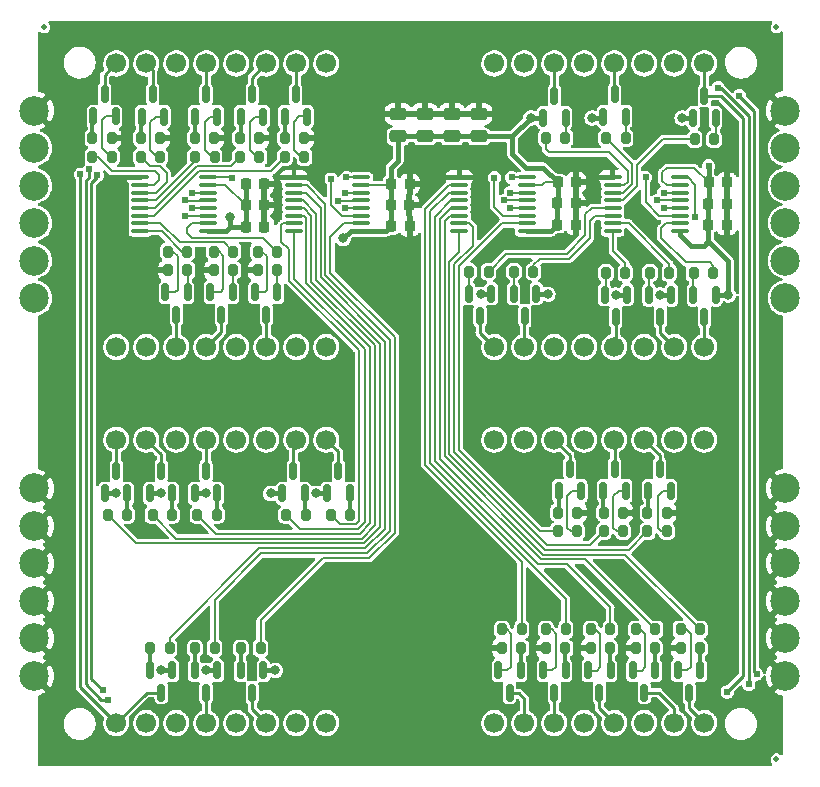
<source format=gbl>
G04 #@! TF.GenerationSoftware,KiCad,Pcbnew,(6.0.6)*
G04 #@! TF.CreationDate,2022-10-25T18:49:34+02:00*
G04 #@! TF.ProjectId,matrix_module,6d617472-6978-45f6-9d6f-64756c652e6b,rev?*
G04 #@! TF.SameCoordinates,Original*
G04 #@! TF.FileFunction,Copper,L2,Bot*
G04 #@! TF.FilePolarity,Positive*
%FSLAX46Y46*%
G04 Gerber Fmt 4.6, Leading zero omitted, Abs format (unit mm)*
G04 Created by KiCad (PCBNEW (6.0.6)) date 2022-10-25 18:49:34*
%MOMM*%
%LPD*%
G01*
G04 APERTURE LIST*
G04 Aperture macros list*
%AMRoundRect*
0 Rectangle with rounded corners*
0 $1 Rounding radius*
0 $2 $3 $4 $5 $6 $7 $8 $9 X,Y pos of 4 corners*
0 Add a 4 corners polygon primitive as box body*
4,1,4,$2,$3,$4,$5,$6,$7,$8,$9,$2,$3,0*
0 Add four circle primitives for the rounded corners*
1,1,$1+$1,$2,$3*
1,1,$1+$1,$4,$5*
1,1,$1+$1,$6,$7*
1,1,$1+$1,$8,$9*
0 Add four rect primitives between the rounded corners*
20,1,$1+$1,$2,$3,$4,$5,0*
20,1,$1+$1,$4,$5,$6,$7,0*
20,1,$1+$1,$6,$7,$8,$9,0*
20,1,$1+$1,$8,$9,$2,$3,0*%
G04 Aperture macros list end*
G04 #@! TA.AperFunction,ComponentPad*
%ADD10C,1.700000*%
G04 #@! TD*
G04 #@! TA.AperFunction,SMDPad,CuDef*
%ADD11C,0.500000*%
G04 #@! TD*
G04 #@! TA.AperFunction,SMDPad,CuDef*
%ADD12RoundRect,0.225000X-0.225000X-0.250000X0.225000X-0.250000X0.225000X0.250000X-0.225000X0.250000X0*%
G04 #@! TD*
G04 #@! TA.AperFunction,SMDPad,CuDef*
%ADD13RoundRect,0.200000X-0.200000X-0.275000X0.200000X-0.275000X0.200000X0.275000X-0.200000X0.275000X0*%
G04 #@! TD*
G04 #@! TA.AperFunction,SMDPad,CuDef*
%ADD14RoundRect,0.150000X0.150000X-0.587500X0.150000X0.587500X-0.150000X0.587500X-0.150000X-0.587500X0*%
G04 #@! TD*
G04 #@! TA.AperFunction,SMDPad,CuDef*
%ADD15RoundRect,0.150000X-0.150000X0.587500X-0.150000X-0.587500X0.150000X-0.587500X0.150000X0.587500X0*%
G04 #@! TD*
G04 #@! TA.AperFunction,SMDPad,CuDef*
%ADD16RoundRect,0.200000X0.200000X0.275000X-0.200000X0.275000X-0.200000X-0.275000X0.200000X-0.275000X0*%
G04 #@! TD*
G04 #@! TA.AperFunction,CastellatedPad*
%ADD17C,2.500000*%
G04 #@! TD*
G04 #@! TA.AperFunction,SMDPad,CuDef*
%ADD18RoundRect,0.250000X0.475000X-0.250000X0.475000X0.250000X-0.475000X0.250000X-0.475000X-0.250000X0*%
G04 #@! TD*
G04 #@! TA.AperFunction,SMDPad,CuDef*
%ADD19RoundRect,0.100000X-0.637500X-0.100000X0.637500X-0.100000X0.637500X0.100000X-0.637500X0.100000X0*%
G04 #@! TD*
G04 #@! TA.AperFunction,ViaPad*
%ADD20C,0.800000*%
G04 #@! TD*
G04 #@! TA.AperFunction,ViaPad*
%ADD21C,0.609600*%
G04 #@! TD*
G04 #@! TA.AperFunction,Conductor*
%ADD22C,0.304800*%
G04 #@! TD*
G04 #@! TA.AperFunction,Conductor*
%ADD23C,0.203200*%
G04 #@! TD*
G04 #@! TA.AperFunction,Conductor*
%ADD24C,0.254000*%
G04 #@! TD*
G04 #@! TA.AperFunction,Conductor*
%ADD25C,0.152400*%
G04 #@! TD*
G04 #@! TA.AperFunction,Conductor*
%ADD26C,0.406400*%
G04 #@! TD*
G04 APERTURE END LIST*
D10*
X7110000Y3920000D03*
X9650000Y3920000D03*
X12190000Y3920000D03*
X14730000Y3920000D03*
X17270000Y3920000D03*
X19810000Y3920000D03*
X22350000Y3920000D03*
X24890000Y3920000D03*
X24890000Y27920000D03*
X22350000Y27920000D03*
X19810000Y27920000D03*
X17270000Y27920000D03*
X14730000Y27920000D03*
X12190000Y27920000D03*
X9650000Y27920000D03*
X7110000Y27920000D03*
X24890000Y-3920000D03*
X22350000Y-3920000D03*
X19810000Y-3920000D03*
X17270000Y-3920000D03*
X14730000Y-3920000D03*
X12190000Y-3920000D03*
X9650000Y-3920000D03*
X7110000Y-3920000D03*
X7110000Y-27920000D03*
X9650000Y-27920000D03*
X12190000Y-27920000D03*
X14730000Y-27920000D03*
X17270000Y-27920000D03*
X19810000Y-27920000D03*
X22350000Y-27920000D03*
X24890000Y-27920000D03*
X39110000Y3920000D03*
X41650000Y3920000D03*
X44190000Y3920000D03*
X46730000Y3920000D03*
X49270000Y3920000D03*
X51810000Y3920000D03*
X54350000Y3920000D03*
X56890000Y3920000D03*
X56890000Y27920000D03*
X54350000Y27920000D03*
X51810000Y27920000D03*
X49270000Y27920000D03*
X46730000Y27920000D03*
X44190000Y27920000D03*
X41650000Y27920000D03*
X39110000Y27920000D03*
X56890000Y-3920000D03*
X54350000Y-3920000D03*
X51810000Y-3920000D03*
X49270000Y-3920000D03*
X46730000Y-3920000D03*
X44190000Y-3920000D03*
X41650000Y-3920000D03*
X39110000Y-3920000D03*
X39110000Y-27920000D03*
X41650000Y-27920000D03*
X44190000Y-27920000D03*
X46730000Y-27920000D03*
X49270000Y-27920000D03*
X51810000Y-27920000D03*
X54350000Y-27920000D03*
X56890000Y-27920000D03*
D11*
X63000000Y31000000D03*
D12*
X18075000Y14100000D03*
X19625000Y14100000D03*
X30378400Y14125000D03*
X31928400Y14125000D03*
X18050000Y17700000D03*
X19600000Y17700000D03*
X30353400Y15925000D03*
X31903400Y15925000D03*
X30378400Y17725000D03*
X31928400Y17725000D03*
X18050000Y15900000D03*
X19600000Y15900000D03*
D11*
X63000000Y-31000000D03*
X1000000Y31000000D03*
D13*
X11475000Y12000000D03*
X13125000Y12000000D03*
D14*
X50250000Y-8275000D03*
X48350000Y-8275000D03*
X49300000Y-6400000D03*
D15*
X47050000Y-23462500D03*
X48950000Y-23462500D03*
X48000000Y-25337500D03*
D13*
X36975000Y10300000D03*
X38625000Y10300000D03*
X9975000Y-21600000D03*
X11625000Y-21600000D03*
D15*
X11250000Y8537500D03*
X13150000Y8537500D03*
X12200000Y6662500D03*
D16*
X56525000Y-21600000D03*
X54875000Y-21600000D03*
D13*
X21375000Y21600000D03*
X23025000Y21600000D03*
X5080000Y21615200D03*
X6730000Y21615200D03*
D16*
X8025000Y-10300000D03*
X6375000Y-10300000D03*
D17*
X63760000Y23937500D03*
X63760000Y20762500D03*
X63760000Y17587500D03*
X63760000Y14412500D03*
X63760000Y11237500D03*
X63760000Y8062500D03*
D13*
X39775000Y-20000000D03*
X41425000Y-20000000D03*
D16*
X53725000Y-11700000D03*
X52075000Y-11700000D03*
X50025000Y-11700000D03*
X48375000Y-11700000D03*
X15425000Y20000000D03*
X13775000Y20000000D03*
D13*
X48550000Y10200000D03*
X50200000Y10200000D03*
D15*
X13750000Y-23462500D03*
X15650000Y-23462500D03*
X14700000Y-25337500D03*
D13*
X15375000Y12000000D03*
X17025000Y12000000D03*
D14*
X23050000Y-8475000D03*
X21150000Y-8475000D03*
X22100000Y-6600000D03*
D16*
X23025000Y20000000D03*
X21375000Y20000000D03*
D18*
X33223200Y21742400D03*
X33223200Y23642400D03*
D12*
X57250000Y17850000D03*
X58800000Y17850000D03*
D14*
X46450000Y-8275000D03*
X44550000Y-8275000D03*
X45500000Y-6400000D03*
X7055000Y23440200D03*
X5155000Y23440200D03*
X6105000Y25315200D03*
D15*
X18850000Y8537500D03*
X20750000Y8537500D03*
X19800000Y6662500D03*
D14*
X54050000Y-8275000D03*
X52150000Y-8275000D03*
X53100000Y-6400000D03*
D13*
X55975000Y10200000D03*
X57625000Y10200000D03*
D12*
X44450000Y14275000D03*
X46000000Y14275000D03*
D16*
X50225000Y21600000D03*
X48575000Y21600000D03*
D13*
X44475000Y-10100000D03*
X46125000Y-10100000D03*
D15*
X40750000Y8437500D03*
X42650000Y8437500D03*
X41700000Y6562500D03*
D13*
X48375000Y-10100000D03*
X50025000Y-10100000D03*
X19075000Y12000000D03*
X20725000Y12000000D03*
X17575000Y21600000D03*
X19225000Y21600000D03*
X51100000Y-20000000D03*
X52750000Y-20000000D03*
D17*
X160000Y-8062500D03*
X160000Y-11237500D03*
X160000Y-14412500D03*
X160000Y-17587500D03*
X160000Y-20762500D03*
X160000Y-23937500D03*
D16*
X52725000Y-21600000D03*
X51075000Y-21600000D03*
X26925000Y-10300000D03*
X25275000Y-10300000D03*
D14*
X15650000Y-8475000D03*
X13750000Y-8475000D03*
X14700000Y-6600000D03*
D15*
X15050000Y8537500D03*
X16950000Y8537500D03*
X16000000Y6662500D03*
D13*
X13750000Y21600000D03*
X15400000Y21600000D03*
D16*
X19225000Y20000000D03*
X17575000Y20000000D03*
D15*
X50850000Y-23462500D03*
X52750000Y-23462500D03*
X51800000Y-25337500D03*
D16*
X11825000Y-10300000D03*
X10175000Y-10300000D03*
D18*
X30973200Y21742400D03*
X30973200Y23642400D03*
D16*
X45125000Y21600000D03*
X43475000Y21600000D03*
X17025000Y10400000D03*
X15375000Y10400000D03*
D15*
X52199000Y8337500D03*
X54099000Y8337500D03*
X53149000Y6462500D03*
X36950000Y8437500D03*
X38850000Y8437500D03*
X37900000Y6562500D03*
D13*
X47275000Y-20000000D03*
X48925000Y-20000000D03*
D18*
X37800000Y21750000D03*
X37800000Y23650000D03*
D16*
X46125000Y-11700000D03*
X44475000Y-11700000D03*
D14*
X11150000Y23425000D03*
X9250000Y23425000D03*
X10200000Y25300000D03*
X50250000Y23425000D03*
X48350000Y23425000D03*
X49300000Y25300000D03*
D19*
X49137500Y13725000D03*
X49137500Y14375000D03*
X49137500Y15025000D03*
X49137500Y15675000D03*
X49137500Y16325000D03*
X49137500Y16975000D03*
X49137500Y17625000D03*
X49137500Y18275000D03*
X54862500Y18275000D03*
X54862500Y17625000D03*
X54862500Y16975000D03*
X54862500Y16325000D03*
X54862500Y15675000D03*
X54862500Y15025000D03*
X54862500Y14375000D03*
X54862500Y13725000D03*
D17*
X160000Y23937500D03*
X160000Y20762500D03*
X160000Y17587500D03*
X160000Y14412500D03*
X160000Y11237500D03*
X160000Y8062500D03*
D12*
X44475000Y17875000D03*
X46025000Y17875000D03*
D14*
X19550000Y23425000D03*
X17650000Y23425000D03*
X18600000Y25300000D03*
D18*
X35525000Y21750000D03*
X35525000Y23650000D03*
D14*
X11850000Y-8475000D03*
X9950000Y-8475000D03*
X10900000Y-6600000D03*
D15*
X17650000Y-23462500D03*
X19550000Y-23462500D03*
X18600000Y-25337500D03*
D13*
X52075000Y-10100000D03*
X53725000Y-10100000D03*
D17*
X63760000Y-8062500D03*
X63760000Y-11237500D03*
X63760000Y-14412500D03*
X63760000Y-17587500D03*
X63760000Y-20762500D03*
X63760000Y-23937500D03*
D13*
X43500000Y-20000000D03*
X45150000Y-20000000D03*
D12*
X57225000Y16050000D03*
X58775000Y16050000D03*
D15*
X48450000Y8361500D03*
X50350000Y8361500D03*
X49400000Y6486500D03*
X39450000Y-23462500D03*
X41350000Y-23462500D03*
X40400000Y-25337500D03*
X54650000Y-23462500D03*
X56550000Y-23462500D03*
X55600000Y-25337500D03*
D19*
X22137500Y13725000D03*
X22137500Y14375000D03*
X22137500Y15025000D03*
X22137500Y15675000D03*
X22137500Y16325000D03*
X22137500Y16975000D03*
X22137500Y17625000D03*
X22137500Y18275000D03*
X27862500Y18275000D03*
X27862500Y17625000D03*
X27862500Y16975000D03*
X27862500Y16325000D03*
X27862500Y15675000D03*
X27862500Y15025000D03*
X27862500Y14375000D03*
X27862500Y13725000D03*
D13*
X40775000Y10300000D03*
X42425000Y10300000D03*
X54875000Y-20000000D03*
X56525000Y-20000000D03*
D16*
X10825000Y20000000D03*
X9175000Y20000000D03*
D13*
X13775000Y-21600000D03*
X15425000Y-21600000D03*
D14*
X23250000Y23425000D03*
X21350000Y23425000D03*
X22300000Y25300000D03*
X8050000Y-8475000D03*
X6150000Y-8475000D03*
X7100000Y-6600000D03*
D15*
X55950000Y8337500D03*
X57850000Y8337500D03*
X56900000Y6462500D03*
D19*
X36137500Y13725000D03*
X36137500Y14375000D03*
X36137500Y15025000D03*
X36137500Y15675000D03*
X36137500Y16325000D03*
X36137500Y16975000D03*
X36137500Y17625000D03*
X36137500Y18275000D03*
X41862500Y18275000D03*
X41862500Y17625000D03*
X41862500Y16975000D03*
X41862500Y16325000D03*
X41862500Y15675000D03*
X41862500Y15025000D03*
X41862500Y14375000D03*
X41862500Y13725000D03*
D16*
X48925000Y-21600000D03*
X47275000Y-21600000D03*
D12*
X57225000Y14250000D03*
X58775000Y14250000D03*
X44450000Y16075000D03*
X46000000Y16075000D03*
D13*
X52275000Y10200000D03*
X53925000Y10200000D03*
X9175000Y21600000D03*
X10825000Y21600000D03*
D16*
X20725000Y10400000D03*
X19075000Y10400000D03*
X13125000Y10400000D03*
X11475000Y10400000D03*
D15*
X9950000Y-23462500D03*
X11850000Y-23462500D03*
X10900000Y-25337500D03*
D19*
X9137500Y13725000D03*
X9137500Y14375000D03*
X9137500Y15025000D03*
X9137500Y15675000D03*
X9137500Y16325000D03*
X9137500Y16975000D03*
X9137500Y17625000D03*
X9137500Y18275000D03*
X14862500Y18275000D03*
X14862500Y17625000D03*
X14862500Y16975000D03*
X14862500Y16325000D03*
X14862500Y15675000D03*
X14862500Y15025000D03*
X14862500Y14375000D03*
X14862500Y13725000D03*
D16*
X41400000Y-21600000D03*
X39750000Y-21600000D03*
X45125000Y-21600000D03*
X43475000Y-21600000D03*
D13*
X17675000Y-21600000D03*
X19325000Y-21600000D03*
D14*
X57850000Y23325000D03*
X55950000Y23325000D03*
X56900000Y25200000D03*
D16*
X57725000Y21500000D03*
X56075000Y21500000D03*
D14*
X45150000Y23325000D03*
X43250000Y23325000D03*
X44200000Y25200000D03*
D15*
X43250000Y-23462500D03*
X45150000Y-23462500D03*
X44200000Y-25337500D03*
D16*
X15625000Y-10300000D03*
X13975000Y-10300000D03*
X6730000Y20015200D03*
X5080000Y20015200D03*
D14*
X15650000Y23425000D03*
X13750000Y23425000D03*
X14700000Y25300000D03*
D16*
X23125000Y-10300000D03*
X21475000Y-10300000D03*
D14*
X26850000Y-8475000D03*
X24950000Y-8475000D03*
X25900000Y-6600000D03*
D20*
X46024800Y19202400D03*
D21*
X8026400Y20726400D03*
D20*
X47294800Y-10109200D03*
X58826400Y19100800D03*
X51054000Y-10109200D03*
X54914800Y-10058400D03*
D21*
X6400800Y18237200D03*
D20*
X58826400Y13055600D03*
D21*
X13500124Y15679802D03*
X40451374Y15679802D03*
X26455124Y15674802D03*
X53451374Y15679802D03*
X52882800Y16324862D03*
X12952608Y16323369D03*
X25908000Y16319862D03*
X39928800Y16324862D03*
X40451250Y16970000D03*
X53451250Y16970000D03*
X13506650Y16967200D03*
X26455000Y16965000D03*
X12954000Y15036800D03*
X61315600Y-23774400D03*
X59842400Y25196800D03*
X58826400Y-25298400D03*
X60655200Y-24638000D03*
X58064400Y25857200D03*
X4064000Y18542000D03*
X5943600Y-25146000D03*
X5486400Y18440400D03*
X6400800Y-25958800D03*
X4826000Y18948400D03*
X56134000Y14935200D03*
X16865600Y18186400D03*
X25298400Y18135600D03*
X26575000Y18275000D03*
X39105150Y18242200D03*
X40575000Y18275000D03*
X51917600Y18275000D03*
D20*
X43637200Y8382000D03*
X7112000Y-8483600D03*
X20167600Y-8483600D03*
X24028400Y-8483600D03*
X26314400Y13106400D03*
X58928000Y8331200D03*
X20574000Y-23469600D03*
X53136800Y8331200D03*
X47396400Y23317200D03*
X49377600Y8331200D03*
X14732000Y-23469600D03*
X42214800Y23317200D03*
X10871200Y-8483600D03*
X16713200Y14884400D03*
X10871200Y-23469600D03*
X37947600Y8382000D03*
X55016400Y23317200D03*
D21*
X57250000Y19254800D03*
D20*
X14681200Y-8483600D03*
D22*
X46025000Y19202200D02*
X46024800Y19202400D01*
X46125000Y-10100000D02*
X47285600Y-10100000D01*
X31903400Y17700000D02*
X31928400Y17725000D01*
X19600000Y15900000D02*
X19600000Y14125000D01*
X46000000Y14275000D02*
X46000000Y16075000D01*
X31928400Y15900000D02*
X31903400Y15925000D01*
X58800000Y19074400D02*
X58826400Y19100800D01*
X54873200Y-10100000D02*
X54914800Y-10058400D01*
X31903400Y15925000D02*
X31903400Y17700000D01*
X58775000Y16050000D02*
X58775000Y17825000D01*
X53725000Y-10100000D02*
X54873200Y-10100000D01*
X46025000Y17875000D02*
X46025000Y19202200D01*
X58775000Y17825000D02*
X58800000Y17850000D01*
X31928400Y14125000D02*
X31928400Y15900000D01*
X58775000Y13107000D02*
X58826400Y13055600D01*
X19600000Y14125000D02*
X19625000Y14100000D01*
X46000000Y17850000D02*
X46025000Y17875000D01*
X51044800Y-10100000D02*
X51054000Y-10109200D01*
X47285600Y-10100000D02*
X47294800Y-10109200D01*
X58775000Y14250000D02*
X58775000Y13107000D01*
X46000000Y16075000D02*
X46000000Y17850000D01*
X58800000Y17850000D02*
X58800000Y19074400D01*
X50025000Y-10100000D02*
X51044800Y-10100000D01*
X19600000Y17700000D02*
X19600000Y15900000D01*
X58775000Y14250000D02*
X58775000Y16050000D01*
D23*
X14862500Y15675000D02*
X13504926Y15675000D01*
X41813750Y15675000D02*
X40456176Y15675000D01*
X13504926Y15675000D02*
X13500124Y15679802D01*
X54813750Y15675000D02*
X53456176Y15675000D01*
X27817500Y15670000D02*
X26459926Y15670000D01*
X13111984Y16308300D02*
X13095422Y16324862D01*
X27817500Y16320000D02*
X26050560Y16320000D01*
X41813750Y16325000D02*
X40046810Y16325000D01*
X14862500Y16325000D02*
X14845800Y16308300D01*
X14845800Y16308300D02*
X13111984Y16308300D01*
X54813750Y16325000D02*
X53046810Y16325000D01*
X54813750Y16975000D02*
X53456250Y16975000D01*
X13564250Y16975000D02*
X13506650Y16917400D01*
X41813750Y16975000D02*
X40456250Y16975000D01*
X27817496Y16969999D02*
X26459993Y16969999D01*
X14862500Y16975000D02*
X13564250Y16975000D01*
X13085000Y15025000D02*
X13080000Y15030000D01*
X14862500Y15025000D02*
X13085000Y15025000D01*
D24*
X16000000Y5190000D02*
X14730000Y3920000D01*
X16000000Y6662500D02*
X16000000Y5190000D01*
X22350000Y25350000D02*
X22350000Y27920000D01*
X22300000Y25300000D02*
X22350000Y25350000D01*
X19810000Y6652500D02*
X19810000Y3920000D01*
X19800000Y6662500D02*
X19810000Y6652500D01*
X18600000Y25300000D02*
X18600000Y26710000D01*
X18600000Y26710000D02*
X19810000Y27920000D01*
X10200000Y27370000D02*
X9650000Y27920000D01*
X10200000Y25300000D02*
X10200000Y27370000D01*
X41200000Y-25400000D02*
X41650000Y-25850000D01*
X40462500Y-25400000D02*
X41200000Y-25400000D01*
X41650000Y-25850000D02*
X41650000Y-27920000D01*
X40400000Y-25337500D02*
X40462500Y-25400000D01*
X48000000Y-25337500D02*
X48000000Y-26650000D01*
X48000000Y-26650000D02*
X49270000Y-27920000D01*
X53100000Y-6400000D02*
X53100000Y-5210000D01*
X53100000Y-5210000D02*
X51810000Y-3920000D01*
X49300000Y-6400000D02*
X49300000Y-3950000D01*
X49300000Y-3950000D02*
X49270000Y-3920000D01*
X6105000Y25315200D02*
X6105000Y26915000D01*
X6105000Y26915000D02*
X7110000Y27920000D01*
X45500000Y-5230000D02*
X44190000Y-3920000D01*
X45500000Y-6400000D02*
X45500000Y-5230000D01*
X44200000Y-25337500D02*
X44190000Y-25347500D01*
X44190000Y-25347500D02*
X44190000Y-27920000D01*
X54350000Y-26650000D02*
X54350000Y-27920000D01*
X51800000Y-25337500D02*
X53037500Y-25337500D01*
X53037500Y-25337500D02*
X54350000Y-26650000D01*
X14700000Y25300000D02*
X14730000Y25330000D01*
X14730000Y25330000D02*
X14730000Y27920000D01*
X12190000Y6652500D02*
X12190000Y3920000D01*
X12200000Y6662500D02*
X12190000Y6652500D01*
X37900000Y5130000D02*
X39110000Y3920000D01*
X37900000Y6562500D02*
X37900000Y5130000D01*
X56900000Y6462500D02*
X56890000Y6452500D01*
X56890000Y6452500D02*
X56890000Y3920000D01*
X49400000Y6486500D02*
X49400000Y4050000D01*
X49400000Y4050000D02*
X49270000Y3920000D01*
X44200000Y25200000D02*
X44190000Y25210000D01*
X44190000Y25210000D02*
X44190000Y27920000D01*
X61112400Y21082000D02*
X61112400Y-23571200D01*
X61112400Y21082000D02*
X61112400Y23926800D01*
X61112400Y23926800D02*
X59842400Y25196800D01*
X61112400Y-23571200D02*
X61315600Y-23774400D01*
X58826400Y-25298400D02*
X60198000Y-23926800D01*
X56890000Y25210000D02*
X56890000Y27920000D01*
X60198000Y-23926800D02*
X60198000Y23266400D01*
X60198000Y23266400D02*
X58264400Y25200000D01*
X56900000Y25200000D02*
X56890000Y25210000D01*
X58264400Y25200000D02*
X56900000Y25200000D01*
X41700000Y6562500D02*
X41650000Y6512500D01*
X41650000Y6512500D02*
X41650000Y3920000D01*
X53149000Y5121000D02*
X54350000Y3920000D01*
X53149000Y6462500D02*
X53149000Y5121000D01*
X49270000Y25330000D02*
X49270000Y27920000D01*
X60655200Y22148800D02*
X60655200Y23469600D01*
X60655200Y22148800D02*
X60655200Y-24638000D01*
X49300000Y25300000D02*
X49270000Y25330000D01*
X60655200Y23469600D02*
X58267600Y25857200D01*
X58267600Y25857200D02*
X58064400Y25857200D01*
X7110000Y-6590000D02*
X7110000Y-3920000D01*
X7100000Y-6600000D02*
X7110000Y-6590000D01*
X25900000Y-4930000D02*
X24890000Y-3920000D01*
X25900000Y-6600000D02*
X25900000Y-4930000D01*
X14730000Y-6570000D02*
X14730000Y-3920000D01*
X14700000Y-6600000D02*
X14730000Y-6570000D01*
X4064000Y-24874000D02*
X7110000Y-27920000D01*
X10900000Y-25337500D02*
X9692500Y-25337500D01*
X4064000Y18592800D02*
X4064000Y-24874000D01*
X9692500Y-25337500D02*
X7110000Y-27920000D01*
X5486400Y18288000D02*
X4978400Y17780000D01*
X4978400Y-24180800D02*
X5943600Y-25146000D01*
X18600000Y-25337500D02*
X18600000Y-26710000D01*
X18600000Y-26710000D02*
X19810000Y-27920000D01*
X4978400Y17780000D02*
X4978400Y-24180800D01*
X10900000Y-6600000D02*
X10900000Y-5170000D01*
X10900000Y-5170000D02*
X9650000Y-3920000D01*
X22100000Y-4170000D02*
X22350000Y-3920000D01*
X22100000Y-6600000D02*
X22100000Y-4170000D01*
X5842000Y-25958800D02*
X6400800Y-25958800D01*
X14730000Y-25367500D02*
X14730000Y-27920000D01*
X4521200Y-24638000D02*
X5842000Y-25958800D01*
X4521200Y17983200D02*
X4521200Y-24638000D01*
X4826000Y19050000D02*
X4826000Y18288000D01*
X14700000Y-25337500D02*
X14730000Y-25367500D01*
X4826000Y18288000D02*
X4521200Y17983200D01*
D23*
X55522474Y18275000D02*
X56134000Y17663474D01*
X54862500Y18275000D02*
X55522474Y18275000D01*
X56134000Y17663474D02*
X56134000Y14935200D01*
X50200000Y10200000D02*
X50200000Y11014000D01*
X50200000Y11014000D02*
X49137500Y12076500D01*
X49137500Y12076500D02*
X49137500Y13725000D01*
X9137500Y16325000D02*
X10425264Y16325000D01*
X13775000Y19674736D02*
X13775000Y20000000D01*
X10425264Y16325000D02*
X13775000Y19674736D01*
D22*
X13750000Y21600000D02*
X13750000Y23425000D01*
D23*
X47218600Y13182600D02*
X47218600Y14605000D01*
X47638600Y15025000D02*
X49137500Y15025000D01*
X42976800Y11379200D02*
X45415200Y11379200D01*
X47218600Y14605000D02*
X47638600Y15025000D01*
X42425000Y10827400D02*
X42976800Y11379200D01*
X45415200Y11379200D02*
X47218600Y13182600D01*
X42425000Y10300000D02*
X42425000Y10827400D01*
X12663895Y12000000D02*
X13125000Y12000000D01*
X10938895Y13725000D02*
X12663895Y12000000D01*
X9137500Y13725000D02*
X10938895Y13725000D01*
X13150000Y8537500D02*
X13150000Y10375000D01*
D25*
X13150000Y10375000D02*
X13125000Y10400000D01*
D23*
X50495200Y14376400D02*
X49138900Y14376400D01*
X53925000Y10946600D02*
X50495200Y14376400D01*
X53925000Y10200000D02*
X53925000Y10946600D01*
X49138900Y14376400D02*
X49137500Y14375000D01*
X16245200Y12779800D02*
X17025000Y12000000D01*
X12458831Y12779800D02*
X16245200Y12779800D01*
X9137500Y14375000D02*
X10875000Y14375000D01*
X10875000Y14363631D02*
X12458831Y12779800D01*
X10875000Y14375000D02*
X10875000Y14363631D01*
D25*
X16950000Y10325000D02*
X17025000Y10400000D01*
D23*
X16950000Y8537500D02*
X16950000Y10325000D01*
X40110600Y11785600D02*
X38625000Y10300000D01*
X49137500Y15675000D02*
X47348800Y15675000D01*
X46812200Y13360400D02*
X45237400Y11785600D01*
X45237400Y11785600D02*
X40110600Y11785600D01*
X46812200Y15138400D02*
X46812200Y13360400D01*
X47348800Y15675000D02*
X46812200Y15138400D01*
X10286200Y15025000D02*
X14075000Y18813800D01*
X9137500Y15025000D02*
X10286200Y15025000D01*
X14075000Y18813800D02*
X20188800Y18813800D01*
X20188800Y18813800D02*
X21375000Y20000000D01*
D22*
X21350000Y23425000D02*
X21350000Y21625000D01*
D25*
X21350000Y21625000D02*
X21375000Y21600000D01*
D23*
X50800000Y17729200D02*
X50800000Y19375000D01*
X50045800Y16975000D02*
X50800000Y17729200D01*
X49137500Y16975000D02*
X50045800Y16975000D01*
X50800000Y19375000D02*
X48575000Y21600000D01*
X13125000Y13550000D02*
X13488800Y13186200D01*
X13488800Y13186200D02*
X19538800Y13186200D01*
X14862500Y14375000D02*
X13475000Y14375000D01*
X19538800Y13186200D02*
X20725000Y12000000D01*
X13125000Y14025000D02*
X13125000Y13550000D01*
X13475000Y14375000D02*
X13125000Y14025000D01*
X20750000Y8537500D02*
X20750000Y10375000D01*
D25*
X20750000Y10375000D02*
X20725000Y10400000D01*
D23*
X53263800Y13131800D02*
X53263800Y13995400D01*
X57625000Y10802600D02*
X57353200Y11074400D01*
X57353200Y11074400D02*
X55321200Y11074400D01*
X53643400Y14375000D02*
X54862500Y14375000D01*
X57625000Y10200000D02*
X57625000Y10802600D01*
X53263800Y13995400D02*
X53643400Y14375000D01*
X55321200Y11074400D02*
X53263800Y13131800D01*
X10350000Y15675000D02*
X13895200Y19220200D01*
X9137500Y15675000D02*
X10350000Y15675000D01*
X16795200Y19220200D02*
X17575000Y20000000D01*
X13895200Y19220200D02*
X16795200Y19220200D01*
D22*
X17650000Y23425000D02*
X17650000Y21675000D01*
D25*
X17650000Y21675000D02*
X17575000Y21600000D01*
D23*
X48793400Y20396200D02*
X43764200Y20396200D01*
X50393600Y17907000D02*
X50393600Y18796000D01*
X43475000Y20685400D02*
X43475000Y21600000D01*
X43764200Y20396200D02*
X43475000Y20685400D01*
X49137500Y17625000D02*
X50111600Y17625000D01*
X50111600Y17625000D02*
X50393600Y17907000D01*
X50393600Y18796000D02*
X48793400Y20396200D01*
X11379200Y17881600D02*
X11379200Y18608030D01*
X9137500Y16975000D02*
X9797474Y16975000D01*
X9805274Y16967200D02*
X10464800Y16967200D01*
X10464800Y16967200D02*
X11379200Y17881600D01*
X11379200Y18608030D02*
X10767030Y19220200D01*
X9797474Y16975000D02*
X9805274Y16967200D01*
X9954800Y19220200D02*
X9175000Y20000000D01*
X10767030Y19220200D02*
X9954800Y19220200D01*
D25*
X9175000Y23350000D02*
X9250000Y23425000D01*
D22*
X9175000Y21600000D02*
X9175000Y23350000D01*
D23*
X51206400Y17551400D02*
X51206400Y19329400D01*
X53377000Y21500000D02*
X56075000Y21500000D01*
X49980000Y16325000D02*
X51206400Y17551400D01*
X51206400Y19329400D02*
X53377000Y21500000D01*
X49137500Y16325000D02*
X49980000Y16325000D01*
X6735899Y18814299D02*
X5534998Y20015200D01*
X10718800Y18034000D02*
X10718800Y18491200D01*
X9137500Y17625000D02*
X9797474Y17625000D01*
X5534998Y20015200D02*
X5080000Y20015200D01*
X9797474Y17625000D02*
X9800074Y17627600D01*
X10718800Y18491200D02*
X10395701Y18814299D01*
X10395701Y18814299D02*
X6735899Y18814299D01*
X10312400Y17627600D02*
X10718800Y18034000D01*
X9800074Y17627600D02*
X10312400Y17627600D01*
X5080000Y23365200D02*
X5155000Y23440200D01*
D22*
X5080000Y21615200D02*
X5080000Y23365200D01*
D23*
X28575000Y3901200D02*
X23179800Y9296400D01*
X15567600Y-11892600D02*
X27706872Y-11892600D01*
X13975000Y-10300000D02*
X15567600Y-11892600D01*
X27706872Y-11892600D02*
X28575000Y-11024472D01*
X23024200Y15025000D02*
X22137500Y15025000D01*
X28575000Y-11024472D02*
X28575000Y3901200D01*
X23179800Y9296400D02*
X23179800Y14869400D01*
X23179800Y14869400D02*
X23024200Y15025000D01*
X36137500Y16325000D02*
X35476600Y16325000D01*
X35476600Y16325000D02*
X34086800Y14935200D01*
X34086800Y-5715000D02*
X42849800Y-14478000D01*
X42849800Y-14478000D02*
X45288200Y-14478000D01*
X45288200Y-14478000D02*
X48925000Y-18114800D01*
X48925000Y-18114800D02*
X48925000Y-20000000D01*
X34086800Y14935200D02*
X34086800Y-5715000D01*
D25*
X48925000Y-23437500D02*
X48950000Y-23462500D01*
D22*
X48925000Y-21600000D02*
X48925000Y-23437500D01*
D23*
X28981400Y4069536D02*
X28981400Y-11192808D01*
X22137500Y15675000D02*
X22958400Y15675000D01*
X27875208Y-12299000D02*
X12174000Y-12299000D01*
X23596600Y9454336D02*
X28981400Y4069536D01*
X28981400Y-11192808D02*
X27875208Y-12299000D01*
X22958400Y15675000D02*
X23596600Y15036800D01*
X23596600Y15036800D02*
X23596600Y9454336D01*
X12174000Y-12299000D02*
X10175000Y-10300000D01*
D25*
X48550000Y8461500D02*
X48450000Y8361500D01*
D23*
X48550000Y10200000D02*
X48550000Y8461500D01*
D22*
X52150000Y-8275000D02*
X52150000Y-10025000D01*
D25*
X52150000Y-10025000D02*
X52075000Y-10100000D01*
D23*
X22137500Y9712236D02*
X22137500Y13725000D01*
X27538536Y-11486200D02*
X28125000Y-10899736D01*
X28125000Y-10899736D02*
X28125000Y3724736D01*
X22661200Y-11486200D02*
X27538536Y-11486200D01*
X21475000Y-10300000D02*
X22661200Y-11486200D01*
X28125000Y3724736D02*
X22137500Y9712236D01*
X50516200Y-13258800D02*
X52075000Y-11700000D01*
X35306000Y11099800D02*
X35306000Y-5156200D01*
X43408600Y-13258800D02*
X50516200Y-13258800D01*
X35306000Y-5156200D02*
X43408600Y-13258800D01*
X36137500Y11931300D02*
X35306000Y11099800D01*
X36137500Y13725000D02*
X36137500Y11931300D01*
D22*
X48350000Y-8275000D02*
X48350000Y-10075000D01*
D25*
X48350000Y-10075000D02*
X48375000Y-10100000D01*
D23*
X24003000Y15214600D02*
X24003000Y9622672D01*
X29464000Y4161672D02*
X29464000Y-11284944D01*
X29464000Y-11284944D02*
X28043544Y-12705400D01*
X8780400Y-12705400D02*
X6375000Y-10300000D01*
X22892600Y16325000D02*
X24003000Y15214600D01*
X28043544Y-12705400D02*
X8780400Y-12705400D01*
X22137500Y16325000D02*
X22892600Y16325000D01*
X24003000Y9622672D02*
X29464000Y4161672D01*
X36958400Y14375000D02*
X37287200Y14046200D01*
X37287200Y12496800D02*
X35712400Y10922000D01*
X35712400Y10922000D02*
X35712400Y-4978400D01*
X35712400Y-4978400D02*
X43586400Y-12852400D01*
X47222600Y-12852400D02*
X48375000Y-11700000D01*
X43586400Y-12852400D02*
X47222600Y-12852400D01*
X36137500Y14375000D02*
X36958400Y14375000D01*
X37287200Y14046200D02*
X37287200Y12496800D01*
D25*
X41400000Y-23412500D02*
X41350000Y-23462500D01*
D22*
X41400000Y-21600000D02*
X41400000Y-23412500D01*
D23*
X24815800Y16052800D02*
X23243600Y17625000D01*
X15425000Y-21600000D02*
X15425000Y-17518800D01*
X30276800Y4546600D02*
X24815800Y10007600D01*
X30276800Y-11633200D02*
X30276800Y4546600D01*
X24815800Y10007600D02*
X24815800Y16052800D01*
X15425000Y-17518800D02*
X19380200Y-13563600D01*
X28346400Y-13563600D02*
X30276800Y-11633200D01*
X19380200Y-13563600D02*
X28346400Y-13563600D01*
X23243600Y17625000D02*
X22137500Y17625000D01*
X39749600Y14375000D02*
X41862500Y14375000D01*
X43018200Y-11700000D02*
X36118800Y-4800600D01*
X44475000Y-11700000D02*
X43018200Y-11700000D01*
X36118800Y10744200D02*
X39749600Y14375000D01*
X36118800Y-4800600D02*
X36118800Y10744200D01*
D25*
X44550000Y-10025000D02*
X44475000Y-10100000D01*
D22*
X44550000Y-8275000D02*
X44550000Y-10025000D01*
D23*
X33680400Y15417800D02*
X33680400Y-5918200D01*
X36137500Y16975000D02*
X35237600Y16975000D01*
X45150000Y-17387800D02*
X45150000Y-20000000D01*
X33680400Y-5918200D02*
X45150000Y-17387800D01*
X35237600Y16975000D02*
X33680400Y15417800D01*
D25*
X45125000Y-23437500D02*
X45150000Y-23462500D01*
D22*
X45125000Y-21600000D02*
X45125000Y-23437500D01*
D23*
X28194000Y-13131800D02*
X19227800Y-13131800D01*
X29870400Y4343400D02*
X29870400Y-11455400D01*
X19227800Y-13131800D02*
X11625000Y-20734600D01*
X24409400Y9804400D02*
X29870400Y4343400D01*
X29870400Y-11455400D02*
X28194000Y-13131800D01*
X11625000Y-20734600D02*
X11625000Y-21600000D01*
X22137500Y16975000D02*
X23157000Y16975000D01*
X24409400Y15722600D02*
X24409400Y9804400D01*
X23157000Y16975000D02*
X24409400Y15722600D01*
X34493200Y-5537200D02*
X43027600Y-14071600D01*
X36137500Y15675000D02*
X35410800Y15675000D01*
X43027600Y-14071600D02*
X46821600Y-14071600D01*
X35410800Y15675000D02*
X34493200Y14757400D01*
X34493200Y14757400D02*
X34493200Y-5537200D01*
X46821600Y-14071600D02*
X52750000Y-20000000D01*
D25*
X52725000Y-23437500D02*
X52750000Y-23462500D01*
D22*
X52725000Y-21600000D02*
X52725000Y-23437500D01*
D23*
X25222200Y13208000D02*
X25222200Y10210800D01*
X19325000Y-19232200D02*
X19325000Y-21600000D01*
X24587200Y-13970000D02*
X19325000Y-19232200D01*
X30683200Y-11811000D02*
X28524200Y-13970000D01*
X27862500Y14375000D02*
X26389200Y14375000D01*
X28524200Y-13970000D02*
X24587200Y-13970000D01*
X25222200Y10210800D02*
X30683200Y4749800D01*
X30683200Y4749800D02*
X30683200Y-11811000D01*
X26389200Y14375000D02*
X25222200Y13208000D01*
X36137500Y15025000D02*
X35345000Y15025000D01*
X34899600Y-5334000D02*
X43230800Y-13665200D01*
X43230800Y-13665200D02*
X50190200Y-13665200D01*
X50190200Y-13665200D02*
X56525000Y-20000000D01*
X34899600Y14579600D02*
X34899600Y-5334000D01*
X35345000Y15025000D02*
X34899600Y14579600D01*
D25*
X56525000Y-23437500D02*
X56550000Y-23462500D01*
D22*
X56525000Y-21600000D02*
X56525000Y-23437500D01*
D24*
X55600000Y-26630000D02*
X56890000Y-27920000D01*
X55600000Y-25337500D02*
X55600000Y-26630000D01*
D23*
X25298400Y15900400D02*
X26173800Y15025000D01*
X26173800Y15025000D02*
X27862500Y15025000D01*
X25298400Y18135600D02*
X25298400Y15900400D01*
X14862500Y18275000D02*
X16777000Y18275000D01*
X16777000Y18275000D02*
X16865600Y18186400D01*
X41862500Y15025000D02*
X41856902Y15019402D01*
X39857948Y15019402D02*
X39116000Y15761350D01*
X26575000Y18275000D02*
X27862500Y18275000D01*
X41856902Y15019402D02*
X39857948Y15019402D01*
X39116000Y15761350D02*
X39116000Y18173050D01*
X53047000Y15025000D02*
X51917600Y16154400D01*
X40575000Y18275000D02*
X41862500Y18275000D01*
X54862500Y15025000D02*
X53047000Y15025000D01*
X51917600Y16154400D02*
X51917600Y18275000D01*
X14579600Y22948900D02*
X15043000Y23412300D01*
X15179000Y19987300D02*
X14579600Y20586700D01*
X14579600Y20586700D02*
X14579600Y22948900D01*
X15354600Y19987300D02*
X15179000Y19987300D01*
X15043000Y23412300D02*
X15679600Y23412300D01*
X40775000Y10300000D02*
X40775000Y8462500D01*
D25*
X40775000Y8462500D02*
X40750000Y8437500D01*
D23*
X11901400Y12000000D02*
X12319000Y11582400D01*
X12093500Y8537500D02*
X11280800Y8537500D01*
X11505800Y12000000D02*
X11901400Y12000000D01*
X12319000Y11582400D02*
X12319000Y8763000D01*
X12319000Y8763000D02*
X12093500Y8537500D01*
X52199000Y8337500D02*
X52199000Y10124000D01*
D25*
X52199000Y10124000D02*
X52275000Y10200000D01*
D23*
X16179800Y8788400D02*
X15954300Y8562900D01*
X16179800Y11607800D02*
X16179800Y8788400D01*
X15366600Y12025400D02*
X15762200Y12025400D01*
X15762200Y12025400D02*
X16179800Y11607800D01*
X15954300Y8562900D02*
X15141600Y8562900D01*
D25*
X36975000Y8462500D02*
X36950000Y8437500D01*
D23*
X36975000Y10300000D02*
X36975000Y8462500D01*
X22748200Y20012700D02*
X22148800Y20612100D01*
X22148800Y20612100D02*
X22148800Y22974300D01*
X22612200Y23437700D02*
X23248800Y23437700D01*
X22148800Y22974300D02*
X22612200Y23437700D01*
X22923800Y20012700D02*
X22748200Y20012700D01*
D25*
X50225000Y23400000D02*
X50250000Y23425000D01*
D23*
X50225000Y21600000D02*
X50225000Y23400000D01*
X19888200Y11582400D02*
X19888200Y8763000D01*
X19075000Y12000000D02*
X19470600Y12000000D01*
X19662700Y8537500D02*
X18850000Y8537500D01*
X19888200Y8763000D02*
X19662700Y8537500D01*
X19470600Y12000000D02*
X19888200Y11582400D01*
D25*
X55950000Y10175000D02*
X55975000Y10200000D01*
D23*
X55950000Y8337500D02*
X55950000Y10175000D01*
X19164600Y19987300D02*
X18989000Y19987300D01*
X18989000Y19987300D02*
X18389600Y20586700D01*
X18853000Y23412300D02*
X19489600Y23412300D01*
X18389600Y22948900D02*
X18853000Y23412300D01*
X18389600Y20586700D02*
X18389600Y22948900D01*
D25*
X45150000Y21625000D02*
X45125000Y21600000D01*
D23*
X45150000Y23325000D02*
X45150000Y21625000D01*
X10581600Y19987300D02*
X9982200Y20586700D01*
X10757200Y19987300D02*
X10581600Y19987300D01*
X9982200Y22948900D02*
X10445600Y23412300D01*
X10445600Y23412300D02*
X11082200Y23412300D01*
X9982200Y20586700D02*
X9982200Y22948900D01*
X57850000Y23325000D02*
X57850000Y21625000D01*
D25*
X57850000Y21625000D02*
X57725000Y21500000D01*
D23*
X6654800Y20015200D02*
X5892800Y20777200D01*
X6219000Y23440200D02*
X7055000Y23440200D01*
X5892800Y23114000D02*
X6219000Y23440200D01*
X6730000Y20015200D02*
X6654800Y20015200D01*
X5892800Y20777200D02*
X5892800Y23114000D01*
D22*
X15650000Y-8475000D02*
X15650000Y-10275000D01*
D25*
X15650000Y-10275000D02*
X15625000Y-10300000D01*
D23*
X47784500Y-23487900D02*
X47019200Y-23487900D01*
X47736800Y-20025400D02*
X48082200Y-20370800D01*
X48082200Y-20370800D02*
X48082200Y-23190200D01*
X48082200Y-23190200D02*
X47784500Y-23487900D01*
X47344200Y-20025400D02*
X47736800Y-20025400D01*
D25*
X11850000Y-10275000D02*
X11825000Y-10300000D01*
D22*
X11850000Y-8475000D02*
X11850000Y-10275000D01*
D23*
X53396200Y-8275000D02*
X54050000Y-8275000D01*
X53725000Y-11700000D02*
X53254400Y-11700000D01*
X52933600Y-11379200D02*
X52933600Y-8737600D01*
X53254400Y-11700000D02*
X52933600Y-11379200D01*
X52933600Y-8737600D02*
X53396200Y-8275000D01*
D25*
X23050000Y-10225000D02*
X23125000Y-10300000D01*
D22*
X23050000Y-8475000D02*
X23050000Y-10225000D01*
D23*
X49495200Y-11700000D02*
X49174400Y-11379200D01*
X49637000Y-8275000D02*
X50290800Y-8275000D01*
X49965800Y-11700000D02*
X49495200Y-11700000D01*
X49174400Y-11379200D02*
X49174400Y-8737600D01*
X49174400Y-8737600D02*
X49637000Y-8275000D01*
D25*
X8050000Y-10275000D02*
X8025000Y-10300000D01*
D22*
X8050000Y-8475000D02*
X8050000Y-10275000D01*
D23*
X39775000Y-20000000D02*
X40167600Y-20000000D01*
X40167600Y-20000000D02*
X40513000Y-20345400D01*
X40215300Y-23462500D02*
X39450000Y-23462500D01*
X40513000Y-23164800D02*
X40215300Y-23462500D01*
X40513000Y-20345400D02*
X40513000Y-23164800D01*
D25*
X13775000Y-23437500D02*
X13750000Y-23462500D01*
D22*
X13775000Y-21600000D02*
X13775000Y-23437500D01*
D23*
X45583600Y-11700000D02*
X45262800Y-11379200D01*
X45262800Y-11379200D02*
X45262800Y-8737600D01*
X45262800Y-8737600D02*
X45725400Y-8275000D01*
X45725400Y-8275000D02*
X46379200Y-8275000D01*
X46054200Y-11700000D02*
X45583600Y-11700000D01*
D22*
X26850000Y-8475000D02*
X26850000Y-10225000D01*
D25*
X26850000Y-10225000D02*
X26925000Y-10300000D01*
D23*
X44297600Y-20345400D02*
X44297600Y-23164800D01*
X43952200Y-20000000D02*
X44297600Y-20345400D01*
X44297600Y-23164800D02*
X43999900Y-23462500D01*
X43559600Y-20000000D02*
X43952200Y-20000000D01*
X43999900Y-23462500D02*
X43234600Y-23462500D01*
D22*
X9975000Y-21600000D02*
X9975000Y-23437500D01*
D25*
X9975000Y-23437500D02*
X9950000Y-23462500D01*
D23*
X51892200Y-23190200D02*
X51594500Y-23487900D01*
X51594500Y-23487900D02*
X50829200Y-23487900D01*
X51892200Y-20370800D02*
X51892200Y-23190200D01*
X51154200Y-20025400D02*
X51546800Y-20025400D01*
X51546800Y-20025400D02*
X51892200Y-20370800D01*
D22*
X17650000Y-21625000D02*
X17650000Y-23462500D01*
D25*
X17675000Y-21600000D02*
X17650000Y-21625000D01*
D23*
X54986050Y-20000000D02*
X55378650Y-20000000D01*
X55724050Y-23164800D02*
X55426350Y-23462500D01*
X55724050Y-20345400D02*
X55724050Y-23164800D01*
X55378650Y-20000000D02*
X55724050Y-20345400D01*
X55426350Y-23462500D02*
X54661050Y-23462500D01*
X35303400Y17625000D02*
X33274000Y15595600D01*
X36137500Y17625000D02*
X35303400Y17625000D01*
X33274000Y15595600D02*
X33274000Y-6096000D01*
X33274000Y-6096000D02*
X41425000Y-14247000D01*
X41425000Y-14247000D02*
X41425000Y-20000000D01*
X21731100Y12182795D02*
X21082000Y12831895D01*
X25275000Y-10300000D02*
X26054800Y-11079800D01*
X21731100Y9543900D02*
X21731100Y12182795D01*
X21082000Y12831895D02*
X21082000Y14224000D01*
X27650000Y3625000D02*
X21731100Y9543900D01*
X21082000Y14224000D02*
X21233000Y14375000D01*
X21233000Y14375000D02*
X22137500Y14375000D01*
X27650000Y-10800000D02*
X27650000Y3625000D01*
X26054800Y-11079800D02*
X27370200Y-11079800D01*
X27370200Y-11079800D02*
X27650000Y-10800000D01*
D26*
X13758600Y-8483600D02*
X13750000Y-8475000D01*
X30973200Y21742400D02*
X30973200Y19695600D01*
X10878300Y-23462500D02*
X10871200Y-23469600D01*
X40647600Y20261600D02*
X41808400Y19100800D01*
X19557100Y-23469600D02*
X19550000Y-23462500D01*
X37947600Y8382000D02*
X38794500Y8382000D01*
X48242200Y23317200D02*
X48350000Y23425000D01*
X41808400Y19100800D02*
X43249200Y19100800D01*
X27862500Y13725000D02*
X26933000Y13725000D01*
X20167600Y-8483600D02*
X21141400Y-8483600D01*
X24028400Y-8483600D02*
X24941400Y-8483600D01*
X30973200Y19695600D02*
X30378400Y19100800D01*
X44450000Y16075000D02*
X44450000Y14275000D01*
X16741600Y14856000D02*
X16713200Y14884400D01*
X15642900Y-23469600D02*
X15650000Y-23462500D01*
X57850000Y8337500D02*
X58921700Y8337500D01*
X56845200Y12496800D02*
X57225000Y12876600D01*
X16741600Y14100000D02*
X18075000Y14100000D01*
X43637200Y8382000D02*
X42705500Y8382000D01*
X55942200Y23317200D02*
X55950000Y23325000D01*
X18050000Y17700000D02*
X18050000Y15900000D01*
D23*
X43427400Y17875000D02*
X44475000Y17875000D01*
X54202526Y17625000D02*
X54199926Y17627600D01*
X53695600Y17627600D02*
X53340000Y17983200D01*
D26*
X53136800Y8331200D02*
X54092700Y8331200D01*
X9958600Y-8483600D02*
X9950000Y-8475000D01*
X50319700Y8331200D02*
X50350000Y8361500D01*
X55727600Y12496800D02*
X56845200Y12496800D01*
X44475000Y17875000D02*
X44475000Y16100000D01*
D23*
X27862500Y17625000D02*
X30278400Y17625000D01*
D26*
X38794500Y8382000D02*
X38850000Y8437500D01*
X57250000Y17850000D02*
X57250000Y16075000D01*
D23*
X54862500Y17625000D02*
X54202526Y17625000D01*
D26*
X42222600Y23325000D02*
X42214800Y23317200D01*
X35525000Y21750000D02*
X37800000Y21750000D01*
D23*
X14862500Y17625000D02*
X16325000Y17625000D01*
D26*
X58928000Y11173600D02*
X57225000Y12876600D01*
D23*
X30278400Y17625000D02*
X30378400Y17725000D01*
D26*
X57250000Y16075000D02*
X57225000Y16050000D01*
X57225000Y16050000D02*
X57225000Y14250000D01*
X30378400Y15950000D02*
X30353400Y15925000D01*
X24941400Y-8483600D02*
X24950000Y-8475000D01*
X14732000Y-23469600D02*
X15642900Y-23469600D01*
X44475000Y16100000D02*
X44450000Y16075000D01*
X29978400Y13725000D02*
X30378400Y14125000D01*
X40647600Y21750000D02*
X42214800Y23317200D01*
X14862500Y13725000D02*
X16366600Y13725000D01*
X16366600Y13725000D02*
X16741600Y14100000D01*
X10871200Y-8483600D02*
X9958600Y-8483600D01*
D23*
X53695600Y19050000D02*
X56050000Y19050000D01*
D26*
X21141400Y-8483600D02*
X21150000Y-8475000D01*
D23*
X54199926Y17627600D02*
X53695600Y17627600D01*
D26*
X30353400Y15925000D02*
X30353400Y14150000D01*
X43900000Y13725000D02*
X44450000Y14275000D01*
X58928000Y8331200D02*
X58928000Y11173600D01*
X27862500Y13725000D02*
X29978400Y13725000D01*
X54862500Y13725000D02*
X54862500Y13361900D01*
X33223200Y21742400D02*
X35517400Y21742400D01*
X11850000Y-23462500D02*
X10878300Y-23462500D01*
X41862500Y13725000D02*
X43900000Y13725000D01*
D23*
X56050000Y19050000D02*
X57250000Y17850000D01*
D26*
X20574000Y-23469600D02*
X19557100Y-23469600D01*
X42705500Y8382000D02*
X42650000Y8437500D01*
X35517400Y21742400D02*
X35525000Y21750000D01*
X40647600Y21750000D02*
X40647600Y20261600D01*
X26933000Y13725000D02*
X26314400Y13106400D01*
X54092700Y8331200D02*
X54099000Y8337500D01*
D23*
X41862500Y17625000D02*
X43177400Y17625000D01*
D26*
X30353400Y14150000D02*
X30378400Y14125000D01*
X18050000Y14125000D02*
X18075000Y14100000D01*
X55016400Y23317200D02*
X55942200Y23317200D01*
X6150000Y-8475000D02*
X7103400Y-8475000D01*
X16741600Y14100000D02*
X16741600Y14856000D01*
X47396400Y23317200D02*
X48242200Y23317200D01*
X30378400Y17725000D02*
X30378400Y15950000D01*
X54862500Y13361900D02*
X55727600Y12496800D01*
X14681200Y-8483600D02*
X13758600Y-8483600D01*
D23*
X43177400Y17625000D02*
X43427400Y17875000D01*
X16325000Y17625000D02*
X18050000Y15900000D01*
D26*
X43249200Y19100800D02*
X44475000Y17875000D01*
X58921700Y8337500D02*
X58928000Y8331200D01*
X30973200Y21742400D02*
X33223200Y21742400D01*
X7103400Y-8475000D02*
X7112000Y-8483600D01*
X37800000Y21750000D02*
X40647600Y21750000D01*
X57250000Y19254800D02*
X57250000Y17850000D01*
X30378400Y19100800D02*
X30378400Y17725000D01*
X49377600Y8331200D02*
X50319700Y8331200D01*
X57225000Y12876600D02*
X57225000Y14250000D01*
X43250000Y23325000D02*
X42222600Y23325000D01*
D23*
X53340000Y18694400D02*
X53695600Y19050000D01*
X53340000Y17983200D02*
X53340000Y18694400D01*
D26*
X18050000Y15900000D02*
X18050000Y14125000D01*
G04 #@! TA.AperFunction,Conductor*
G36*
X62602704Y31525498D02*
G01*
X62649197Y31471842D01*
X62659301Y31401568D01*
X62629025Y31336093D01*
X62577377Y31277612D01*
X62516447Y31147837D01*
X62494391Y31006177D01*
X62495555Y30997275D01*
X62495555Y30997272D01*
X62496814Y30987646D01*
X62512980Y30864021D01*
X62570720Y30732797D01*
X62576497Y30725924D01*
X62576498Y30725923D01*
X62639096Y30651454D01*
X62662970Y30623052D01*
X62782313Y30543610D01*
X62919157Y30500858D01*
X62928129Y30500694D01*
X62928132Y30500693D01*
X62993463Y30499496D01*
X63062499Y30498230D01*
X63071533Y30500693D01*
X63192158Y30533579D01*
X63192160Y30533580D01*
X63200817Y30535940D01*
X63322991Y30610955D01*
X63329014Y30617610D01*
X63335923Y30623345D01*
X63337545Y30621392D01*
X63386630Y30651454D01*
X63457610Y30649915D01*
X63516490Y30610247D01*
X63544577Y30545042D01*
X63545500Y30529817D01*
X63545500Y25688801D01*
X63525498Y25620680D01*
X63471842Y25574187D01*
X63448914Y25566282D01*
X63251373Y25518856D01*
X63241988Y25515807D01*
X63010259Y25419822D01*
X63001465Y25415341D01*
X62790209Y25285883D01*
X62784212Y25276695D01*
X62790217Y25266493D01*
X63508595Y24548115D01*
X63542621Y24485803D01*
X63545500Y24459020D01*
X63545500Y24096980D01*
X63525498Y24028859D01*
X63471842Y23982366D01*
X63401568Y23972262D01*
X63336988Y24001756D01*
X63330405Y24007885D01*
X62432469Y24905821D01*
X62418931Y24913214D01*
X62412481Y24908702D01*
X62282159Y24696035D01*
X62277678Y24687241D01*
X62181693Y24455512D01*
X62178644Y24446127D01*
X62120089Y24202232D01*
X62118546Y24192485D01*
X62098866Y23942430D01*
X62098866Y23932570D01*
X62118546Y23682515D01*
X62120089Y23672768D01*
X62178644Y23428873D01*
X62181693Y23419488D01*
X62277678Y23187759D01*
X62282159Y23178965D01*
X62411617Y22967709D01*
X62420805Y22961712D01*
X62431007Y22967717D01*
X63330405Y23867115D01*
X63392717Y23901141D01*
X63463532Y23896076D01*
X63520368Y23853529D01*
X63545179Y23787009D01*
X63545500Y23778020D01*
X63545500Y23415980D01*
X63525498Y23347859D01*
X63508595Y23326885D01*
X62791679Y22609969D01*
X62784286Y22596431D01*
X62788798Y22589981D01*
X63001465Y22459659D01*
X63010259Y22455178D01*
X63181613Y22384201D01*
X63236894Y22339653D01*
X63259315Y22272289D01*
X63241757Y22203498D01*
X63189795Y22155120D01*
X63181613Y22151383D01*
X63079433Y22109059D01*
X63079429Y22109057D01*
X63074859Y22107164D01*
X62872943Y21983430D01*
X62692868Y21829632D01*
X62539070Y21649557D01*
X62415336Y21447641D01*
X62413443Y21443071D01*
X62413441Y21443067D01*
X62330100Y21241865D01*
X62324711Y21228854D01*
X62310746Y21170686D01*
X62272151Y21009924D01*
X62269428Y20998583D01*
X62250848Y20762500D01*
X62269428Y20526417D01*
X62270582Y20521610D01*
X62270583Y20521604D01*
X62293431Y20426438D01*
X62324711Y20296146D01*
X62326604Y20291575D01*
X62326605Y20291573D01*
X62413393Y20082051D01*
X62415336Y20077359D01*
X62539070Y19875443D01*
X62692868Y19695368D01*
X62872943Y19541570D01*
X63074859Y19417836D01*
X63079429Y19415943D01*
X63079433Y19415941D01*
X63289073Y19329105D01*
X63289075Y19329104D01*
X63293646Y19327211D01*
X63366972Y19309607D01*
X63417322Y19297519D01*
X63478891Y19262167D01*
X63511574Y19199140D01*
X63504993Y19128449D01*
X63461239Y19072538D01*
X63417322Y19052481D01*
X63380657Y19043678D01*
X63293646Y19022789D01*
X63289075Y19020896D01*
X63289073Y19020895D01*
X63079433Y18934059D01*
X63079429Y18934057D01*
X63074859Y18932164D01*
X62872943Y18808430D01*
X62692868Y18654632D01*
X62539070Y18474557D01*
X62415336Y18272641D01*
X62413443Y18268071D01*
X62413441Y18268067D01*
X62326605Y18058427D01*
X62324711Y18053854D01*
X62312046Y18001102D01*
X62271201Y17830967D01*
X62269428Y17823583D01*
X62250848Y17587500D01*
X62269428Y17351417D01*
X62270582Y17346610D01*
X62270583Y17346604D01*
X62298611Y17229861D01*
X62324711Y17121146D01*
X62326604Y17116575D01*
X62326605Y17116573D01*
X62411738Y16911046D01*
X62415336Y16902359D01*
X62539070Y16700443D01*
X62692868Y16520368D01*
X62872943Y16366570D01*
X63074859Y16242836D01*
X63079429Y16240943D01*
X63079433Y16240941D01*
X63289073Y16154105D01*
X63289075Y16154104D01*
X63293646Y16152211D01*
X63377819Y16132003D01*
X63417322Y16122519D01*
X63478891Y16087167D01*
X63511574Y16024140D01*
X63504993Y15953449D01*
X63461239Y15897538D01*
X63417322Y15877481D01*
X63390723Y15871095D01*
X63293646Y15847789D01*
X63289075Y15845896D01*
X63289073Y15845895D01*
X63079433Y15759059D01*
X63079429Y15759057D01*
X63074859Y15757164D01*
X62872943Y15633430D01*
X62692868Y15479632D01*
X62539070Y15299557D01*
X62415336Y15097641D01*
X62413443Y15093071D01*
X62413441Y15093067D01*
X62343386Y14923940D01*
X62324711Y14878854D01*
X62308816Y14812647D01*
X62271725Y14658149D01*
X62269428Y14648583D01*
X62250848Y14412500D01*
X62269428Y14176417D01*
X62270582Y14171610D01*
X62270583Y14171604D01*
X62297984Y14057471D01*
X62324711Y13946146D01*
X62326604Y13941575D01*
X62326605Y13941573D01*
X62408924Y13742840D01*
X62415336Y13727359D01*
X62539070Y13525443D01*
X62692868Y13345368D01*
X62872943Y13191570D01*
X63074859Y13067836D01*
X63079429Y13065943D01*
X63079433Y13065941D01*
X63289073Y12979105D01*
X63289075Y12979104D01*
X63293646Y12977211D01*
X63380657Y12956322D01*
X63417322Y12947519D01*
X63478891Y12912167D01*
X63511574Y12849140D01*
X63504993Y12778449D01*
X63461239Y12722538D01*
X63417321Y12702481D01*
X63293646Y12672789D01*
X63289075Y12670896D01*
X63289073Y12670895D01*
X63079433Y12584059D01*
X63079429Y12584057D01*
X63074859Y12582164D01*
X62872943Y12458430D01*
X62692868Y12304632D01*
X62539070Y12124557D01*
X62415336Y11922641D01*
X62413443Y11918071D01*
X62413441Y11918067D01*
X62373227Y11820981D01*
X62324711Y11703854D01*
X62308090Y11634622D01*
X62273468Y11490409D01*
X62269428Y11473583D01*
X62250848Y11237500D01*
X62269428Y11001417D01*
X62270582Y10996610D01*
X62270583Y10996604D01*
X62298064Y10882140D01*
X62324711Y10771146D01*
X62326604Y10766575D01*
X62326605Y10766573D01*
X62406220Y10574368D01*
X62415336Y10552359D01*
X62539070Y10350443D01*
X62692868Y10170368D01*
X62872943Y10016570D01*
X63074859Y9892836D01*
X63079429Y9890943D01*
X63079433Y9890941D01*
X63289073Y9804105D01*
X63289075Y9804104D01*
X63293646Y9802211D01*
X63368913Y9784141D01*
X63417322Y9772519D01*
X63478891Y9737167D01*
X63511574Y9674140D01*
X63504993Y9603449D01*
X63461239Y9547538D01*
X63417321Y9527481D01*
X63293646Y9497789D01*
X63289075Y9495896D01*
X63289073Y9495895D01*
X63079433Y9409059D01*
X63079429Y9409057D01*
X63074859Y9407164D01*
X63070639Y9404578D01*
X63056885Y9396150D01*
X62872943Y9283430D01*
X62692868Y9129632D01*
X62539070Y8949557D01*
X62415336Y8747641D01*
X62413443Y8743071D01*
X62413441Y8743067D01*
X62369363Y8636654D01*
X62324711Y8528854D01*
X62316720Y8495569D01*
X62271501Y8307217D01*
X62269428Y8298583D01*
X62250848Y8062500D01*
X62269428Y7826417D01*
X62270582Y7821610D01*
X62270583Y7821604D01*
X62295410Y7718192D01*
X62324711Y7596146D01*
X62326604Y7591575D01*
X62326605Y7591573D01*
X62413020Y7382951D01*
X62415336Y7377359D01*
X62539070Y7175443D01*
X62692868Y6995368D01*
X62872943Y6841570D01*
X63074859Y6717836D01*
X63079429Y6715943D01*
X63079433Y6715941D01*
X63289073Y6629105D01*
X63289075Y6629104D01*
X63293646Y6627211D01*
X63448915Y6589934D01*
X63510483Y6554583D01*
X63543166Y6491556D01*
X63545500Y6467416D01*
X63545500Y-6311199D01*
X63525498Y-6379320D01*
X63471842Y-6425813D01*
X63448914Y-6433718D01*
X63251373Y-6481144D01*
X63241988Y-6484193D01*
X63010259Y-6580178D01*
X63001465Y-6584659D01*
X62790209Y-6714117D01*
X62784212Y-6723305D01*
X62790217Y-6733507D01*
X63508595Y-7451885D01*
X63542621Y-7514197D01*
X63545500Y-7540980D01*
X63545500Y-7903020D01*
X63525498Y-7971141D01*
X63471842Y-8017634D01*
X63401568Y-8027738D01*
X63336988Y-7998244D01*
X63330405Y-7992115D01*
X62432469Y-7094179D01*
X62418931Y-7086786D01*
X62412481Y-7091298D01*
X62282159Y-7303965D01*
X62277678Y-7312759D01*
X62181693Y-7544488D01*
X62178644Y-7553873D01*
X62120089Y-7797768D01*
X62118546Y-7807515D01*
X62098866Y-8057570D01*
X62098866Y-8067430D01*
X62118546Y-8317485D01*
X62120089Y-8327232D01*
X62178644Y-8571127D01*
X62181693Y-8580512D01*
X62277678Y-8812241D01*
X62282159Y-8821035D01*
X62411617Y-9032291D01*
X62420805Y-9038288D01*
X62431007Y-9032283D01*
X63330405Y-8132885D01*
X63392717Y-8098859D01*
X63463532Y-8103924D01*
X63520368Y-8146471D01*
X63545179Y-8212991D01*
X63545500Y-8221980D01*
X63545500Y-8584020D01*
X63525498Y-8652141D01*
X63508595Y-8673115D01*
X62791679Y-9390031D01*
X62784286Y-9403569D01*
X62788798Y-9410019D01*
X63005098Y-9542567D01*
X63052729Y-9595215D01*
X63064336Y-9665256D01*
X63036233Y-9730454D01*
X63005098Y-9757433D01*
X62790209Y-9889117D01*
X62784212Y-9898305D01*
X62790217Y-9908507D01*
X63508595Y-10626885D01*
X63542621Y-10689197D01*
X63545500Y-10715980D01*
X63545500Y-11078020D01*
X63525498Y-11146141D01*
X63471842Y-11192634D01*
X63401568Y-11202738D01*
X63336988Y-11173244D01*
X63330405Y-11167115D01*
X62432469Y-10269179D01*
X62418931Y-10261786D01*
X62412481Y-10266298D01*
X62282159Y-10478965D01*
X62277678Y-10487759D01*
X62181693Y-10719488D01*
X62178644Y-10728873D01*
X62120089Y-10972768D01*
X62118546Y-10982515D01*
X62098866Y-11232570D01*
X62098866Y-11242430D01*
X62118546Y-11492485D01*
X62120089Y-11502232D01*
X62178644Y-11746127D01*
X62181693Y-11755512D01*
X62277678Y-11987241D01*
X62282159Y-11996035D01*
X62411617Y-12207291D01*
X62420805Y-12213288D01*
X62431007Y-12207283D01*
X63330405Y-11307885D01*
X63392717Y-11273859D01*
X63463532Y-11278924D01*
X63520368Y-11321471D01*
X63545179Y-11387991D01*
X63545500Y-11396980D01*
X63545500Y-11759020D01*
X63525498Y-11827141D01*
X63508595Y-11848115D01*
X62791679Y-12565031D01*
X62784286Y-12578569D01*
X62788798Y-12585019D01*
X63005098Y-12717567D01*
X63052729Y-12770215D01*
X63064336Y-12840256D01*
X63036233Y-12905454D01*
X63005098Y-12932433D01*
X62790209Y-13064117D01*
X62784212Y-13073305D01*
X62790217Y-13083507D01*
X63508595Y-13801885D01*
X63542621Y-13864197D01*
X63545500Y-13890980D01*
X63545500Y-14253020D01*
X63525498Y-14321141D01*
X63471842Y-14367634D01*
X63401568Y-14377738D01*
X63336988Y-14348244D01*
X63330405Y-14342115D01*
X62432469Y-13444179D01*
X62418931Y-13436786D01*
X62412481Y-13441298D01*
X62282159Y-13653965D01*
X62277678Y-13662759D01*
X62181693Y-13894488D01*
X62178644Y-13903873D01*
X62120089Y-14147768D01*
X62118546Y-14157515D01*
X62098866Y-14407570D01*
X62098866Y-14417430D01*
X62118546Y-14667485D01*
X62120089Y-14677232D01*
X62178644Y-14921127D01*
X62181693Y-14930512D01*
X62277678Y-15162241D01*
X62282159Y-15171035D01*
X62411617Y-15382291D01*
X62420805Y-15388288D01*
X62431007Y-15382283D01*
X63330405Y-14482885D01*
X63392717Y-14448859D01*
X63463532Y-14453924D01*
X63520368Y-14496471D01*
X63545179Y-14562991D01*
X63545500Y-14571980D01*
X63545500Y-14934020D01*
X63525498Y-15002141D01*
X63508595Y-15023115D01*
X62791679Y-15740031D01*
X62784286Y-15753569D01*
X62788798Y-15760019D01*
X63005098Y-15892567D01*
X63052729Y-15945215D01*
X63064336Y-16015256D01*
X63036233Y-16080454D01*
X63005098Y-16107433D01*
X62790209Y-16239117D01*
X62784212Y-16248305D01*
X62790217Y-16258507D01*
X63508595Y-16976885D01*
X63542621Y-17039197D01*
X63545500Y-17065980D01*
X63545500Y-17428020D01*
X63525498Y-17496141D01*
X63471842Y-17542634D01*
X63401568Y-17552738D01*
X63336988Y-17523244D01*
X63330405Y-17517115D01*
X62432469Y-16619179D01*
X62418931Y-16611786D01*
X62412481Y-16616298D01*
X62282159Y-16828965D01*
X62277678Y-16837759D01*
X62181693Y-17069488D01*
X62178644Y-17078873D01*
X62120089Y-17322768D01*
X62118546Y-17332515D01*
X62098866Y-17582570D01*
X62098866Y-17592430D01*
X62118546Y-17842485D01*
X62120089Y-17852232D01*
X62178644Y-18096127D01*
X62181693Y-18105512D01*
X62277678Y-18337241D01*
X62282159Y-18346035D01*
X62411617Y-18557291D01*
X62420805Y-18563288D01*
X62431007Y-18557283D01*
X63330405Y-17657885D01*
X63392717Y-17623859D01*
X63463532Y-17628924D01*
X63520368Y-17671471D01*
X63545179Y-17737991D01*
X63545500Y-17746980D01*
X63545500Y-18109020D01*
X63525498Y-18177141D01*
X63508595Y-18198115D01*
X62791679Y-18915031D01*
X62784286Y-18928569D01*
X62788798Y-18935019D01*
X63005098Y-19067567D01*
X63052729Y-19120215D01*
X63064336Y-19190256D01*
X63036233Y-19255454D01*
X63005098Y-19282433D01*
X62790209Y-19414117D01*
X62784212Y-19423305D01*
X62790217Y-19433507D01*
X63508595Y-20151885D01*
X63542621Y-20214197D01*
X63545500Y-20240980D01*
X63545500Y-20603020D01*
X63525498Y-20671141D01*
X63471842Y-20717634D01*
X63401568Y-20727738D01*
X63336988Y-20698244D01*
X63330405Y-20692115D01*
X62432469Y-19794179D01*
X62418931Y-19786786D01*
X62412481Y-19791298D01*
X62282159Y-20003965D01*
X62277678Y-20012759D01*
X62181693Y-20244488D01*
X62178644Y-20253873D01*
X62120089Y-20497768D01*
X62118546Y-20507515D01*
X62098866Y-20757570D01*
X62098866Y-20767430D01*
X62118546Y-21017485D01*
X62120089Y-21027232D01*
X62178644Y-21271127D01*
X62181693Y-21280512D01*
X62277678Y-21512241D01*
X62282159Y-21521035D01*
X62411617Y-21732291D01*
X62420805Y-21738288D01*
X62431007Y-21732283D01*
X63330405Y-20832885D01*
X63392717Y-20798859D01*
X63463532Y-20803924D01*
X63520368Y-20846471D01*
X63545179Y-20912991D01*
X63545500Y-20921980D01*
X63545500Y-21284020D01*
X63525498Y-21352141D01*
X63508595Y-21373115D01*
X62791679Y-22090031D01*
X62784286Y-22103569D01*
X62788798Y-22110019D01*
X63005098Y-22242567D01*
X63052729Y-22295215D01*
X63064336Y-22365256D01*
X63036233Y-22430454D01*
X63005098Y-22457433D01*
X62790209Y-22589117D01*
X62784212Y-22598305D01*
X62790217Y-22608507D01*
X63508595Y-23326885D01*
X63542621Y-23389197D01*
X63545500Y-23415980D01*
X63545500Y-23778020D01*
X63525498Y-23846141D01*
X63471842Y-23892634D01*
X63401568Y-23902738D01*
X63336988Y-23873244D01*
X63330405Y-23867115D01*
X62432469Y-22969179D01*
X62418931Y-22961786D01*
X62412481Y-22966298D01*
X62282159Y-23178965D01*
X62277678Y-23187759D01*
X62181693Y-23419488D01*
X62178644Y-23428873D01*
X62120089Y-23672768D01*
X62117771Y-23687406D01*
X62116088Y-23687139D01*
X62093450Y-23746557D01*
X62036317Y-23788704D01*
X61965467Y-23793271D01*
X61903395Y-23758810D01*
X61869809Y-23696260D01*
X61868192Y-23686789D01*
X61862992Y-23647295D01*
X61860504Y-23628393D01*
X61804147Y-23492337D01*
X61714497Y-23375503D01*
X61597663Y-23285853D01*
X61571680Y-23275090D01*
X61516401Y-23230544D01*
X61493900Y-23158683D01*
X61493900Y23872665D01*
X61496486Y23896964D01*
X61496554Y23898402D01*
X61498745Y23908580D01*
X61494773Y23942142D01*
X61494421Y23948120D01*
X61494328Y23948112D01*
X61493900Y23953289D01*
X61493900Y23958492D01*
X61490712Y23977646D01*
X61489877Y23983511D01*
X61489170Y23989490D01*
X61487680Y24002077D01*
X61485042Y24024367D01*
X61485042Y24024368D01*
X61483818Y24034707D01*
X61479833Y24043006D01*
X61478322Y24052083D01*
X61453842Y24097451D01*
X61451161Y24102714D01*
X61432273Y24142050D01*
X61432270Y24142054D01*
X61428840Y24149198D01*
X61425230Y24153492D01*
X61423298Y24155424D01*
X61421511Y24157373D01*
X61421482Y24157426D01*
X61421612Y24157545D01*
X61421111Y24158113D01*
X61418012Y24163857D01*
X61378205Y24200654D01*
X61374638Y24204084D01*
X60440499Y25138224D01*
X60406474Y25200536D01*
X60404673Y25210873D01*
X60388382Y25334621D01*
X60388381Y25334623D01*
X60387304Y25342807D01*
X60330947Y25478863D01*
X60241297Y25595697D01*
X60124463Y25685347D01*
X59988407Y25741704D01*
X59980223Y25742781D01*
X59980221Y25742782D01*
X59850588Y25759848D01*
X59842400Y25760926D01*
X59834212Y25759848D01*
X59704579Y25742782D01*
X59704577Y25742781D01*
X59696393Y25741704D01*
X59560337Y25685347D01*
X59443503Y25595697D01*
X59368202Y25497563D01*
X59310868Y25455699D01*
X59239997Y25451477D01*
X59179147Y25485175D01*
X58925778Y25738545D01*
X58590387Y26073936D01*
X58563076Y26114810D01*
X58552947Y26139263D01*
X58463297Y26256097D01*
X58346463Y26345747D01*
X58210407Y26402104D01*
X58202223Y26403181D01*
X58202221Y26403182D01*
X58072588Y26420248D01*
X58064400Y26421326D01*
X58056212Y26420248D01*
X57926579Y26403182D01*
X57926577Y26403181D01*
X57918393Y26402104D01*
X57782337Y26345747D01*
X57665503Y26256097D01*
X57575853Y26139263D01*
X57572695Y26131640D01*
X57572692Y26131634D01*
X57558516Y26097411D01*
X57513967Y26042131D01*
X57446603Y26019711D01*
X57377812Y26037270D01*
X57353013Y26056536D01*
X57308405Y26101144D01*
X57274379Y26163456D01*
X57271500Y26190239D01*
X57271500Y26794403D01*
X57291502Y26862524D01*
X57341740Y26905639D01*
X57341165Y26906666D01*
X57396384Y26937590D01*
X57518276Y27005853D01*
X57532930Y27018040D01*
X57669913Y27131969D01*
X57674345Y27135655D01*
X57706676Y27174528D01*
X57800453Y27287282D01*
X57800455Y27287285D01*
X57804147Y27291724D01*
X57903334Y27468835D01*
X57905190Y27474302D01*
X57905192Y27474307D01*
X57966728Y27655586D01*
X57966729Y27655591D01*
X57968584Y27661055D01*
X57969412Y27666764D01*
X57969413Y27666769D01*
X57997179Y27858273D01*
X57997712Y27861947D01*
X57999232Y27920000D01*
X57985997Y28064036D01*
X58642112Y28064036D01*
X58642312Y28058708D01*
X58642312Y28058706D01*
X58644464Y28001401D01*
X58643705Y28001372D01*
X58644034Y27999984D01*
X58644340Y28000011D01*
X58644374Y27999623D01*
X58644465Y27998162D01*
X58644523Y27997915D01*
X58644648Y27996493D01*
X58650736Y27834331D01*
X58651831Y27829112D01*
X58664628Y27768121D01*
X58663861Y27767960D01*
X58664841Y27765684D01*
X58664937Y27764592D01*
X58666361Y27759278D01*
X58666464Y27758693D01*
X58667635Y27753790D01*
X58697939Y27609363D01*
X58719279Y27555326D01*
X58723975Y27543434D01*
X58724724Y27541459D01*
X58726097Y27536337D01*
X58728422Y27531351D01*
X58728423Y27531349D01*
X58728947Y27530225D01*
X58731934Y27523283D01*
X58782372Y27395564D01*
X58819273Y27334754D01*
X58820811Y27331874D01*
X58820890Y27331920D01*
X58823639Y27327159D01*
X58825965Y27322171D01*
X58829122Y27317663D01*
X58829124Y27317659D01*
X58830674Y27315445D01*
X58835181Y27308538D01*
X58850279Y27283658D01*
X58901621Y27199048D01*
X58905116Y27195021D01*
X58905117Y27195019D01*
X58951993Y27141000D01*
X58955555Y27136437D01*
X58958347Y27133110D01*
X58961505Y27128599D01*
X58967791Y27122313D01*
X58973861Y27115799D01*
X59045757Y27032947D01*
X59052276Y27025434D01*
X59056407Y27022047D01*
X59116309Y26972930D01*
X59123574Y26966348D01*
X59124706Y26965398D01*
X59128599Y26961505D01*
X59133103Y26958351D01*
X59133108Y26958347D01*
X59135936Y26956367D01*
X59143554Y26950590D01*
X59225901Y26883069D01*
X59225907Y26883065D01*
X59230029Y26879685D01*
X59234668Y26877045D01*
X59234667Y26877045D01*
X59307355Y26835669D01*
X59317296Y26829378D01*
X59317660Y26829123D01*
X59317667Y26829119D01*
X59322171Y26825965D01*
X59327155Y26823641D01*
X59327160Y26823638D01*
X59329875Y26822372D01*
X59338952Y26817682D01*
X59372310Y26798694D01*
X59429798Y26765970D01*
X59516209Y26734604D01*
X59519498Y26733410D01*
X59529753Y26729167D01*
X59531348Y26728423D01*
X59531350Y26728422D01*
X59536337Y26726097D01*
X59541653Y26724673D01*
X59541655Y26724672D01*
X59542719Y26724387D01*
X59543702Y26724124D01*
X59554081Y26720857D01*
X59645871Y26687539D01*
X59746443Y26669352D01*
X59756616Y26667074D01*
X59764592Y26664937D01*
X59770990Y26664377D01*
X59782412Y26662848D01*
X59872069Y26646636D01*
X59876208Y26646441D01*
X59876215Y26646440D01*
X59894670Y26645570D01*
X59894677Y26645570D01*
X59896158Y26645500D01*
X60057712Y26645500D01*
X60137444Y26652265D01*
X60223733Y26659587D01*
X60223737Y26659588D01*
X60229044Y26660038D01*
X60234199Y26661376D01*
X60234205Y26661377D01*
X60446368Y26716444D01*
X60446367Y26716444D01*
X60451539Y26717786D01*
X60631148Y26798694D01*
X60656262Y26810007D01*
X60656265Y26810008D01*
X60661123Y26812197D01*
X60673097Y26820258D01*
X60704524Y26841416D01*
X60851803Y26940570D01*
X60864909Y26953072D01*
X60979092Y27061998D01*
X61018128Y27099236D01*
X61155342Y27283658D01*
X61171504Y27315445D01*
X61257102Y27483806D01*
X61257102Y27483807D01*
X61259520Y27488562D01*
X61327685Y27708089D01*
X61357888Y27935964D01*
X61355536Y27998599D01*
X61356295Y27998628D01*
X61355966Y28000016D01*
X61355660Y27999989D01*
X61355626Y28000377D01*
X61355535Y28001838D01*
X61355477Y28002085D01*
X61355352Y28003507D01*
X61349264Y28165669D01*
X61335372Y28231879D01*
X61336139Y28232040D01*
X61335159Y28234316D01*
X61335063Y28235408D01*
X61333639Y28240722D01*
X61333536Y28241307D01*
X61332362Y28246222D01*
X61323886Y28286622D01*
X61302061Y28390637D01*
X61276025Y28456566D01*
X61275276Y28458541D01*
X61273903Y28463663D01*
X61271053Y28469775D01*
X61268066Y28476717D01*
X61217628Y28604436D01*
X61180727Y28665246D01*
X61179189Y28668126D01*
X61179110Y28668080D01*
X61176361Y28672841D01*
X61174035Y28677829D01*
X61170876Y28682341D01*
X61169326Y28684555D01*
X61164819Y28691462D01*
X61101147Y28796391D01*
X61101145Y28796394D01*
X61098379Y28800952D01*
X61087422Y28813579D01*
X61048007Y28859000D01*
X61044445Y28863563D01*
X61041653Y28866890D01*
X61038495Y28871401D01*
X61032209Y28877687D01*
X61026139Y28884201D01*
X60951224Y28970533D01*
X60951222Y28970535D01*
X60947724Y28974566D01*
X60883692Y29027070D01*
X60876426Y29033652D01*
X60875294Y29034602D01*
X60871401Y29038495D01*
X60866897Y29041649D01*
X60866892Y29041653D01*
X60864064Y29043633D01*
X60856446Y29049410D01*
X60774099Y29116931D01*
X60774093Y29116935D01*
X60769971Y29120315D01*
X60692645Y29164331D01*
X60682704Y29170622D01*
X60682340Y29170877D01*
X60682333Y29170881D01*
X60677829Y29174035D01*
X60672845Y29176359D01*
X60672840Y29176362D01*
X60670125Y29177628D01*
X60661048Y29182318D01*
X60616939Y29207426D01*
X60570202Y29234030D01*
X60480502Y29266590D01*
X60470247Y29270833D01*
X60468652Y29271577D01*
X60468650Y29271578D01*
X60463663Y29273903D01*
X60458347Y29275327D01*
X60458345Y29275328D01*
X60457281Y29275613D01*
X60456298Y29275876D01*
X60445919Y29279143D01*
X60354129Y29312461D01*
X60253557Y29330648D01*
X60243384Y29332926D01*
X60235408Y29335063D01*
X60229010Y29335623D01*
X60217588Y29337152D01*
X60127931Y29353364D01*
X60123792Y29353559D01*
X60123785Y29353560D01*
X60105330Y29354430D01*
X60105323Y29354430D01*
X60103842Y29354500D01*
X59942288Y29354500D01*
X59862556Y29347735D01*
X59776267Y29340413D01*
X59776263Y29340412D01*
X59770956Y29339962D01*
X59765801Y29338624D01*
X59765795Y29338623D01*
X59593058Y29293789D01*
X59548461Y29282214D01*
X59441497Y29234030D01*
X59343738Y29189993D01*
X59343735Y29189992D01*
X59338877Y29187803D01*
X59148197Y29059430D01*
X59144340Y29055751D01*
X59144338Y29055749D01*
X59077947Y28992415D01*
X58981872Y28900764D01*
X58844658Y28716342D01*
X58842242Y28711591D01*
X58842240Y28711587D01*
X58749240Y28528668D01*
X58740480Y28511438D01*
X58738898Y28506343D01*
X58678539Y28311954D01*
X58672315Y28291911D01*
X58671614Y28286622D01*
X58654320Y28156139D01*
X58642112Y28064036D01*
X57985997Y28064036D01*
X57980658Y28122141D01*
X57979090Y28127701D01*
X57927125Y28311954D01*
X57927124Y28311956D01*
X57925557Y28317513D01*
X57914978Y28338967D01*
X57838331Y28494391D01*
X57835776Y28499572D01*
X57714320Y28662221D01*
X57565258Y28800013D01*
X57560375Y28803094D01*
X57560371Y28803097D01*
X57398464Y28905252D01*
X57393581Y28908333D01*
X57205039Y28983554D01*
X57199379Y28984680D01*
X57199375Y28984681D01*
X57011613Y29022029D01*
X57011610Y29022029D01*
X57005946Y29023156D01*
X57000171Y29023232D01*
X57000167Y29023232D01*
X56898793Y29024559D01*
X56802971Y29025813D01*
X56797274Y29024834D01*
X56797273Y29024834D01*
X56608607Y28992415D01*
X56602910Y28991436D01*
X56412463Y28921176D01*
X56238010Y28817388D01*
X56233670Y28813582D01*
X56233666Y28813579D01*
X56094420Y28691462D01*
X56085392Y28683545D01*
X56081817Y28679010D01*
X56081816Y28679009D01*
X56073237Y28668126D01*
X55959720Y28524131D01*
X55957031Y28519020D01*
X55957029Y28519017D01*
X55932926Y28473205D01*
X55865203Y28344485D01*
X55805007Y28150622D01*
X55781148Y27949036D01*
X55794424Y27746478D01*
X55795845Y27740882D01*
X55795846Y27740877D01*
X55816119Y27661055D01*
X55844392Y27549731D01*
X55846807Y27544493D01*
X55846809Y27544488D01*
X55913177Y27400524D01*
X55929377Y27365384D01*
X55932710Y27360668D01*
X55982772Y27289832D01*
X56046533Y27199611D01*
X56050675Y27195576D01*
X56123429Y27124703D01*
X56191938Y27057965D01*
X56360720Y26945188D01*
X56366027Y26942908D01*
X56366029Y26942907D01*
X56432237Y26914462D01*
X56486930Y26869194D01*
X56508500Y26798694D01*
X56508500Y26170239D01*
X56488498Y26102118D01*
X56471595Y26081144D01*
X56418674Y26028223D01*
X56360502Y25914055D01*
X56345500Y25819334D01*
X56345500Y24580666D01*
X56360502Y24485945D01*
X56365003Y24477111D01*
X56368068Y24467678D01*
X56365237Y24466758D01*
X56375398Y24412651D01*
X56348698Y24346866D01*
X56290670Y24305960D01*
X56226749Y24303220D01*
X56226555Y24301998D01*
X56220522Y24302954D01*
X56220520Y24302954D01*
X56131834Y24317000D01*
X55768166Y24317000D01*
X55673445Y24301998D01*
X55559277Y24243826D01*
X55468674Y24153223D01*
X55410502Y24039055D01*
X55408951Y24029262D01*
X55405886Y24019829D01*
X55403245Y24020687D01*
X55379360Y23970304D01*
X55319092Y23932778D01*
X55252927Y23933724D01*
X55252674Y23932716D01*
X55248403Y23933789D01*
X55248402Y23933789D01*
X55099033Y23971308D01*
X55091434Y23971348D01*
X55091433Y23971348D01*
X55025581Y23971693D01*
X54940621Y23972138D01*
X54933241Y23970366D01*
X54933239Y23970366D01*
X54793963Y23936929D01*
X54793960Y23936928D01*
X54786584Y23935157D01*
X54645814Y23862500D01*
X54640095Y23857511D01*
X54635530Y23853529D01*
X54526439Y23758362D01*
X54435350Y23628756D01*
X54377806Y23481163D01*
X54376814Y23473630D01*
X54376814Y23473629D01*
X54359848Y23344756D01*
X54357129Y23324104D01*
X54362017Y23279829D01*
X54373063Y23179782D01*
X54374513Y23166647D01*
X54377123Y23159516D01*
X54377123Y23159514D01*
X54411265Y23066217D01*
X54428953Y23017881D01*
X54433189Y23011578D01*
X54433189Y23011577D01*
X54445195Y22993711D01*
X54517308Y22886395D01*
X54522927Y22881282D01*
X54522928Y22881281D01*
X54610718Y22801399D01*
X54634476Y22779781D01*
X54773693Y22704192D01*
X54926922Y22663993D01*
X55009175Y22662701D01*
X55077719Y22661624D01*
X55077722Y22661624D01*
X55085316Y22661505D01*
X55239732Y22696871D01*
X55246482Y22700266D01*
X55317335Y22704520D01*
X55379255Y22669786D01*
X55408960Y22620683D01*
X55410502Y22610945D01*
X55415003Y22602112D01*
X55415004Y22602109D01*
X55421184Y22589981D01*
X55468674Y22496777D01*
X55559277Y22406174D01*
X55568109Y22401674D01*
X55568112Y22401672D01*
X55617480Y22376517D01*
X55669095Y22327769D01*
X55686160Y22258854D01*
X55663259Y22191652D01*
X55635135Y22162900D01*
X55557564Y22105605D01*
X55557561Y22105602D01*
X55549990Y22100010D01*
X55468791Y21990076D01*
X55451328Y21940349D01*
X55409887Y21882706D01*
X55343857Y21856618D01*
X55332447Y21856100D01*
X53428428Y21856100D01*
X53408379Y21858234D01*
X53404189Y21858432D01*
X53394007Y21860624D01*
X53363160Y21856973D01*
X53357785Y21856656D01*
X53357796Y21856528D01*
X53352618Y21856100D01*
X53347416Y21856100D01*
X53336081Y21854213D01*
X53329757Y21853161D01*
X53323885Y21852326D01*
X53286626Y21847916D01*
X53286619Y21847914D01*
X53276278Y21846690D01*
X53268532Y21842970D01*
X53260058Y21841560D01*
X53221452Y21820730D01*
X53217891Y21818808D01*
X53212604Y21816115D01*
X53176558Y21798805D01*
X53176555Y21798803D01*
X53169410Y21795372D01*
X53165400Y21792001D01*
X53163462Y21790063D01*
X53161811Y21788548D01*
X53161401Y21788327D01*
X53161363Y21788369D01*
X53161180Y21788208D01*
X53155726Y21785265D01*
X53148658Y21777618D01*
X53148657Y21777618D01*
X53121469Y21748206D01*
X53118039Y21744640D01*
X51115095Y19741696D01*
X51052783Y19707670D01*
X50981968Y19712735D01*
X50936905Y19741696D01*
X50023195Y20655406D01*
X49989170Y20717717D01*
X49994235Y20788532D01*
X50036782Y20845368D01*
X50103302Y20870179D01*
X50112291Y20870500D01*
X50468872Y20870501D01*
X50479314Y20870501D01*
X50482262Y20870780D01*
X50482271Y20870780D01*
X50503478Y20872784D01*
X50503480Y20872784D01*
X50511127Y20873507D01*
X50640076Y20918791D01*
X50750010Y20999990D01*
X50831209Y21109924D01*
X50876493Y21238873D01*
X50877245Y21246823D01*
X50878934Y21264698D01*
X50879500Y21270685D01*
X50879499Y21929314D01*
X50876493Y21961127D01*
X50831209Y22090076D01*
X50750010Y22200010D01*
X50640076Y22281209D01*
X50640937Y22282375D01*
X50597297Y22324908D01*
X50581100Y22386709D01*
X50581100Y22400573D01*
X50601102Y22468694D01*
X50632583Y22502027D01*
X50640723Y22506174D01*
X50731326Y22596777D01*
X50789498Y22710945D01*
X50804500Y22805666D01*
X50804500Y24044334D01*
X50789498Y24139055D01*
X50731326Y24253223D01*
X50640723Y24343826D01*
X50526555Y24401998D01*
X50431834Y24417000D01*
X50068166Y24417000D01*
X49973445Y24401998D01*
X49972980Y24404935D01*
X49917931Y24403367D01*
X49857136Y24440035D01*
X49825817Y24503750D01*
X49833113Y24567294D01*
X49831932Y24567678D01*
X49833827Y24573512D01*
X49833916Y24574283D01*
X49834453Y24575437D01*
X49834997Y24577111D01*
X49839498Y24585945D01*
X49854500Y24680666D01*
X49854500Y25919334D01*
X49839498Y26014055D01*
X49781326Y26128223D01*
X49690723Y26218826D01*
X49693046Y26221149D01*
X49660087Y26263887D01*
X49651500Y26309605D01*
X49651500Y26794403D01*
X49671502Y26862524D01*
X49721740Y26905639D01*
X49721165Y26906666D01*
X49776384Y26937590D01*
X49898276Y27005853D01*
X49912930Y27018040D01*
X50049913Y27131969D01*
X50054345Y27135655D01*
X50086676Y27174528D01*
X50180453Y27287282D01*
X50180455Y27287285D01*
X50184147Y27291724D01*
X50283334Y27468835D01*
X50285190Y27474302D01*
X50285192Y27474307D01*
X50346728Y27655586D01*
X50346729Y27655591D01*
X50348584Y27661055D01*
X50349412Y27666764D01*
X50349413Y27666769D01*
X50377179Y27858273D01*
X50377712Y27861947D01*
X50379232Y27920000D01*
X50376564Y27949036D01*
X50701148Y27949036D01*
X50714424Y27746478D01*
X50715845Y27740882D01*
X50715846Y27740877D01*
X50736119Y27661055D01*
X50764392Y27549731D01*
X50766807Y27544493D01*
X50766809Y27544488D01*
X50833177Y27400524D01*
X50849377Y27365384D01*
X50852710Y27360668D01*
X50902772Y27289832D01*
X50966533Y27199611D01*
X50970675Y27195576D01*
X51043429Y27124703D01*
X51111938Y27057965D01*
X51280720Y26945188D01*
X51286023Y26942910D01*
X51286026Y26942908D01*
X51439327Y26877045D01*
X51467228Y26865058D01*
X51504771Y26856563D01*
X51659579Y26821533D01*
X51659584Y26821532D01*
X51665216Y26820258D01*
X51670987Y26820031D01*
X51670989Y26820031D01*
X51730756Y26817683D01*
X51868053Y26812288D01*
X51976051Y26827947D01*
X52063231Y26840587D01*
X52063236Y26840588D01*
X52068945Y26841416D01*
X52074409Y26843271D01*
X52074414Y26843272D01*
X52255693Y26904808D01*
X52255698Y26904810D01*
X52261165Y26906666D01*
X52438276Y27005853D01*
X52452930Y27018040D01*
X52589913Y27131969D01*
X52594345Y27135655D01*
X52626676Y27174528D01*
X52720453Y27287282D01*
X52720455Y27287285D01*
X52724147Y27291724D01*
X52823334Y27468835D01*
X52825190Y27474302D01*
X52825192Y27474307D01*
X52886728Y27655586D01*
X52886729Y27655591D01*
X52888584Y27661055D01*
X52889412Y27666764D01*
X52889413Y27666769D01*
X52917179Y27858273D01*
X52917712Y27861947D01*
X52919232Y27920000D01*
X52916564Y27949036D01*
X53241148Y27949036D01*
X53254424Y27746478D01*
X53255845Y27740882D01*
X53255846Y27740877D01*
X53276119Y27661055D01*
X53304392Y27549731D01*
X53306807Y27544493D01*
X53306809Y27544488D01*
X53373177Y27400524D01*
X53389377Y27365384D01*
X53392710Y27360668D01*
X53442772Y27289832D01*
X53506533Y27199611D01*
X53510675Y27195576D01*
X53583429Y27124703D01*
X53651938Y27057965D01*
X53820720Y26945188D01*
X53826023Y26942910D01*
X53826026Y26942908D01*
X53979327Y26877045D01*
X54007228Y26865058D01*
X54044771Y26856563D01*
X54199579Y26821533D01*
X54199584Y26821532D01*
X54205216Y26820258D01*
X54210987Y26820031D01*
X54210989Y26820031D01*
X54270756Y26817683D01*
X54408053Y26812288D01*
X54516051Y26827947D01*
X54603231Y26840587D01*
X54603236Y26840588D01*
X54608945Y26841416D01*
X54614409Y26843271D01*
X54614414Y26843272D01*
X54795693Y26904808D01*
X54795698Y26904810D01*
X54801165Y26906666D01*
X54978276Y27005853D01*
X54992930Y27018040D01*
X55129913Y27131969D01*
X55134345Y27135655D01*
X55166676Y27174528D01*
X55260453Y27287282D01*
X55260455Y27287285D01*
X55264147Y27291724D01*
X55363334Y27468835D01*
X55365190Y27474302D01*
X55365192Y27474307D01*
X55426728Y27655586D01*
X55426729Y27655591D01*
X55428584Y27661055D01*
X55429412Y27666764D01*
X55429413Y27666769D01*
X55457179Y27858273D01*
X55457712Y27861947D01*
X55459232Y27920000D01*
X55440658Y28122141D01*
X55439090Y28127701D01*
X55387125Y28311954D01*
X55387124Y28311956D01*
X55385557Y28317513D01*
X55374978Y28338967D01*
X55298331Y28494391D01*
X55295776Y28499572D01*
X55174320Y28662221D01*
X55025258Y28800013D01*
X55020375Y28803094D01*
X55020371Y28803097D01*
X54858464Y28905252D01*
X54853581Y28908333D01*
X54665039Y28983554D01*
X54659379Y28984680D01*
X54659375Y28984681D01*
X54471613Y29022029D01*
X54471610Y29022029D01*
X54465946Y29023156D01*
X54460171Y29023232D01*
X54460167Y29023232D01*
X54358793Y29024559D01*
X54262971Y29025813D01*
X54257274Y29024834D01*
X54257273Y29024834D01*
X54068607Y28992415D01*
X54062910Y28991436D01*
X53872463Y28921176D01*
X53698010Y28817388D01*
X53693670Y28813582D01*
X53693666Y28813579D01*
X53554420Y28691462D01*
X53545392Y28683545D01*
X53541817Y28679010D01*
X53541816Y28679009D01*
X53533237Y28668126D01*
X53419720Y28524131D01*
X53417031Y28519020D01*
X53417029Y28519017D01*
X53392926Y28473205D01*
X53325203Y28344485D01*
X53265007Y28150622D01*
X53241148Y27949036D01*
X52916564Y27949036D01*
X52900658Y28122141D01*
X52899090Y28127701D01*
X52847125Y28311954D01*
X52847124Y28311956D01*
X52845557Y28317513D01*
X52834978Y28338967D01*
X52758331Y28494391D01*
X52755776Y28499572D01*
X52634320Y28662221D01*
X52485258Y28800013D01*
X52480375Y28803094D01*
X52480371Y28803097D01*
X52318464Y28905252D01*
X52313581Y28908333D01*
X52125039Y28983554D01*
X52119379Y28984680D01*
X52119375Y28984681D01*
X51931613Y29022029D01*
X51931610Y29022029D01*
X51925946Y29023156D01*
X51920171Y29023232D01*
X51920167Y29023232D01*
X51818793Y29024559D01*
X51722971Y29025813D01*
X51717274Y29024834D01*
X51717273Y29024834D01*
X51528607Y28992415D01*
X51522910Y28991436D01*
X51332463Y28921176D01*
X51158010Y28817388D01*
X51153670Y28813582D01*
X51153666Y28813579D01*
X51014420Y28691462D01*
X51005392Y28683545D01*
X51001817Y28679010D01*
X51001816Y28679009D01*
X50993237Y28668126D01*
X50879720Y28524131D01*
X50877031Y28519020D01*
X50877029Y28519017D01*
X50852926Y28473205D01*
X50785203Y28344485D01*
X50725007Y28150622D01*
X50701148Y27949036D01*
X50376564Y27949036D01*
X50360658Y28122141D01*
X50359090Y28127701D01*
X50307125Y28311954D01*
X50307124Y28311956D01*
X50305557Y28317513D01*
X50294978Y28338967D01*
X50218331Y28494391D01*
X50215776Y28499572D01*
X50094320Y28662221D01*
X49945258Y28800013D01*
X49940375Y28803094D01*
X49940371Y28803097D01*
X49778464Y28905252D01*
X49773581Y28908333D01*
X49585039Y28983554D01*
X49579379Y28984680D01*
X49579375Y28984681D01*
X49391613Y29022029D01*
X49391610Y29022029D01*
X49385946Y29023156D01*
X49380171Y29023232D01*
X49380167Y29023232D01*
X49278793Y29024559D01*
X49182971Y29025813D01*
X49177274Y29024834D01*
X49177273Y29024834D01*
X48988607Y28992415D01*
X48982910Y28991436D01*
X48792463Y28921176D01*
X48618010Y28817388D01*
X48613670Y28813582D01*
X48613666Y28813579D01*
X48474420Y28691462D01*
X48465392Y28683545D01*
X48461817Y28679010D01*
X48461816Y28679009D01*
X48453237Y28668126D01*
X48339720Y28524131D01*
X48337031Y28519020D01*
X48337029Y28519017D01*
X48312926Y28473205D01*
X48245203Y28344485D01*
X48185007Y28150622D01*
X48161148Y27949036D01*
X48174424Y27746478D01*
X48175845Y27740882D01*
X48175846Y27740877D01*
X48196119Y27661055D01*
X48224392Y27549731D01*
X48226807Y27544493D01*
X48226809Y27544488D01*
X48293177Y27400524D01*
X48309377Y27365384D01*
X48312710Y27360668D01*
X48362772Y27289832D01*
X48426533Y27199611D01*
X48430675Y27195576D01*
X48503429Y27124703D01*
X48571938Y27057965D01*
X48740720Y26945188D01*
X48746027Y26942908D01*
X48746029Y26942907D01*
X48812237Y26914462D01*
X48866930Y26869194D01*
X48888500Y26798694D01*
X48888500Y26250239D01*
X48868498Y26182118D01*
X48851595Y26161144D01*
X48818674Y26128223D01*
X48760502Y26014055D01*
X48745500Y25919334D01*
X48745500Y24680666D01*
X48760502Y24585945D01*
X48765003Y24577111D01*
X48768068Y24567678D01*
X48765237Y24566758D01*
X48775398Y24512651D01*
X48748698Y24446866D01*
X48690670Y24405960D01*
X48626749Y24403220D01*
X48626555Y24401998D01*
X48620522Y24402954D01*
X48620520Y24402954D01*
X48531834Y24417000D01*
X48168166Y24417000D01*
X48073445Y24401998D01*
X47959277Y24343826D01*
X47868674Y24253223D01*
X47810502Y24139055D01*
X47795500Y24044334D01*
X47795500Y24041810D01*
X47770457Y23976100D01*
X47713321Y23933959D01*
X47642471Y23929398D01*
X47634226Y23931895D01*
X47632674Y23932716D01*
X47625856Y23934429D01*
X47625848Y23934431D01*
X47486402Y23969457D01*
X47479033Y23971308D01*
X47471434Y23971348D01*
X47471433Y23971348D01*
X47405581Y23971693D01*
X47320621Y23972138D01*
X47313241Y23970366D01*
X47313239Y23970366D01*
X47173963Y23936929D01*
X47173960Y23936928D01*
X47166584Y23935157D01*
X47025814Y23862500D01*
X47020095Y23857511D01*
X47015530Y23853529D01*
X46906439Y23758362D01*
X46815350Y23628756D01*
X46757806Y23481163D01*
X46756814Y23473630D01*
X46756814Y23473629D01*
X46739848Y23344756D01*
X46737129Y23324104D01*
X46742017Y23279829D01*
X46753063Y23179782D01*
X46754513Y23166647D01*
X46757123Y23159516D01*
X46757123Y23159514D01*
X46791265Y23066217D01*
X46808953Y23017881D01*
X46813189Y23011578D01*
X46813189Y23011577D01*
X46825195Y22993711D01*
X46897308Y22886395D01*
X46902927Y22881282D01*
X46902928Y22881281D01*
X46990718Y22801399D01*
X47014476Y22779781D01*
X47153693Y22704192D01*
X47306922Y22663993D01*
X47389175Y22662701D01*
X47457719Y22661624D01*
X47457722Y22661624D01*
X47465316Y22661505D01*
X47619732Y22696871D01*
X47630459Y22702266D01*
X47665321Y22719799D01*
X47735165Y22732536D01*
X47800809Y22705491D01*
X47834199Y22664437D01*
X47868674Y22596777D01*
X47959277Y22506174D01*
X48068315Y22450616D01*
X48073445Y22448002D01*
X48072094Y22445351D01*
X48117541Y22414285D01*
X48145188Y22348893D01*
X48133092Y22278934D01*
X48094871Y22233160D01*
X48088914Y22228760D01*
X48049990Y22200010D01*
X47968791Y22090076D01*
X47923507Y21961127D01*
X47922785Y21953485D01*
X47922784Y21953482D01*
X47921937Y21944515D01*
X47920500Y21929315D01*
X47920501Y21270686D01*
X47920780Y21267738D01*
X47920780Y21267729D01*
X47922679Y21247636D01*
X47923507Y21238873D01*
X47968791Y21109924D01*
X48049990Y20999990D01*
X48077527Y20979651D01*
X48120437Y20923091D01*
X48125957Y20852309D01*
X48092333Y20789779D01*
X48030241Y20755354D01*
X48002667Y20752300D01*
X45697333Y20752300D01*
X45629212Y20772302D01*
X45582719Y20825958D01*
X45572615Y20896232D01*
X45602109Y20960812D01*
X45622471Y20979649D01*
X45650010Y20999990D01*
X45731209Y21109924D01*
X45776493Y21238873D01*
X45777245Y21246823D01*
X45778934Y21264698D01*
X45779500Y21270685D01*
X45779499Y21929314D01*
X45776493Y21961127D01*
X45731209Y22090076D01*
X45650010Y22200010D01*
X45586297Y22247069D01*
X45543388Y22303628D01*
X45537868Y22374410D01*
X45572063Y22437514D01*
X45631326Y22496777D01*
X45689498Y22610945D01*
X45704500Y22705666D01*
X45704500Y23944334D01*
X45689498Y24039055D01*
X45631326Y24153223D01*
X45540723Y24243826D01*
X45426555Y24301998D01*
X45331834Y24317000D01*
X44968166Y24317000D01*
X44873445Y24301998D01*
X44872980Y24304935D01*
X44817931Y24303367D01*
X44757136Y24340035D01*
X44725817Y24403750D01*
X44733113Y24467294D01*
X44731932Y24467678D01*
X44733827Y24473512D01*
X44733916Y24474283D01*
X44734453Y24475437D01*
X44734997Y24477111D01*
X44739498Y24485945D01*
X44754500Y24580666D01*
X44754500Y25819334D01*
X44739498Y25914055D01*
X44681326Y26028223D01*
X44608405Y26101144D01*
X44574379Y26163456D01*
X44571500Y26190239D01*
X44571500Y26794403D01*
X44591502Y26862524D01*
X44641740Y26905639D01*
X44641165Y26906666D01*
X44696384Y26937590D01*
X44818276Y27005853D01*
X44832930Y27018040D01*
X44969913Y27131969D01*
X44974345Y27135655D01*
X45006676Y27174528D01*
X45100453Y27287282D01*
X45100455Y27287285D01*
X45104147Y27291724D01*
X45203334Y27468835D01*
X45205190Y27474302D01*
X45205192Y27474307D01*
X45266728Y27655586D01*
X45266729Y27655591D01*
X45268584Y27661055D01*
X45269412Y27666764D01*
X45269413Y27666769D01*
X45297179Y27858273D01*
X45297712Y27861947D01*
X45299232Y27920000D01*
X45296564Y27949036D01*
X45621148Y27949036D01*
X45634424Y27746478D01*
X45635845Y27740882D01*
X45635846Y27740877D01*
X45656119Y27661055D01*
X45684392Y27549731D01*
X45686807Y27544493D01*
X45686809Y27544488D01*
X45753177Y27400524D01*
X45769377Y27365384D01*
X45772710Y27360668D01*
X45822772Y27289832D01*
X45886533Y27199611D01*
X45890675Y27195576D01*
X45963429Y27124703D01*
X46031938Y27057965D01*
X46200720Y26945188D01*
X46206023Y26942910D01*
X46206026Y26942908D01*
X46359327Y26877045D01*
X46387228Y26865058D01*
X46424771Y26856563D01*
X46579579Y26821533D01*
X46579584Y26821532D01*
X46585216Y26820258D01*
X46590987Y26820031D01*
X46590989Y26820031D01*
X46650756Y26817683D01*
X46788053Y26812288D01*
X46896051Y26827947D01*
X46983231Y26840587D01*
X46983236Y26840588D01*
X46988945Y26841416D01*
X46994409Y26843271D01*
X46994414Y26843272D01*
X47175693Y26904808D01*
X47175698Y26904810D01*
X47181165Y26906666D01*
X47358276Y27005853D01*
X47372930Y27018040D01*
X47509913Y27131969D01*
X47514345Y27135655D01*
X47546676Y27174528D01*
X47640453Y27287282D01*
X47640455Y27287285D01*
X47644147Y27291724D01*
X47743334Y27468835D01*
X47745190Y27474302D01*
X47745192Y27474307D01*
X47806728Y27655586D01*
X47806729Y27655591D01*
X47808584Y27661055D01*
X47809412Y27666764D01*
X47809413Y27666769D01*
X47837179Y27858273D01*
X47837712Y27861947D01*
X47839232Y27920000D01*
X47820658Y28122141D01*
X47819090Y28127701D01*
X47767125Y28311954D01*
X47767124Y28311956D01*
X47765557Y28317513D01*
X47754978Y28338967D01*
X47678331Y28494391D01*
X47675776Y28499572D01*
X47554320Y28662221D01*
X47405258Y28800013D01*
X47400375Y28803094D01*
X47400371Y28803097D01*
X47238464Y28905252D01*
X47233581Y28908333D01*
X47045039Y28983554D01*
X47039379Y28984680D01*
X47039375Y28984681D01*
X46851613Y29022029D01*
X46851610Y29022029D01*
X46845946Y29023156D01*
X46840171Y29023232D01*
X46840167Y29023232D01*
X46738793Y29024559D01*
X46642971Y29025813D01*
X46637274Y29024834D01*
X46637273Y29024834D01*
X46448607Y28992415D01*
X46442910Y28991436D01*
X46252463Y28921176D01*
X46078010Y28817388D01*
X46073670Y28813582D01*
X46073666Y28813579D01*
X45934420Y28691462D01*
X45925392Y28683545D01*
X45921817Y28679010D01*
X45921816Y28679009D01*
X45913237Y28668126D01*
X45799720Y28524131D01*
X45797031Y28519020D01*
X45797029Y28519017D01*
X45772926Y28473205D01*
X45705203Y28344485D01*
X45645007Y28150622D01*
X45621148Y27949036D01*
X45296564Y27949036D01*
X45280658Y28122141D01*
X45279090Y28127701D01*
X45227125Y28311954D01*
X45227124Y28311956D01*
X45225557Y28317513D01*
X45214978Y28338967D01*
X45138331Y28494391D01*
X45135776Y28499572D01*
X45014320Y28662221D01*
X44865258Y28800013D01*
X44860375Y28803094D01*
X44860371Y28803097D01*
X44698464Y28905252D01*
X44693581Y28908333D01*
X44505039Y28983554D01*
X44499379Y28984680D01*
X44499375Y28984681D01*
X44311613Y29022029D01*
X44311610Y29022029D01*
X44305946Y29023156D01*
X44300171Y29023232D01*
X44300167Y29023232D01*
X44198793Y29024559D01*
X44102971Y29025813D01*
X44097274Y29024834D01*
X44097273Y29024834D01*
X43908607Y28992415D01*
X43902910Y28991436D01*
X43712463Y28921176D01*
X43538010Y28817388D01*
X43533670Y28813582D01*
X43533666Y28813579D01*
X43394420Y28691462D01*
X43385392Y28683545D01*
X43381817Y28679010D01*
X43381816Y28679009D01*
X43373237Y28668126D01*
X43259720Y28524131D01*
X43257031Y28519020D01*
X43257029Y28519017D01*
X43232926Y28473205D01*
X43165203Y28344485D01*
X43105007Y28150622D01*
X43081148Y27949036D01*
X43094424Y27746478D01*
X43095845Y27740882D01*
X43095846Y27740877D01*
X43116119Y27661055D01*
X43144392Y27549731D01*
X43146807Y27544493D01*
X43146809Y27544488D01*
X43213177Y27400524D01*
X43229377Y27365384D01*
X43232710Y27360668D01*
X43282772Y27289832D01*
X43346533Y27199611D01*
X43350675Y27195576D01*
X43423429Y27124703D01*
X43491938Y27057965D01*
X43660720Y26945188D01*
X43666027Y26942908D01*
X43666029Y26942907D01*
X43732237Y26914462D01*
X43786930Y26869194D01*
X43808500Y26798694D01*
X43808500Y26170239D01*
X43788498Y26102118D01*
X43771595Y26081144D01*
X43718674Y26028223D01*
X43660502Y25914055D01*
X43645500Y25819334D01*
X43645500Y24580666D01*
X43660502Y24485945D01*
X43665003Y24477111D01*
X43668068Y24467678D01*
X43665237Y24466758D01*
X43675398Y24412651D01*
X43648698Y24346866D01*
X43590670Y24305960D01*
X43526749Y24303220D01*
X43526555Y24301998D01*
X43520522Y24302954D01*
X43520520Y24302954D01*
X43431834Y24317000D01*
X43068166Y24317000D01*
X42973445Y24301998D01*
X42859277Y24243826D01*
X42768674Y24153223D01*
X42710502Y24039055D01*
X42708951Y24029262D01*
X42702473Y23988361D01*
X42672061Y23924207D01*
X42611793Y23886680D01*
X42540803Y23887694D01*
X42519069Y23896714D01*
X42451074Y23932716D01*
X42297433Y23971308D01*
X42289834Y23971348D01*
X42289833Y23971348D01*
X42223981Y23971693D01*
X42139021Y23972138D01*
X42131641Y23970366D01*
X42131639Y23970366D01*
X41992363Y23936929D01*
X41992360Y23936928D01*
X41984984Y23935157D01*
X41844214Y23862500D01*
X41838495Y23857511D01*
X41833930Y23853529D01*
X41724839Y23758362D01*
X41633750Y23628756D01*
X41576206Y23481163D01*
X41558657Y23347859D01*
X41558248Y23344756D01*
X41529526Y23279829D01*
X41522421Y23272107D01*
X40494919Y22244605D01*
X40432607Y22210579D01*
X40405824Y22207700D01*
X38812876Y22207700D01*
X38744755Y22227702D01*
X38712050Y22258135D01*
X38692418Y22284330D01*
X38635404Y22360404D01*
X38599274Y22387482D01*
X38526946Y22441689D01*
X38526943Y22441691D01*
X38519764Y22447071D01*
X38384448Y22497798D01*
X38376597Y22498651D01*
X38369805Y22500266D01*
X38308159Y22535485D01*
X38275341Y22598441D01*
X38281768Y22669146D01*
X38325402Y22725152D01*
X38376321Y22746799D01*
X38384688Y22748327D01*
X38530147Y22790586D01*
X38544583Y22796833D01*
X38673689Y22873186D01*
X38686116Y22882826D01*
X38792174Y22988884D01*
X38801814Y23001311D01*
X38878167Y23130417D01*
X38884414Y23144853D01*
X38926676Y23290323D01*
X38928976Y23302910D01*
X38931207Y23331259D01*
X38931400Y23336185D01*
X38931400Y23377885D01*
X38926925Y23393124D01*
X38925535Y23394329D01*
X38917852Y23396000D01*
X36668601Y23396000D01*
X36668601Y23398499D01*
X36656400Y23398063D01*
X36656400Y23396000D01*
X34412715Y23396000D01*
X34398207Y23391740D01*
X34354600Y23390182D01*
X34354600Y23388400D01*
X29859916Y23388400D01*
X29844677Y23383925D01*
X29843472Y23382535D01*
X29841801Y23374852D01*
X29841801Y23328588D01*
X29841995Y23323654D01*
X29844224Y23295319D01*
X29846526Y23282716D01*
X29888786Y23137253D01*
X29895033Y23122817D01*
X29971386Y22993711D01*
X29981026Y22981284D01*
X30087084Y22875226D01*
X30099511Y22865586D01*
X30228617Y22789233D01*
X30243053Y22782986D01*
X30388518Y22740725D01*
X30396888Y22739196D01*
X30460305Y22707278D01*
X30496399Y22646141D01*
X30493710Y22575195D01*
X30453091Y22516966D01*
X30403391Y22492664D01*
X30396609Y22491052D01*
X30388752Y22490198D01*
X30381354Y22487425D01*
X30381351Y22487424D01*
X30331389Y22468694D01*
X30253436Y22439471D01*
X30246257Y22434091D01*
X30246254Y22434089D01*
X30175507Y22381067D01*
X30137796Y22352804D01*
X30132415Y22345624D01*
X30056511Y22244346D01*
X30056509Y22244343D01*
X30051129Y22237164D01*
X30000402Y22101848D01*
X29999549Y22093998D01*
X29999549Y22093997D01*
X29995436Y22056132D01*
X29993700Y22040156D01*
X29993700Y21444644D01*
X30000402Y21382952D01*
X30003174Y21375559D01*
X30003174Y21375557D01*
X30015333Y21343124D01*
X30051129Y21247636D01*
X30056509Y21240457D01*
X30056511Y21240454D01*
X30108800Y21170685D01*
X30137796Y21131996D01*
X30144976Y21126615D01*
X30246254Y21050711D01*
X30246257Y21050709D01*
X30253436Y21045329D01*
X30313637Y21022761D01*
X30381357Y20997374D01*
X30381359Y20997374D01*
X30388752Y20994602D01*
X30403112Y20993042D01*
X30468673Y20965798D01*
X30509097Y20907433D01*
X30515500Y20867779D01*
X30515500Y19937376D01*
X30495498Y19869255D01*
X30478595Y19848281D01*
X30079255Y19448941D01*
X30068166Y19439086D01*
X30057114Y19430373D01*
X30040982Y19417656D01*
X30035627Y19409908D01*
X30035626Y19409907D01*
X30007070Y19368590D01*
X30004768Y19365369D01*
X29974932Y19324974D01*
X29974930Y19324970D01*
X29969332Y19317391D01*
X29966902Y19310471D01*
X29962730Y19304435D01*
X29959890Y19295455D01*
X29959889Y19295453D01*
X29944744Y19247564D01*
X29943491Y19243809D01*
X29930496Y19206804D01*
X29923728Y19187533D01*
X29923444Y19180311D01*
X29923395Y19180058D01*
X29921229Y19173209D01*
X29920700Y19166488D01*
X29920700Y19112936D01*
X29920603Y19107990D01*
X29918325Y19050007D01*
X29920233Y19042812D01*
X29920700Y19034322D01*
X29920700Y18462895D01*
X29900698Y18394774D01*
X29870268Y18362071D01*
X29810856Y18317544D01*
X29778971Y18275000D01*
X29733865Y18214817D01*
X29733863Y18214814D01*
X29728483Y18207635D01*
X29725333Y18199231D01*
X29725332Y18199230D01*
X29684717Y18090886D01*
X29680270Y18079024D01*
X29679948Y18076059D01*
X29645811Y18016306D01*
X29582855Y17983487D01*
X29558447Y17981100D01*
X28976830Y17981100D01*
X28908709Y18001102D01*
X28862216Y18054758D01*
X28852150Y18125289D01*
X28853840Y18136871D01*
X28853840Y18136877D01*
X28854500Y18141398D01*
X28854500Y18408602D01*
X28852362Y18423130D01*
X28845669Y18468592D01*
X28845669Y18468593D01*
X28844243Y18478278D01*
X28837378Y18492261D01*
X28796820Y18574868D01*
X28796819Y18574870D01*
X28792230Y18584216D01*
X28708706Y18667595D01*
X28695814Y18673897D01*
X28666036Y18688453D01*
X28602677Y18719423D01*
X28572355Y18723847D01*
X28538128Y18728840D01*
X28538124Y18728840D01*
X28533602Y18729500D01*
X27191398Y18729500D01*
X27186848Y18728830D01*
X27186845Y18728830D01*
X27131408Y18720669D01*
X27131407Y18720669D01*
X27121722Y18719243D01*
X27065734Y18691754D01*
X26995771Y18679686D01*
X26933500Y18704894D01*
X26857063Y18763547D01*
X26721007Y18819904D01*
X26712823Y18820981D01*
X26712821Y18820982D01*
X26583188Y18838048D01*
X26575000Y18839126D01*
X26566812Y18838048D01*
X26437179Y18820982D01*
X26437177Y18820981D01*
X26428993Y18819904D01*
X26292937Y18763547D01*
X26176103Y18673897D01*
X26086453Y18557063D01*
X26045453Y18458081D01*
X26033614Y18429499D01*
X26030096Y18421007D01*
X26029641Y18417552D01*
X25993840Y18358817D01*
X25929980Y18327796D01*
X25859485Y18336224D01*
X25804738Y18381427D01*
X25792676Y18403833D01*
X25790107Y18410036D01*
X25790104Y18410041D01*
X25786947Y18417663D01*
X25697297Y18534497D01*
X25580463Y18624147D01*
X25444407Y18680504D01*
X25436223Y18681581D01*
X25436221Y18681582D01*
X25306588Y18698648D01*
X25298400Y18699726D01*
X25290212Y18698648D01*
X25160579Y18681582D01*
X25160577Y18681581D01*
X25152393Y18680504D01*
X25016337Y18624147D01*
X24899503Y18534497D01*
X24809853Y18417663D01*
X24753496Y18281607D01*
X24752419Y18273423D01*
X24752418Y18273421D01*
X24741597Y18191226D01*
X24734274Y18135600D01*
X24735352Y18127412D01*
X24752099Y18000207D01*
X24753496Y17989593D01*
X24809853Y17853537D01*
X24899503Y17736703D01*
X24905541Y17732070D01*
X24939421Y17670019D01*
X24942300Y17643239D01*
X24942300Y16734091D01*
X24922298Y16665970D01*
X24868642Y16619477D01*
X24798368Y16609373D01*
X24733788Y16638867D01*
X24727205Y16644996D01*
X24222474Y17149728D01*
X23531767Y17840435D01*
X23519095Y17856125D01*
X23516273Y17859226D01*
X23510625Y17867974D01*
X23486233Y17887203D01*
X23482203Y17890784D01*
X23482120Y17890686D01*
X23478163Y17894039D01*
X23474482Y17897720D01*
X23463173Y17905802D01*
X23459889Y17908149D01*
X23455144Y17911712D01*
X23425705Y17934920D01*
X23425703Y17934921D01*
X23417525Y17941368D01*
X23409420Y17944214D01*
X23402429Y17949210D01*
X23361162Y17961551D01*
X23301629Y18000232D01*
X23273242Y18060031D01*
X23271171Y18071582D01*
X23258738Y18075000D01*
X22848589Y18075000D01*
X22830400Y18076320D01*
X22813128Y18078840D01*
X22813124Y18078840D01*
X22808602Y18079500D01*
X21466398Y18079500D01*
X21461849Y18078830D01*
X21461844Y18078830D01*
X21444952Y18076343D01*
X21426602Y18075000D01*
X21017372Y18075000D01*
X21003149Y18070824D01*
X21001872Y18062915D01*
X21003103Y18057739D01*
X21048096Y17937717D01*
X21056628Y17922132D01*
X21120523Y17836878D01*
X21145371Y17770372D01*
X21145368Y17758602D01*
X21145500Y17758602D01*
X21145500Y17491398D01*
X21146170Y17486848D01*
X21146170Y17486845D01*
X21154331Y17431408D01*
X21155757Y17421722D01*
X21160074Y17412930D01*
X21160074Y17412929D01*
X21188240Y17355560D01*
X21200308Y17285597D01*
X21188337Y17244697D01*
X21155577Y17177677D01*
X21154165Y17167997D01*
X21146381Y17114638D01*
X21145500Y17108602D01*
X21145500Y16841398D01*
X21146170Y16836848D01*
X21146170Y16836845D01*
X21154331Y16781408D01*
X21155757Y16771722D01*
X21160074Y16762930D01*
X21160074Y16762929D01*
X21188240Y16705560D01*
X21200308Y16635597D01*
X21188337Y16594697D01*
X21155577Y16527677D01*
X21154165Y16517997D01*
X21147290Y16470869D01*
X21145500Y16458602D01*
X21145500Y16191398D01*
X21146170Y16186848D01*
X21146170Y16186845D01*
X21154331Y16131408D01*
X21155757Y16121722D01*
X21160074Y16112930D01*
X21160074Y16112929D01*
X21188240Y16055560D01*
X21200308Y15985597D01*
X21188337Y15944697D01*
X21155577Y15877677D01*
X21154165Y15867997D01*
X21146738Y15817085D01*
X21145500Y15808602D01*
X21145500Y15541398D01*
X21146170Y15536848D01*
X21146170Y15536845D01*
X21154331Y15481408D01*
X21155757Y15471722D01*
X21160074Y15462930D01*
X21160074Y15462929D01*
X21188240Y15405560D01*
X21200308Y15335597D01*
X21188337Y15294697D01*
X21155577Y15227677D01*
X21151856Y15202172D01*
X21149917Y15188876D01*
X21145500Y15158602D01*
X21145500Y14891398D01*
X21146169Y14886851D01*
X21146170Y14886842D01*
X21154322Y14831467D01*
X21144454Y14761160D01*
X21098141Y14707348D01*
X21089496Y14702229D01*
X21073887Y14693807D01*
X21068600Y14691113D01*
X21032558Y14673805D01*
X21032555Y14673803D01*
X21025410Y14670372D01*
X21021400Y14667001D01*
X21019462Y14665063D01*
X21017811Y14663548D01*
X21017401Y14663327D01*
X21017363Y14663369D01*
X21017180Y14663208D01*
X21011726Y14660265D01*
X21004658Y14652619D01*
X21004657Y14652618D01*
X20977483Y14623221D01*
X20974053Y14619654D01*
X20866564Y14512166D01*
X20850871Y14499492D01*
X20847773Y14496673D01*
X20839026Y14491025D01*
X20832580Y14482848D01*
X20819797Y14466633D01*
X20816216Y14462603D01*
X20816314Y14462520D01*
X20812961Y14458563D01*
X20809280Y14454882D01*
X20806256Y14450650D01*
X20806254Y14450648D01*
X20798851Y14440289D01*
X20795288Y14435544D01*
X20772080Y14406105D01*
X20772079Y14406103D01*
X20765632Y14397925D01*
X20762786Y14389820D01*
X20757790Y14382829D01*
X20744151Y14337224D01*
X20744066Y14336938D01*
X20742232Y14331293D01*
X20726352Y14286072D01*
X20723102Y14287213D01*
X20696677Y14238582D01*
X20634435Y14204429D01*
X20563609Y14209348D01*
X20506686Y14251778D01*
X20481739Y14318247D01*
X20481399Y14327494D01*
X20481399Y14411290D01*
X20481205Y14416226D01*
X20479088Y14443140D01*
X20476787Y14455741D01*
X20436288Y14595139D01*
X20430039Y14609578D01*
X20356907Y14733238D01*
X20347260Y14745674D01*
X20245674Y14847260D01*
X20233241Y14856904D01*
X20162163Y14898940D01*
X20113711Y14950833D01*
X20101006Y15020683D01*
X20128082Y15086314D01*
X20162165Y15115847D01*
X20208240Y15143095D01*
X20220674Y15152740D01*
X20322260Y15254326D01*
X20331907Y15266762D01*
X20405039Y15390422D01*
X20411288Y15404861D01*
X20451786Y15544257D01*
X20454088Y15556861D01*
X20456207Y15583778D01*
X20456400Y15588708D01*
X20456400Y15627885D01*
X20451925Y15643124D01*
X20450535Y15644329D01*
X20442852Y15646000D01*
X19872115Y15646000D01*
X19856876Y15641525D01*
X19855671Y15640135D01*
X19854000Y15632452D01*
X19854000Y15039515D01*
X19867035Y14995120D01*
X19873897Y14984443D01*
X19879000Y14948948D01*
X19879000Y13972000D01*
X19858998Y13903879D01*
X19805342Y13857386D01*
X19753000Y13846000D01*
X19497000Y13846000D01*
X19428879Y13866002D01*
X19382386Y13919658D01*
X19371000Y13972000D01*
X19371000Y14960485D01*
X19357965Y15004880D01*
X19351103Y15015557D01*
X19346000Y15051052D01*
X19346000Y16172115D01*
X19854000Y16172115D01*
X19858475Y16156876D01*
X19859865Y16155671D01*
X19867548Y16154000D01*
X20438284Y16154000D01*
X20453523Y16158475D01*
X20454728Y16159865D01*
X20456399Y16167548D01*
X20456399Y16211290D01*
X20456205Y16216226D01*
X20454088Y16243140D01*
X20451787Y16255741D01*
X20411288Y16395139D01*
X20405039Y16409578D01*
X20331907Y16533238D01*
X20322260Y16545674D01*
X20220674Y16647260D01*
X20208243Y16656902D01*
X20149664Y16691546D01*
X20101211Y16743439D01*
X20088506Y16813290D01*
X20115581Y16878921D01*
X20149664Y16908454D01*
X20208243Y16943098D01*
X20220674Y16952740D01*
X20322260Y17054326D01*
X20331907Y17066762D01*
X20405039Y17190422D01*
X20411288Y17204861D01*
X20451786Y17344257D01*
X20454088Y17356861D01*
X20456207Y17383778D01*
X20456400Y17388708D01*
X20456400Y17427885D01*
X20451925Y17443124D01*
X20450535Y17444329D01*
X20442852Y17446000D01*
X19872115Y17446000D01*
X19856876Y17441525D01*
X19855671Y17440135D01*
X19854000Y17432452D01*
X19854000Y16825504D01*
X19855769Y16775983D01*
X19854000Y16767852D01*
X19854000Y16172115D01*
X19346000Y16172115D01*
X19346000Y16774496D01*
X19344231Y16824017D01*
X19346000Y16832148D01*
X19346000Y17828000D01*
X19366002Y17896121D01*
X19419658Y17942614D01*
X19472000Y17954000D01*
X20438284Y17954000D01*
X20453523Y17958475D01*
X20454728Y17959865D01*
X20456399Y17967548D01*
X20456399Y18011290D01*
X20456205Y18016226D01*
X20454088Y18043140D01*
X20451787Y18055741D01*
X20411288Y18195139D01*
X20405041Y18209574D01*
X20330805Y18335099D01*
X20313345Y18403916D01*
X20335861Y18471247D01*
X20355609Y18488052D01*
X21002102Y18488052D01*
X21003829Y18478418D01*
X21016262Y18475000D01*
X21919385Y18475000D01*
X21934624Y18479475D01*
X21935829Y18480865D01*
X21937500Y18488548D01*
X21937500Y18493115D01*
X22337500Y18493115D01*
X22341975Y18477876D01*
X22343365Y18476671D01*
X22351048Y18475000D01*
X23257628Y18475000D01*
X23271851Y18479176D01*
X23273128Y18487085D01*
X23271897Y18492261D01*
X23226904Y18612283D01*
X23218371Y18627869D01*
X23142142Y18729581D01*
X23129581Y18742142D01*
X23027868Y18818372D01*
X23012283Y18826904D01*
X22892255Y18871900D01*
X22877009Y18875525D01*
X22826327Y18881031D01*
X22819513Y18881400D01*
X22355615Y18881400D01*
X22340376Y18876925D01*
X22339171Y18875535D01*
X22337500Y18867852D01*
X22337500Y18493115D01*
X21937500Y18493115D01*
X21937500Y18863285D01*
X21933025Y18878524D01*
X21931635Y18879729D01*
X21923952Y18881400D01*
X21455487Y18881400D01*
X21448673Y18881031D01*
X21397991Y18875525D01*
X21382745Y18871900D01*
X21262717Y18826904D01*
X21247132Y18818372D01*
X21145419Y18742142D01*
X21132858Y18729581D01*
X21056629Y18627869D01*
X21048096Y18612283D01*
X21003103Y18492261D01*
X21002102Y18488052D01*
X20355609Y18488052D01*
X20384718Y18512823D01*
X20389244Y18514996D01*
X20389247Y18514998D01*
X20396390Y18518428D01*
X20400400Y18521799D01*
X20402338Y18523737D01*
X20403989Y18525252D01*
X20404399Y18525473D01*
X20404437Y18525431D01*
X20404620Y18525592D01*
X20410074Y18528535D01*
X20444319Y18565581D01*
X20447749Y18569148D01*
X21112198Y19233596D01*
X21174510Y19267621D01*
X21201293Y19270500D01*
X21603475Y19270501D01*
X21629314Y19270501D01*
X21632262Y19270780D01*
X21632271Y19270780D01*
X21653478Y19272784D01*
X21653480Y19272784D01*
X21661127Y19273507D01*
X21790076Y19318791D01*
X21900010Y19399990D01*
X21981209Y19509924D01*
X22026493Y19638873D01*
X22027245Y19646823D01*
X22028653Y19661722D01*
X22029500Y19670685D01*
X22029500Y19923609D01*
X22049502Y19991730D01*
X22103158Y20038223D01*
X22173432Y20048327D01*
X22238012Y20018833D01*
X22244595Y20012704D01*
X22333596Y19923703D01*
X22367622Y19861391D01*
X22370501Y19834608D01*
X22370501Y19670686D01*
X22370780Y19667738D01*
X22370780Y19667729D01*
X22372756Y19646823D01*
X22373507Y19638873D01*
X22418791Y19509924D01*
X22499990Y19399990D01*
X22609924Y19318791D01*
X22738873Y19273507D01*
X22746515Y19272785D01*
X22746518Y19272784D01*
X22761421Y19271376D01*
X22770685Y19270500D01*
X23024828Y19270500D01*
X23279314Y19270501D01*
X23282262Y19270780D01*
X23282271Y19270780D01*
X23303478Y19272784D01*
X23303480Y19272784D01*
X23311127Y19273507D01*
X23440076Y19318791D01*
X23550010Y19399990D01*
X23631209Y19509924D01*
X23676493Y19638873D01*
X23677245Y19646823D01*
X23678653Y19661722D01*
X23679500Y19670685D01*
X23679499Y20329314D01*
X23678344Y20341546D01*
X23677216Y20353478D01*
X23677215Y20353482D01*
X23676493Y20361127D01*
X23631209Y20490076D01*
X23550010Y20600010D01*
X23542439Y20605602D01*
X23535775Y20612266D01*
X23537371Y20613862D01*
X23502253Y20660150D01*
X23496733Y20730932D01*
X23530356Y20793461D01*
X23543319Y20804903D01*
X23650937Y20887481D01*
X23662517Y20899061D01*
X23749663Y21012633D01*
X23757850Y21026814D01*
X23812632Y21159068D01*
X23816870Y21174886D01*
X23830862Y21281165D01*
X23831400Y21289374D01*
X23831400Y21327885D01*
X23826925Y21343124D01*
X23825535Y21344329D01*
X23817852Y21346000D01*
X22897000Y21346000D01*
X22828879Y21366002D01*
X22782386Y21419658D01*
X22771000Y21472000D01*
X22771000Y21728000D01*
X22791002Y21796121D01*
X22844658Y21842614D01*
X22897000Y21854000D01*
X23813285Y21854000D01*
X23828524Y21858475D01*
X23829729Y21859865D01*
X23831400Y21867548D01*
X23831400Y21910626D01*
X23830862Y21918835D01*
X23816870Y22025114D01*
X23812632Y22040932D01*
X23757850Y22173187D01*
X23749661Y22187370D01*
X23662519Y22300937D01*
X23650936Y22312520D01*
X23648922Y22314065D01*
X23647653Y22315803D01*
X23645097Y22318359D01*
X23645495Y22318757D01*
X23607052Y22371401D01*
X23602828Y22442272D01*
X23637590Y22504176D01*
X23638791Y22505190D01*
X23640723Y22506174D01*
X23731326Y22596777D01*
X23789498Y22710945D01*
X23804500Y22805666D01*
X23804500Y23914515D01*
X29841800Y23914515D01*
X29846275Y23899276D01*
X29847665Y23898071D01*
X29855348Y23896400D01*
X30701085Y23896400D01*
X30716324Y23900875D01*
X30717529Y23902265D01*
X30719200Y23909948D01*
X30719200Y23914515D01*
X31227200Y23914515D01*
X31231675Y23899276D01*
X31233065Y23898071D01*
X31240748Y23896400D01*
X32951085Y23896400D01*
X32966324Y23900875D01*
X32967529Y23902265D01*
X32969200Y23909948D01*
X32969200Y23914515D01*
X33477200Y23914515D01*
X33481675Y23899276D01*
X33483065Y23898071D01*
X33490748Y23896400D01*
X34335485Y23896400D01*
X34349993Y23900660D01*
X34393600Y23902218D01*
X34393600Y23904000D01*
X35252885Y23904000D01*
X35268124Y23908475D01*
X35269329Y23909865D01*
X35271000Y23917548D01*
X35271000Y23922115D01*
X35779000Y23922115D01*
X35783475Y23906876D01*
X35784865Y23905671D01*
X35792548Y23904000D01*
X36656399Y23904000D01*
X36656399Y23901501D01*
X36668600Y23901937D01*
X36668600Y23904000D01*
X37527885Y23904000D01*
X37543124Y23908475D01*
X37544329Y23909865D01*
X37546000Y23917548D01*
X37546000Y23922115D01*
X38054000Y23922115D01*
X38058475Y23906876D01*
X38059865Y23905671D01*
X38067548Y23904000D01*
X38913284Y23904000D01*
X38928523Y23908475D01*
X38929728Y23909865D01*
X38931399Y23917548D01*
X38931399Y23963812D01*
X38931205Y23968746D01*
X38928976Y23997081D01*
X38926674Y24009684D01*
X38884414Y24155147D01*
X38878167Y24169583D01*
X38801814Y24298689D01*
X38792174Y24311116D01*
X38686116Y24417174D01*
X38673689Y24426814D01*
X38544583Y24503167D01*
X38530147Y24509414D01*
X38384677Y24551676D01*
X38372090Y24553976D01*
X38343741Y24556207D01*
X38338815Y24556400D01*
X38072115Y24556400D01*
X38056876Y24551925D01*
X38055671Y24550535D01*
X38054000Y24542852D01*
X38054000Y23922115D01*
X37546000Y23922115D01*
X37546000Y24538284D01*
X37541525Y24553523D01*
X37540135Y24554728D01*
X37532452Y24556399D01*
X37261188Y24556399D01*
X37256254Y24556205D01*
X37227919Y24553976D01*
X37215316Y24551674D01*
X37069853Y24509414D01*
X37055417Y24503167D01*
X36926311Y24426814D01*
X36913884Y24417174D01*
X36807826Y24311116D01*
X36798186Y24298689D01*
X36770954Y24252642D01*
X36719061Y24204189D01*
X36649210Y24191484D01*
X36583579Y24218559D01*
X36554046Y24252642D01*
X36526814Y24298689D01*
X36517174Y24311116D01*
X36411116Y24417174D01*
X36398689Y24426814D01*
X36269583Y24503167D01*
X36255147Y24509414D01*
X36109677Y24551676D01*
X36097090Y24553976D01*
X36068741Y24556207D01*
X36063815Y24556400D01*
X35797115Y24556400D01*
X35781876Y24551925D01*
X35780671Y24550535D01*
X35779000Y24542852D01*
X35779000Y23922115D01*
X35271000Y23922115D01*
X35271000Y24538284D01*
X35266525Y24553523D01*
X35265135Y24554728D01*
X35257452Y24556399D01*
X34986188Y24556399D01*
X34981254Y24556205D01*
X34952919Y24553976D01*
X34940316Y24551674D01*
X34794853Y24509414D01*
X34780417Y24503167D01*
X34651311Y24426814D01*
X34638884Y24417174D01*
X34532826Y24311116D01*
X34523186Y24298689D01*
X34480307Y24226184D01*
X34428414Y24177731D01*
X34358563Y24165026D01*
X34292932Y24192101D01*
X34263400Y24226183D01*
X34225016Y24291087D01*
X34215374Y24303516D01*
X34109316Y24409574D01*
X34096889Y24419214D01*
X33967783Y24495567D01*
X33953347Y24501814D01*
X33807877Y24544076D01*
X33795290Y24546376D01*
X33766941Y24548607D01*
X33762015Y24548800D01*
X33495315Y24548800D01*
X33480076Y24544325D01*
X33478871Y24542935D01*
X33477200Y24535252D01*
X33477200Y23914515D01*
X32969200Y23914515D01*
X32969200Y24530684D01*
X32964725Y24545923D01*
X32963335Y24547128D01*
X32955652Y24548799D01*
X32684388Y24548799D01*
X32679454Y24548605D01*
X32651119Y24546376D01*
X32638516Y24544074D01*
X32493053Y24501814D01*
X32478617Y24495567D01*
X32349511Y24419214D01*
X32337084Y24409574D01*
X32231026Y24303516D01*
X32221386Y24291090D01*
X32206654Y24266178D01*
X32154761Y24217726D01*
X32084911Y24205020D01*
X32019280Y24232095D01*
X31989746Y24266178D01*
X31975014Y24291090D01*
X31965374Y24303516D01*
X31859316Y24409574D01*
X31846889Y24419214D01*
X31717783Y24495567D01*
X31703347Y24501814D01*
X31557877Y24544076D01*
X31545290Y24546376D01*
X31516941Y24548607D01*
X31512015Y24548800D01*
X31245315Y24548800D01*
X31230076Y24544325D01*
X31228871Y24542935D01*
X31227200Y24535252D01*
X31227200Y23914515D01*
X30719200Y23914515D01*
X30719200Y24530684D01*
X30714725Y24545923D01*
X30713335Y24547128D01*
X30705652Y24548799D01*
X30434388Y24548799D01*
X30429454Y24548605D01*
X30401119Y24546376D01*
X30388516Y24544074D01*
X30243053Y24501814D01*
X30228617Y24495567D01*
X30099511Y24419214D01*
X30087084Y24409574D01*
X29981026Y24303516D01*
X29971386Y24291089D01*
X29895033Y24161983D01*
X29888786Y24147547D01*
X29846524Y24002077D01*
X29844224Y23989490D01*
X29841993Y23961141D01*
X29841800Y23956216D01*
X29841800Y23914515D01*
X23804500Y23914515D01*
X23804500Y24044334D01*
X23789498Y24139055D01*
X23731326Y24253223D01*
X23640723Y24343826D01*
X23526555Y24401998D01*
X23431834Y24417000D01*
X23068166Y24417000D01*
X22973445Y24401998D01*
X22972980Y24404935D01*
X22917931Y24403367D01*
X22857136Y24440035D01*
X22825817Y24503750D01*
X22833113Y24567294D01*
X22831932Y24567678D01*
X22833827Y24573512D01*
X22833916Y24574283D01*
X22834453Y24575437D01*
X22834997Y24577111D01*
X22839498Y24585945D01*
X22854500Y24680666D01*
X22854500Y25919334D01*
X22839498Y26014055D01*
X22781326Y26128223D01*
X22768405Y26141144D01*
X22734379Y26203456D01*
X22731500Y26230239D01*
X22731500Y26794403D01*
X22751502Y26862524D01*
X22801740Y26905639D01*
X22801165Y26906666D01*
X22856384Y26937590D01*
X22978276Y27005853D01*
X22992930Y27018040D01*
X23129913Y27131969D01*
X23134345Y27135655D01*
X23166676Y27174528D01*
X23260453Y27287282D01*
X23260455Y27287285D01*
X23264147Y27291724D01*
X23363334Y27468835D01*
X23365190Y27474302D01*
X23365192Y27474307D01*
X23426728Y27655586D01*
X23426729Y27655591D01*
X23428584Y27661055D01*
X23429412Y27666764D01*
X23429413Y27666769D01*
X23457179Y27858273D01*
X23457712Y27861947D01*
X23459232Y27920000D01*
X23456564Y27949036D01*
X23781148Y27949036D01*
X23794424Y27746478D01*
X23795845Y27740882D01*
X23795846Y27740877D01*
X23816119Y27661055D01*
X23844392Y27549731D01*
X23846807Y27544493D01*
X23846809Y27544488D01*
X23913177Y27400524D01*
X23929377Y27365384D01*
X23932710Y27360668D01*
X23982772Y27289832D01*
X24046533Y27199611D01*
X24050675Y27195576D01*
X24123429Y27124703D01*
X24191938Y27057965D01*
X24360720Y26945188D01*
X24366023Y26942910D01*
X24366026Y26942908D01*
X24519327Y26877045D01*
X24547228Y26865058D01*
X24584771Y26856563D01*
X24739579Y26821533D01*
X24739584Y26821532D01*
X24745216Y26820258D01*
X24750987Y26820031D01*
X24750989Y26820031D01*
X24810756Y26817683D01*
X24948053Y26812288D01*
X25056051Y26827947D01*
X25143231Y26840587D01*
X25143236Y26840588D01*
X25148945Y26841416D01*
X25154409Y26843271D01*
X25154414Y26843272D01*
X25335693Y26904808D01*
X25335698Y26904810D01*
X25341165Y26906666D01*
X25518276Y27005853D01*
X25532930Y27018040D01*
X25669913Y27131969D01*
X25674345Y27135655D01*
X25706676Y27174528D01*
X25800453Y27287282D01*
X25800455Y27287285D01*
X25804147Y27291724D01*
X25903334Y27468835D01*
X25905190Y27474302D01*
X25905192Y27474307D01*
X25966728Y27655586D01*
X25966729Y27655591D01*
X25968584Y27661055D01*
X25969412Y27666764D01*
X25969413Y27666769D01*
X25997179Y27858273D01*
X25997712Y27861947D01*
X25999232Y27920000D01*
X25996564Y27949036D01*
X38001148Y27949036D01*
X38014424Y27746478D01*
X38015845Y27740882D01*
X38015846Y27740877D01*
X38036119Y27661055D01*
X38064392Y27549731D01*
X38066807Y27544493D01*
X38066809Y27544488D01*
X38133177Y27400524D01*
X38149377Y27365384D01*
X38152710Y27360668D01*
X38202772Y27289832D01*
X38266533Y27199611D01*
X38270675Y27195576D01*
X38343429Y27124703D01*
X38411938Y27057965D01*
X38580720Y26945188D01*
X38586023Y26942910D01*
X38586026Y26942908D01*
X38739327Y26877045D01*
X38767228Y26865058D01*
X38804771Y26856563D01*
X38959579Y26821533D01*
X38959584Y26821532D01*
X38965216Y26820258D01*
X38970987Y26820031D01*
X38970989Y26820031D01*
X39030756Y26817683D01*
X39168053Y26812288D01*
X39276051Y26827947D01*
X39363231Y26840587D01*
X39363236Y26840588D01*
X39368945Y26841416D01*
X39374409Y26843271D01*
X39374414Y26843272D01*
X39555693Y26904808D01*
X39555698Y26904810D01*
X39561165Y26906666D01*
X39738276Y27005853D01*
X39752930Y27018040D01*
X39889913Y27131969D01*
X39894345Y27135655D01*
X39926676Y27174528D01*
X40020453Y27287282D01*
X40020455Y27287285D01*
X40024147Y27291724D01*
X40123334Y27468835D01*
X40125190Y27474302D01*
X40125192Y27474307D01*
X40186728Y27655586D01*
X40186729Y27655591D01*
X40188584Y27661055D01*
X40189412Y27666764D01*
X40189413Y27666769D01*
X40217179Y27858273D01*
X40217712Y27861947D01*
X40219232Y27920000D01*
X40216564Y27949036D01*
X40541148Y27949036D01*
X40554424Y27746478D01*
X40555845Y27740882D01*
X40555846Y27740877D01*
X40576119Y27661055D01*
X40604392Y27549731D01*
X40606807Y27544493D01*
X40606809Y27544488D01*
X40673177Y27400524D01*
X40689377Y27365384D01*
X40692710Y27360668D01*
X40742772Y27289832D01*
X40806533Y27199611D01*
X40810675Y27195576D01*
X40883429Y27124703D01*
X40951938Y27057965D01*
X41120720Y26945188D01*
X41126023Y26942910D01*
X41126026Y26942908D01*
X41279327Y26877045D01*
X41307228Y26865058D01*
X41344771Y26856563D01*
X41499579Y26821533D01*
X41499584Y26821532D01*
X41505216Y26820258D01*
X41510987Y26820031D01*
X41510989Y26820031D01*
X41570756Y26817683D01*
X41708053Y26812288D01*
X41816051Y26827947D01*
X41903231Y26840587D01*
X41903236Y26840588D01*
X41908945Y26841416D01*
X41914409Y26843271D01*
X41914414Y26843272D01*
X42095693Y26904808D01*
X42095698Y26904810D01*
X42101165Y26906666D01*
X42278276Y27005853D01*
X42292930Y27018040D01*
X42429913Y27131969D01*
X42434345Y27135655D01*
X42466676Y27174528D01*
X42560453Y27287282D01*
X42560455Y27287285D01*
X42564147Y27291724D01*
X42663334Y27468835D01*
X42665190Y27474302D01*
X42665192Y27474307D01*
X42726728Y27655586D01*
X42726729Y27655591D01*
X42728584Y27661055D01*
X42729412Y27666764D01*
X42729413Y27666769D01*
X42757179Y27858273D01*
X42757712Y27861947D01*
X42759232Y27920000D01*
X42740658Y28122141D01*
X42739090Y28127701D01*
X42687125Y28311954D01*
X42687124Y28311956D01*
X42685557Y28317513D01*
X42674978Y28338967D01*
X42598331Y28494391D01*
X42595776Y28499572D01*
X42474320Y28662221D01*
X42325258Y28800013D01*
X42320375Y28803094D01*
X42320371Y28803097D01*
X42158464Y28905252D01*
X42153581Y28908333D01*
X41965039Y28983554D01*
X41959379Y28984680D01*
X41959375Y28984681D01*
X41771613Y29022029D01*
X41771610Y29022029D01*
X41765946Y29023156D01*
X41760171Y29023232D01*
X41760167Y29023232D01*
X41658793Y29024559D01*
X41562971Y29025813D01*
X41557274Y29024834D01*
X41557273Y29024834D01*
X41368607Y28992415D01*
X41362910Y28991436D01*
X41172463Y28921176D01*
X40998010Y28817388D01*
X40993670Y28813582D01*
X40993666Y28813579D01*
X40854420Y28691462D01*
X40845392Y28683545D01*
X40841817Y28679010D01*
X40841816Y28679009D01*
X40833237Y28668126D01*
X40719720Y28524131D01*
X40717031Y28519020D01*
X40717029Y28519017D01*
X40692926Y28473205D01*
X40625203Y28344485D01*
X40565007Y28150622D01*
X40541148Y27949036D01*
X40216564Y27949036D01*
X40200658Y28122141D01*
X40199090Y28127701D01*
X40147125Y28311954D01*
X40147124Y28311956D01*
X40145557Y28317513D01*
X40134978Y28338967D01*
X40058331Y28494391D01*
X40055776Y28499572D01*
X39934320Y28662221D01*
X39785258Y28800013D01*
X39780375Y28803094D01*
X39780371Y28803097D01*
X39618464Y28905252D01*
X39613581Y28908333D01*
X39425039Y28983554D01*
X39419379Y28984680D01*
X39419375Y28984681D01*
X39231613Y29022029D01*
X39231610Y29022029D01*
X39225946Y29023156D01*
X39220171Y29023232D01*
X39220167Y29023232D01*
X39118793Y29024559D01*
X39022971Y29025813D01*
X39017274Y29024834D01*
X39017273Y29024834D01*
X38828607Y28992415D01*
X38822910Y28991436D01*
X38632463Y28921176D01*
X38458010Y28817388D01*
X38453670Y28813582D01*
X38453666Y28813579D01*
X38314420Y28691462D01*
X38305392Y28683545D01*
X38301817Y28679010D01*
X38301816Y28679009D01*
X38293237Y28668126D01*
X38179720Y28524131D01*
X38177031Y28519020D01*
X38177029Y28519017D01*
X38152926Y28473205D01*
X38085203Y28344485D01*
X38025007Y28150622D01*
X38001148Y27949036D01*
X25996564Y27949036D01*
X25980658Y28122141D01*
X25979090Y28127701D01*
X25927125Y28311954D01*
X25927124Y28311956D01*
X25925557Y28317513D01*
X25914978Y28338967D01*
X25838331Y28494391D01*
X25835776Y28499572D01*
X25714320Y28662221D01*
X25565258Y28800013D01*
X25560375Y28803094D01*
X25560371Y28803097D01*
X25398464Y28905252D01*
X25393581Y28908333D01*
X25205039Y28983554D01*
X25199379Y28984680D01*
X25199375Y28984681D01*
X25011613Y29022029D01*
X25011610Y29022029D01*
X25005946Y29023156D01*
X25000171Y29023232D01*
X25000167Y29023232D01*
X24898793Y29024559D01*
X24802971Y29025813D01*
X24797274Y29024834D01*
X24797273Y29024834D01*
X24608607Y28992415D01*
X24602910Y28991436D01*
X24412463Y28921176D01*
X24238010Y28817388D01*
X24233670Y28813582D01*
X24233666Y28813579D01*
X24094420Y28691462D01*
X24085392Y28683545D01*
X24081817Y28679010D01*
X24081816Y28679009D01*
X24073237Y28668126D01*
X23959720Y28524131D01*
X23957031Y28519020D01*
X23957029Y28519017D01*
X23932926Y28473205D01*
X23865203Y28344485D01*
X23805007Y28150622D01*
X23781148Y27949036D01*
X23456564Y27949036D01*
X23440658Y28122141D01*
X23439090Y28127701D01*
X23387125Y28311954D01*
X23387124Y28311956D01*
X23385557Y28317513D01*
X23374978Y28338967D01*
X23298331Y28494391D01*
X23295776Y28499572D01*
X23174320Y28662221D01*
X23025258Y28800013D01*
X23020375Y28803094D01*
X23020371Y28803097D01*
X22858464Y28905252D01*
X22853581Y28908333D01*
X22665039Y28983554D01*
X22659379Y28984680D01*
X22659375Y28984681D01*
X22471613Y29022029D01*
X22471610Y29022029D01*
X22465946Y29023156D01*
X22460171Y29023232D01*
X22460167Y29023232D01*
X22358793Y29024559D01*
X22262971Y29025813D01*
X22257274Y29024834D01*
X22257273Y29024834D01*
X22068607Y28992415D01*
X22062910Y28991436D01*
X21872463Y28921176D01*
X21698010Y28817388D01*
X21693670Y28813582D01*
X21693666Y28813579D01*
X21554420Y28691462D01*
X21545392Y28683545D01*
X21541817Y28679010D01*
X21541816Y28679009D01*
X21533237Y28668126D01*
X21419720Y28524131D01*
X21417031Y28519020D01*
X21417029Y28519017D01*
X21392926Y28473205D01*
X21325203Y28344485D01*
X21265007Y28150622D01*
X21241148Y27949036D01*
X21254424Y27746478D01*
X21255845Y27740882D01*
X21255846Y27740877D01*
X21276119Y27661055D01*
X21304392Y27549731D01*
X21306807Y27544493D01*
X21306809Y27544488D01*
X21373177Y27400524D01*
X21389377Y27365384D01*
X21392710Y27360668D01*
X21442772Y27289832D01*
X21506533Y27199611D01*
X21510675Y27195576D01*
X21583429Y27124703D01*
X21651938Y27057965D01*
X21820720Y26945188D01*
X21826027Y26942908D01*
X21826029Y26942907D01*
X21892237Y26914462D01*
X21946930Y26869194D01*
X21968500Y26798694D01*
X21968500Y26324137D01*
X21948498Y26256016D01*
X21917176Y26222851D01*
X21909277Y26218826D01*
X21818674Y26128223D01*
X21760502Y26014055D01*
X21745500Y25919334D01*
X21745500Y24680666D01*
X21760502Y24585945D01*
X21765003Y24577111D01*
X21768068Y24567678D01*
X21765237Y24566758D01*
X21775398Y24512651D01*
X21748698Y24446866D01*
X21690670Y24405960D01*
X21626749Y24403220D01*
X21626555Y24401998D01*
X21620522Y24402954D01*
X21620520Y24402954D01*
X21531834Y24417000D01*
X21168166Y24417000D01*
X21073445Y24401998D01*
X20959277Y24343826D01*
X20868674Y24253223D01*
X20810502Y24139055D01*
X20795500Y24044334D01*
X20795500Y22805666D01*
X20810502Y22710945D01*
X20868674Y22596777D01*
X20906195Y22559256D01*
X20940221Y22496944D01*
X20943100Y22470161D01*
X20943100Y22332361D01*
X20923098Y22264240D01*
X20891960Y22231010D01*
X20849990Y22200010D01*
X20768791Y22090076D01*
X20723507Y21961127D01*
X20722785Y21953485D01*
X20722784Y21953482D01*
X20721937Y21944515D01*
X20720500Y21929315D01*
X20720501Y21270686D01*
X20720780Y21267738D01*
X20720780Y21267729D01*
X20722679Y21247636D01*
X20723507Y21238873D01*
X20768791Y21109924D01*
X20849990Y20999990D01*
X20959924Y20918791D01*
X20968812Y20915670D01*
X20976961Y20911355D01*
X21027805Y20861802D01*
X21043787Y20792628D01*
X21019834Y20725794D01*
X20976961Y20688645D01*
X20968812Y20684330D01*
X20959924Y20681209D01*
X20849990Y20600010D01*
X20768791Y20490076D01*
X20723507Y20361127D01*
X20722785Y20353485D01*
X20722784Y20353482D01*
X20721937Y20344515D01*
X20720500Y20329315D01*
X20720501Y20090899D01*
X20720501Y19901293D01*
X20700499Y19833173D01*
X20683596Y19812197D01*
X20078202Y19206804D01*
X20015890Y19172779D01*
X19989107Y19169900D01*
X19821162Y19169900D01*
X19753041Y19189902D01*
X19706548Y19243558D01*
X19696444Y19313832D01*
X19725938Y19378412D01*
X19735890Y19387619D01*
X19735775Y19387734D01*
X19742439Y19394398D01*
X19750010Y19399990D01*
X19831209Y19509924D01*
X19876493Y19638873D01*
X19877245Y19646823D01*
X19878653Y19661722D01*
X19879500Y19670685D01*
X19879499Y20329314D01*
X19878344Y20341546D01*
X19877216Y20353478D01*
X19877215Y20353482D01*
X19876493Y20361127D01*
X19831209Y20490076D01*
X19750010Y20600010D01*
X19742439Y20605602D01*
X19735775Y20612266D01*
X19737371Y20613862D01*
X19702253Y20660150D01*
X19696733Y20730932D01*
X19730356Y20793461D01*
X19743319Y20804903D01*
X19850937Y20887481D01*
X19862517Y20899061D01*
X19949663Y21012633D01*
X19957850Y21026814D01*
X20012632Y21159068D01*
X20016870Y21174886D01*
X20030862Y21281165D01*
X20031400Y21289374D01*
X20031400Y21327885D01*
X20026925Y21343124D01*
X20025535Y21344329D01*
X20017852Y21346000D01*
X19097000Y21346000D01*
X19028879Y21366002D01*
X18982386Y21419658D01*
X18971000Y21472000D01*
X18971000Y21728000D01*
X18991002Y21796121D01*
X19044658Y21842614D01*
X19097000Y21854000D01*
X20013285Y21854000D01*
X20028524Y21858475D01*
X20029729Y21859865D01*
X20031400Y21867548D01*
X20031400Y21910626D01*
X20030862Y21918835D01*
X20016870Y22025114D01*
X20012632Y22040932D01*
X19957850Y22173187D01*
X19949661Y22187370D01*
X19863508Y22299647D01*
X19837907Y22365867D01*
X19852172Y22435416D01*
X19906268Y22488618D01*
X19931888Y22501672D01*
X19931891Y22501674D01*
X19940723Y22506174D01*
X20031326Y22596777D01*
X20089498Y22710945D01*
X20104500Y22805666D01*
X20104500Y24044334D01*
X20089498Y24139055D01*
X20031326Y24253223D01*
X19940723Y24343826D01*
X19826555Y24401998D01*
X19731834Y24417000D01*
X19368166Y24417000D01*
X19273445Y24401998D01*
X19272980Y24404935D01*
X19217931Y24403367D01*
X19157136Y24440035D01*
X19125817Y24503750D01*
X19133113Y24567294D01*
X19131932Y24567678D01*
X19133827Y24573512D01*
X19133916Y24574283D01*
X19134453Y24575437D01*
X19134997Y24577111D01*
X19139498Y24585945D01*
X19154500Y24680666D01*
X19154500Y25919334D01*
X19139498Y26014055D01*
X19081326Y26128223D01*
X19018405Y26191144D01*
X18984379Y26253456D01*
X18981500Y26280239D01*
X18981500Y26499788D01*
X19001502Y26567909D01*
X19018405Y26588883D01*
X19286085Y26856563D01*
X19348397Y26890589D01*
X19424917Y26883236D01*
X19461925Y26867336D01*
X19461928Y26867335D01*
X19467228Y26865058D01*
X19472857Y26863784D01*
X19472858Y26863784D01*
X19659579Y26821533D01*
X19659584Y26821532D01*
X19665216Y26820258D01*
X19670987Y26820031D01*
X19670989Y26820031D01*
X19730756Y26817683D01*
X19868053Y26812288D01*
X19976051Y26827947D01*
X20063231Y26840587D01*
X20063236Y26840588D01*
X20068945Y26841416D01*
X20074409Y26843271D01*
X20074414Y26843272D01*
X20255693Y26904808D01*
X20255698Y26904810D01*
X20261165Y26906666D01*
X20438276Y27005853D01*
X20452930Y27018040D01*
X20589913Y27131969D01*
X20594345Y27135655D01*
X20626676Y27174528D01*
X20720453Y27287282D01*
X20720455Y27287285D01*
X20724147Y27291724D01*
X20823334Y27468835D01*
X20825190Y27474302D01*
X20825192Y27474307D01*
X20886728Y27655586D01*
X20886729Y27655591D01*
X20888584Y27661055D01*
X20889412Y27666764D01*
X20889413Y27666769D01*
X20917179Y27858273D01*
X20917712Y27861947D01*
X20919232Y27920000D01*
X20900658Y28122141D01*
X20899090Y28127701D01*
X20847125Y28311954D01*
X20847124Y28311956D01*
X20845557Y28317513D01*
X20834978Y28338967D01*
X20758331Y28494391D01*
X20755776Y28499572D01*
X20634320Y28662221D01*
X20485258Y28800013D01*
X20480375Y28803094D01*
X20480371Y28803097D01*
X20318464Y28905252D01*
X20313581Y28908333D01*
X20125039Y28983554D01*
X20119379Y28984680D01*
X20119375Y28984681D01*
X19931613Y29022029D01*
X19931610Y29022029D01*
X19925946Y29023156D01*
X19920171Y29023232D01*
X19920167Y29023232D01*
X19818793Y29024559D01*
X19722971Y29025813D01*
X19717274Y29024834D01*
X19717273Y29024834D01*
X19528607Y28992415D01*
X19522910Y28991436D01*
X19332463Y28921176D01*
X19158010Y28817388D01*
X19153670Y28813582D01*
X19153666Y28813579D01*
X19014420Y28691462D01*
X19005392Y28683545D01*
X19001817Y28679010D01*
X19001816Y28679009D01*
X18993237Y28668126D01*
X18879720Y28524131D01*
X18877031Y28519020D01*
X18877029Y28519017D01*
X18852926Y28473205D01*
X18785203Y28344485D01*
X18725007Y28150622D01*
X18701148Y27949036D01*
X18714424Y27746478D01*
X18715845Y27740882D01*
X18715846Y27740877D01*
X18736119Y27661055D01*
X18764392Y27549731D01*
X18770482Y27536520D01*
X18780837Y27466285D01*
X18751575Y27401599D01*
X18745152Y27394675D01*
X18368518Y27018040D01*
X18349522Y27002699D01*
X18348448Y27001722D01*
X18339696Y26996071D01*
X18321453Y26972930D01*
X18318771Y26969528D01*
X18314794Y26965053D01*
X18314865Y26964992D01*
X18311512Y26961035D01*
X18307829Y26957352D01*
X18304803Y26953117D01*
X18304801Y26953115D01*
X18296547Y26941564D01*
X18292982Y26936815D01*
X18267750Y26904808D01*
X18261066Y26896330D01*
X18258015Y26887643D01*
X18252666Y26880157D01*
X18249683Y26870181D01*
X18249682Y26870180D01*
X18237902Y26830789D01*
X18236072Y26825157D01*
X18218984Y26776498D01*
X18218500Y26770909D01*
X18218500Y26768198D01*
X18218385Y26765531D01*
X18218366Y26765468D01*
X18218192Y26765475D01*
X18218145Y26764729D01*
X18216275Y26758476D01*
X18216684Y26748072D01*
X18218403Y26704322D01*
X18218500Y26699375D01*
X18218500Y26280239D01*
X18198498Y26212118D01*
X18181595Y26191144D01*
X18118674Y26128223D01*
X18060502Y26014055D01*
X18045500Y25919334D01*
X18045500Y24680666D01*
X18060502Y24585945D01*
X18065003Y24577111D01*
X18068068Y24567678D01*
X18065237Y24566758D01*
X18075398Y24512651D01*
X18048698Y24446866D01*
X17990670Y24405960D01*
X17926749Y24403220D01*
X17926555Y24401998D01*
X17920522Y24402954D01*
X17920520Y24402954D01*
X17831834Y24417000D01*
X17468166Y24417000D01*
X17373445Y24401998D01*
X17259277Y24343826D01*
X17168674Y24253223D01*
X17110502Y24139055D01*
X17095500Y24044334D01*
X17095500Y22805666D01*
X17110502Y22710945D01*
X17168674Y22596777D01*
X17206195Y22559256D01*
X17240221Y22496944D01*
X17243100Y22470161D01*
X17243100Y22399522D01*
X17223098Y22331401D01*
X17176059Y22288167D01*
X17168814Y22284331D01*
X17159924Y22281209D01*
X17152347Y22275613D01*
X17152346Y22275612D01*
X17101500Y22238056D01*
X17049990Y22200010D01*
X16968791Y22090076D01*
X16923507Y21961127D01*
X16922785Y21953485D01*
X16922784Y21953482D01*
X16921937Y21944515D01*
X16920500Y21929315D01*
X16920501Y21270686D01*
X16920780Y21267738D01*
X16920780Y21267729D01*
X16922679Y21247636D01*
X16923507Y21238873D01*
X16968791Y21109924D01*
X17049990Y20999990D01*
X17159924Y20918791D01*
X17168812Y20915670D01*
X17176961Y20911355D01*
X17227805Y20861802D01*
X17243787Y20792628D01*
X17219834Y20725794D01*
X17176961Y20688645D01*
X17168812Y20684330D01*
X17159924Y20681209D01*
X17049990Y20600010D01*
X16968791Y20490076D01*
X16923507Y20361127D01*
X16922785Y20353485D01*
X16922784Y20353482D01*
X16921937Y20344515D01*
X16920500Y20329315D01*
X16920501Y20090899D01*
X16920501Y19901293D01*
X16900499Y19833173D01*
X16883596Y19812197D01*
X16684602Y19613204D01*
X16622290Y19579179D01*
X16595507Y19576300D01*
X16205500Y19576300D01*
X16137379Y19596302D01*
X16090886Y19649958D01*
X16079500Y19702300D01*
X16079499Y20326346D01*
X16079499Y20329314D01*
X16078344Y20341546D01*
X16077216Y20353478D01*
X16077215Y20353482D01*
X16076493Y20361127D01*
X16031209Y20490076D01*
X15950010Y20600010D01*
X15942439Y20605602D01*
X15942437Y20605604D01*
X15932424Y20613000D01*
X15889514Y20669562D01*
X15883995Y20740344D01*
X15917621Y20802873D01*
X15930581Y20814312D01*
X16025937Y20887481D01*
X16037517Y20899061D01*
X16124663Y21012633D01*
X16132850Y21026814D01*
X16187632Y21159068D01*
X16191870Y21174886D01*
X16205862Y21281165D01*
X16206400Y21289374D01*
X16206400Y21327885D01*
X16201925Y21343124D01*
X16200535Y21344329D01*
X16192852Y21346000D01*
X15272000Y21346000D01*
X15203879Y21366002D01*
X15157386Y21419658D01*
X15146000Y21472000D01*
X15146000Y21728000D01*
X15166002Y21796121D01*
X15219658Y21842614D01*
X15272000Y21854000D01*
X16188285Y21854000D01*
X16203524Y21858475D01*
X16204729Y21859865D01*
X16206400Y21867548D01*
X16206400Y21910626D01*
X16205862Y21918835D01*
X16191870Y22025114D01*
X16187632Y22040932D01*
X16132850Y22173187D01*
X16124661Y22187370D01*
X16037518Y22300937D01*
X16023200Y22315256D01*
X15989177Y22377569D01*
X15994243Y22448384D01*
X16036526Y22504036D01*
X16040723Y22506174D01*
X16131326Y22596777D01*
X16189498Y22710945D01*
X16204500Y22805666D01*
X16204500Y24044334D01*
X16189498Y24139055D01*
X16131326Y24253223D01*
X16040723Y24343826D01*
X15926555Y24401998D01*
X15831834Y24417000D01*
X15468166Y24417000D01*
X15373445Y24401998D01*
X15372980Y24404935D01*
X15317931Y24403367D01*
X15257136Y24440035D01*
X15225817Y24503750D01*
X15233113Y24567294D01*
X15231932Y24567678D01*
X15233827Y24573512D01*
X15233916Y24574283D01*
X15234453Y24575437D01*
X15234997Y24577111D01*
X15239498Y24585945D01*
X15254500Y24680666D01*
X15254500Y25919334D01*
X15239498Y26014055D01*
X15181326Y26128223D01*
X15148405Y26161144D01*
X15114379Y26223456D01*
X15111500Y26250239D01*
X15111500Y26794403D01*
X15131502Y26862524D01*
X15181740Y26905639D01*
X15181165Y26906666D01*
X15236384Y26937590D01*
X15358276Y27005853D01*
X15372930Y27018040D01*
X15509913Y27131969D01*
X15514345Y27135655D01*
X15546676Y27174528D01*
X15640453Y27287282D01*
X15640455Y27287285D01*
X15644147Y27291724D01*
X15743334Y27468835D01*
X15745190Y27474302D01*
X15745192Y27474307D01*
X15806728Y27655586D01*
X15806729Y27655591D01*
X15808584Y27661055D01*
X15809412Y27666764D01*
X15809413Y27666769D01*
X15837179Y27858273D01*
X15837712Y27861947D01*
X15839232Y27920000D01*
X15836564Y27949036D01*
X16161148Y27949036D01*
X16174424Y27746478D01*
X16175845Y27740882D01*
X16175846Y27740877D01*
X16196119Y27661055D01*
X16224392Y27549731D01*
X16226807Y27544493D01*
X16226809Y27544488D01*
X16293177Y27400524D01*
X16309377Y27365384D01*
X16312710Y27360668D01*
X16362772Y27289832D01*
X16426533Y27199611D01*
X16430675Y27195576D01*
X16503429Y27124703D01*
X16571938Y27057965D01*
X16740720Y26945188D01*
X16746023Y26942910D01*
X16746026Y26942908D01*
X16899327Y26877045D01*
X16927228Y26865058D01*
X16964771Y26856563D01*
X17119579Y26821533D01*
X17119584Y26821532D01*
X17125216Y26820258D01*
X17130987Y26820031D01*
X17130989Y26820031D01*
X17190756Y26817683D01*
X17328053Y26812288D01*
X17436051Y26827947D01*
X17523231Y26840587D01*
X17523236Y26840588D01*
X17528945Y26841416D01*
X17534409Y26843271D01*
X17534414Y26843272D01*
X17715693Y26904808D01*
X17715698Y26904810D01*
X17721165Y26906666D01*
X17898276Y27005853D01*
X17912930Y27018040D01*
X18049913Y27131969D01*
X18054345Y27135655D01*
X18086676Y27174528D01*
X18180453Y27287282D01*
X18180455Y27287285D01*
X18184147Y27291724D01*
X18283334Y27468835D01*
X18285190Y27474302D01*
X18285192Y27474307D01*
X18346728Y27655586D01*
X18346729Y27655591D01*
X18348584Y27661055D01*
X18349412Y27666764D01*
X18349413Y27666769D01*
X18377179Y27858273D01*
X18377712Y27861947D01*
X18379232Y27920000D01*
X18360658Y28122141D01*
X18359090Y28127701D01*
X18307125Y28311954D01*
X18307124Y28311956D01*
X18305557Y28317513D01*
X18294978Y28338967D01*
X18218331Y28494391D01*
X18215776Y28499572D01*
X18094320Y28662221D01*
X17945258Y28800013D01*
X17940375Y28803094D01*
X17940371Y28803097D01*
X17778464Y28905252D01*
X17773581Y28908333D01*
X17585039Y28983554D01*
X17579379Y28984680D01*
X17579375Y28984681D01*
X17391613Y29022029D01*
X17391610Y29022029D01*
X17385946Y29023156D01*
X17380171Y29023232D01*
X17380167Y29023232D01*
X17278793Y29024559D01*
X17182971Y29025813D01*
X17177274Y29024834D01*
X17177273Y29024834D01*
X16988607Y28992415D01*
X16982910Y28991436D01*
X16792463Y28921176D01*
X16618010Y28817388D01*
X16613670Y28813582D01*
X16613666Y28813579D01*
X16474420Y28691462D01*
X16465392Y28683545D01*
X16461817Y28679010D01*
X16461816Y28679009D01*
X16453237Y28668126D01*
X16339720Y28524131D01*
X16337031Y28519020D01*
X16337029Y28519017D01*
X16312926Y28473205D01*
X16245203Y28344485D01*
X16185007Y28150622D01*
X16161148Y27949036D01*
X15836564Y27949036D01*
X15820658Y28122141D01*
X15819090Y28127701D01*
X15767125Y28311954D01*
X15767124Y28311956D01*
X15765557Y28317513D01*
X15754978Y28338967D01*
X15678331Y28494391D01*
X15675776Y28499572D01*
X15554320Y28662221D01*
X15405258Y28800013D01*
X15400375Y28803094D01*
X15400371Y28803097D01*
X15238464Y28905252D01*
X15233581Y28908333D01*
X15045039Y28983554D01*
X15039379Y28984680D01*
X15039375Y28984681D01*
X14851613Y29022029D01*
X14851610Y29022029D01*
X14845946Y29023156D01*
X14840171Y29023232D01*
X14840167Y29023232D01*
X14738793Y29024559D01*
X14642971Y29025813D01*
X14637274Y29024834D01*
X14637273Y29024834D01*
X14448607Y28992415D01*
X14442910Y28991436D01*
X14252463Y28921176D01*
X14078010Y28817388D01*
X14073670Y28813582D01*
X14073666Y28813579D01*
X13934420Y28691462D01*
X13925392Y28683545D01*
X13921817Y28679010D01*
X13921816Y28679009D01*
X13913237Y28668126D01*
X13799720Y28524131D01*
X13797031Y28519020D01*
X13797029Y28519017D01*
X13772926Y28473205D01*
X13705203Y28344485D01*
X13645007Y28150622D01*
X13621148Y27949036D01*
X13634424Y27746478D01*
X13635845Y27740882D01*
X13635846Y27740877D01*
X13656119Y27661055D01*
X13684392Y27549731D01*
X13686807Y27544493D01*
X13686809Y27544488D01*
X13753177Y27400524D01*
X13769377Y27365384D01*
X13772710Y27360668D01*
X13822772Y27289832D01*
X13886533Y27199611D01*
X13890675Y27195576D01*
X13963429Y27124703D01*
X14031938Y27057965D01*
X14200720Y26945188D01*
X14206027Y26942908D01*
X14206029Y26942907D01*
X14272237Y26914462D01*
X14326930Y26869194D01*
X14348500Y26798694D01*
X14348500Y26309605D01*
X14328498Y26241484D01*
X14308156Y26219947D01*
X14309277Y26218826D01*
X14218674Y26128223D01*
X14160502Y26014055D01*
X14145500Y25919334D01*
X14145500Y24680666D01*
X14160502Y24585945D01*
X14165003Y24577111D01*
X14168068Y24567678D01*
X14165237Y24566758D01*
X14175398Y24512651D01*
X14148698Y24446866D01*
X14090670Y24405960D01*
X14026749Y24403220D01*
X14026555Y24401998D01*
X14020522Y24402954D01*
X14020520Y24402954D01*
X13931834Y24417000D01*
X13568166Y24417000D01*
X13473445Y24401998D01*
X13359277Y24343826D01*
X13268674Y24253223D01*
X13210502Y24139055D01*
X13195500Y24044334D01*
X13195500Y22805666D01*
X13210502Y22710945D01*
X13268674Y22596777D01*
X13306195Y22559256D01*
X13340221Y22496944D01*
X13343100Y22470161D01*
X13343100Y22350826D01*
X13323098Y22282705D01*
X13291959Y22249475D01*
X13232564Y22205605D01*
X13232561Y22205602D01*
X13224990Y22200010D01*
X13143791Y22090076D01*
X13098507Y21961127D01*
X13097785Y21953485D01*
X13097784Y21953482D01*
X13096937Y21944515D01*
X13095500Y21929315D01*
X13095501Y21270686D01*
X13095780Y21267738D01*
X13095780Y21267729D01*
X13097679Y21247636D01*
X13098507Y21238873D01*
X13143791Y21109924D01*
X13224990Y20999990D01*
X13334924Y20918791D01*
X13349750Y20913585D01*
X13407394Y20872141D01*
X13433481Y20806111D01*
X13419729Y20736459D01*
X13367460Y20683856D01*
X13359924Y20681209D01*
X13352351Y20675616D01*
X13352350Y20675615D01*
X13297660Y20635220D01*
X13249990Y20600010D01*
X13168791Y20490076D01*
X13123507Y20361127D01*
X13122785Y20353485D01*
X13122784Y20353482D01*
X13121937Y20344515D01*
X13120500Y20329315D01*
X13120501Y19670686D01*
X13120780Y19667738D01*
X13120780Y19667729D01*
X13122756Y19646823D01*
X13123507Y19638873D01*
X13126357Y19630757D01*
X13126393Y19630074D01*
X13127698Y19624125D01*
X13126715Y19623909D01*
X13130060Y19559859D01*
X13096572Y19499909D01*
X11950395Y18353733D01*
X11888083Y18319707D01*
X11817267Y18324772D01*
X11760432Y18367319D01*
X11735621Y18433839D01*
X11735300Y18442828D01*
X11735300Y18556602D01*
X11737434Y18576651D01*
X11737632Y18580841D01*
X11739824Y18591023D01*
X11736173Y18621869D01*
X11735856Y18627245D01*
X11735728Y18627234D01*
X11735300Y18632410D01*
X11735300Y18637614D01*
X11732360Y18655280D01*
X11731524Y18661155D01*
X11727115Y18698406D01*
X11727113Y18698414D01*
X11725889Y18708752D01*
X11722171Y18716495D01*
X11720760Y18724972D01*
X11697988Y18767175D01*
X11695316Y18772420D01*
X11674572Y18815620D01*
X11671201Y18819630D01*
X11669263Y18821568D01*
X11667748Y18823220D01*
X11667527Y18823629D01*
X11667569Y18823667D01*
X11667408Y18823850D01*
X11664465Y18829304D01*
X11632518Y18858836D01*
X11627406Y18863561D01*
X11623840Y18866991D01*
X11304435Y19186396D01*
X11270409Y19248708D01*
X11275474Y19319523D01*
X11318671Y19376842D01*
X11342436Y19394395D01*
X11342439Y19394398D01*
X11350010Y19399990D01*
X11431209Y19509924D01*
X11476493Y19638873D01*
X11477245Y19646823D01*
X11478653Y19661722D01*
X11479500Y19670685D01*
X11479499Y20329314D01*
X11478344Y20341546D01*
X11477216Y20353478D01*
X11477215Y20353482D01*
X11476493Y20361127D01*
X11431209Y20490076D01*
X11350010Y20600010D01*
X11342439Y20605602D01*
X11335775Y20612266D01*
X11337371Y20613862D01*
X11302253Y20660150D01*
X11296733Y20730932D01*
X11330356Y20793461D01*
X11343319Y20804903D01*
X11450937Y20887481D01*
X11462517Y20899061D01*
X11549663Y21012633D01*
X11557850Y21026814D01*
X11612632Y21159068D01*
X11616870Y21174886D01*
X11630862Y21281165D01*
X11631400Y21289374D01*
X11631400Y21327885D01*
X11626925Y21343124D01*
X11625535Y21344329D01*
X11617852Y21346000D01*
X10697000Y21346000D01*
X10628879Y21366002D01*
X10582386Y21419658D01*
X10571000Y21472000D01*
X10571000Y21728000D01*
X10591002Y21796121D01*
X10644658Y21842614D01*
X10697000Y21854000D01*
X11613285Y21854000D01*
X11628524Y21858475D01*
X11629729Y21859865D01*
X11631400Y21867548D01*
X11631400Y21910626D01*
X11630862Y21918835D01*
X11616870Y22025114D01*
X11612632Y22040932D01*
X11557850Y22173187D01*
X11549661Y22187370D01*
X11463508Y22299647D01*
X11437907Y22365867D01*
X11452172Y22435416D01*
X11506268Y22488618D01*
X11531888Y22501672D01*
X11531891Y22501674D01*
X11540723Y22506174D01*
X11631326Y22596777D01*
X11689498Y22710945D01*
X11704500Y22805666D01*
X11704500Y24044334D01*
X11689498Y24139055D01*
X11631326Y24253223D01*
X11540723Y24343826D01*
X11426555Y24401998D01*
X11331834Y24417000D01*
X10968166Y24417000D01*
X10873445Y24401998D01*
X10872980Y24404935D01*
X10817931Y24403367D01*
X10757136Y24440035D01*
X10725817Y24503750D01*
X10733113Y24567294D01*
X10731932Y24567678D01*
X10733827Y24573512D01*
X10733916Y24574283D01*
X10734453Y24575437D01*
X10734997Y24577111D01*
X10739498Y24585945D01*
X10754500Y24680666D01*
X10754500Y25919334D01*
X10739498Y26014055D01*
X10681326Y26128223D01*
X10618405Y26191144D01*
X10584379Y26253456D01*
X10581500Y26280239D01*
X10581500Y27289832D01*
X10597566Y27351398D01*
X10602758Y27360668D01*
X10663334Y27468835D01*
X10665190Y27474302D01*
X10665192Y27474307D01*
X10726728Y27655586D01*
X10726729Y27655591D01*
X10728584Y27661055D01*
X10729412Y27666764D01*
X10729413Y27666769D01*
X10757179Y27858273D01*
X10757712Y27861947D01*
X10759232Y27920000D01*
X10756564Y27949036D01*
X11081148Y27949036D01*
X11094424Y27746478D01*
X11095845Y27740882D01*
X11095846Y27740877D01*
X11116119Y27661055D01*
X11144392Y27549731D01*
X11146807Y27544493D01*
X11146809Y27544488D01*
X11213177Y27400524D01*
X11229377Y27365384D01*
X11232710Y27360668D01*
X11282772Y27289832D01*
X11346533Y27199611D01*
X11350675Y27195576D01*
X11423429Y27124703D01*
X11491938Y27057965D01*
X11660720Y26945188D01*
X11666023Y26942910D01*
X11666026Y26942908D01*
X11819327Y26877045D01*
X11847228Y26865058D01*
X11884771Y26856563D01*
X12039579Y26821533D01*
X12039584Y26821532D01*
X12045216Y26820258D01*
X12050987Y26820031D01*
X12050989Y26820031D01*
X12110756Y26817683D01*
X12248053Y26812288D01*
X12356051Y26827947D01*
X12443231Y26840587D01*
X12443236Y26840588D01*
X12448945Y26841416D01*
X12454409Y26843271D01*
X12454414Y26843272D01*
X12635693Y26904808D01*
X12635698Y26904810D01*
X12641165Y26906666D01*
X12818276Y27005853D01*
X12832930Y27018040D01*
X12969913Y27131969D01*
X12974345Y27135655D01*
X13006676Y27174528D01*
X13100453Y27287282D01*
X13100455Y27287285D01*
X13104147Y27291724D01*
X13203334Y27468835D01*
X13205190Y27474302D01*
X13205192Y27474307D01*
X13266728Y27655586D01*
X13266729Y27655591D01*
X13268584Y27661055D01*
X13269412Y27666764D01*
X13269413Y27666769D01*
X13297179Y27858273D01*
X13297712Y27861947D01*
X13299232Y27920000D01*
X13280658Y28122141D01*
X13279090Y28127701D01*
X13227125Y28311954D01*
X13227124Y28311956D01*
X13225557Y28317513D01*
X13214978Y28338967D01*
X13138331Y28494391D01*
X13135776Y28499572D01*
X13014320Y28662221D01*
X12865258Y28800013D01*
X12860375Y28803094D01*
X12860371Y28803097D01*
X12698464Y28905252D01*
X12693581Y28908333D01*
X12505039Y28983554D01*
X12499379Y28984680D01*
X12499375Y28984681D01*
X12311613Y29022029D01*
X12311610Y29022029D01*
X12305946Y29023156D01*
X12300171Y29023232D01*
X12300167Y29023232D01*
X12198793Y29024559D01*
X12102971Y29025813D01*
X12097274Y29024834D01*
X12097273Y29024834D01*
X11908607Y28992415D01*
X11902910Y28991436D01*
X11712463Y28921176D01*
X11538010Y28817388D01*
X11533670Y28813582D01*
X11533666Y28813579D01*
X11394420Y28691462D01*
X11385392Y28683545D01*
X11381817Y28679010D01*
X11381816Y28679009D01*
X11373237Y28668126D01*
X11259720Y28524131D01*
X11257031Y28519020D01*
X11257029Y28519017D01*
X11232926Y28473205D01*
X11165203Y28344485D01*
X11105007Y28150622D01*
X11081148Y27949036D01*
X10756564Y27949036D01*
X10740658Y28122141D01*
X10739090Y28127701D01*
X10687125Y28311954D01*
X10687124Y28311956D01*
X10685557Y28317513D01*
X10674978Y28338967D01*
X10598331Y28494391D01*
X10595776Y28499572D01*
X10474320Y28662221D01*
X10325258Y28800013D01*
X10320375Y28803094D01*
X10320371Y28803097D01*
X10158464Y28905252D01*
X10153581Y28908333D01*
X9965039Y28983554D01*
X9959379Y28984680D01*
X9959375Y28984681D01*
X9771613Y29022029D01*
X9771610Y29022029D01*
X9765946Y29023156D01*
X9760171Y29023232D01*
X9760167Y29023232D01*
X9658793Y29024559D01*
X9562971Y29025813D01*
X9557274Y29024834D01*
X9557273Y29024834D01*
X9368607Y28992415D01*
X9362910Y28991436D01*
X9172463Y28921176D01*
X8998010Y28817388D01*
X8993670Y28813582D01*
X8993666Y28813579D01*
X8854420Y28691462D01*
X8845392Y28683545D01*
X8841817Y28679010D01*
X8841816Y28679009D01*
X8833237Y28668126D01*
X8719720Y28524131D01*
X8717031Y28519020D01*
X8717029Y28519017D01*
X8692926Y28473205D01*
X8625203Y28344485D01*
X8565007Y28150622D01*
X8541148Y27949036D01*
X8554424Y27746478D01*
X8555845Y27740882D01*
X8555846Y27740877D01*
X8576119Y27661055D01*
X8604392Y27549731D01*
X8606807Y27544493D01*
X8606809Y27544488D01*
X8673177Y27400524D01*
X8689377Y27365384D01*
X8692710Y27360668D01*
X8742772Y27289832D01*
X8806533Y27199611D01*
X8810675Y27195576D01*
X8883429Y27124703D01*
X8951938Y27057965D01*
X9120720Y26945188D01*
X9126023Y26942910D01*
X9126026Y26942908D01*
X9279327Y26877045D01*
X9307228Y26865058D01*
X9344771Y26856563D01*
X9499579Y26821533D01*
X9499584Y26821532D01*
X9505216Y26820258D01*
X9510987Y26820031D01*
X9510989Y26820031D01*
X9570775Y26817682D01*
X9697448Y26812705D01*
X9764730Y26790044D01*
X9809080Y26734604D01*
X9818500Y26686802D01*
X9818500Y26280239D01*
X9798498Y26212118D01*
X9781595Y26191144D01*
X9718674Y26128223D01*
X9660502Y26014055D01*
X9645500Y25919334D01*
X9645500Y24680666D01*
X9660502Y24585945D01*
X9665003Y24577111D01*
X9668068Y24567678D01*
X9665237Y24566758D01*
X9675398Y24512651D01*
X9648698Y24446866D01*
X9590670Y24405960D01*
X9526749Y24403220D01*
X9526555Y24401998D01*
X9520522Y24402954D01*
X9520520Y24402954D01*
X9431834Y24417000D01*
X9068166Y24417000D01*
X8973445Y24401998D01*
X8859277Y24343826D01*
X8768674Y24253223D01*
X8710502Y24139055D01*
X8695500Y24044334D01*
X8695500Y22805666D01*
X8710502Y22710945D01*
X8715934Y22700285D01*
X8754367Y22624856D01*
X8768100Y22567653D01*
X8768100Y22350826D01*
X8748098Y22282705D01*
X8716959Y22249475D01*
X8657564Y22205605D01*
X8657561Y22205602D01*
X8649990Y22200010D01*
X8568791Y22090076D01*
X8523507Y21961127D01*
X8522785Y21953485D01*
X8522784Y21953482D01*
X8521937Y21944515D01*
X8520500Y21929315D01*
X8520501Y21270686D01*
X8520780Y21267738D01*
X8520780Y21267729D01*
X8522679Y21247636D01*
X8523507Y21238873D01*
X8568791Y21109924D01*
X8649990Y20999990D01*
X8759924Y20918791D01*
X8768812Y20915670D01*
X8776961Y20911355D01*
X8827805Y20861802D01*
X8843787Y20792628D01*
X8819834Y20725794D01*
X8776961Y20688645D01*
X8768812Y20684330D01*
X8759924Y20681209D01*
X8649990Y20600010D01*
X8568791Y20490076D01*
X8523507Y20361127D01*
X8522785Y20353485D01*
X8522784Y20353482D01*
X8521937Y20344515D01*
X8520500Y20329315D01*
X8520501Y19670686D01*
X8520780Y19667738D01*
X8520780Y19667729D01*
X8522756Y19646823D01*
X8523507Y19638873D01*
X8568791Y19509924D01*
X8649990Y19399990D01*
X8657561Y19394398D01*
X8664225Y19387734D01*
X8662175Y19385684D01*
X8695931Y19341194D01*
X8701454Y19270413D01*
X8667833Y19207882D01*
X8605742Y19173454D01*
X8578163Y19170399D01*
X7306258Y19170399D01*
X7238137Y19190401D01*
X7191644Y19244057D01*
X7181540Y19314331D01*
X7211034Y19378911D01*
X7231397Y19397749D01*
X7255010Y19415190D01*
X7336209Y19525124D01*
X7381493Y19654073D01*
X7382785Y19667735D01*
X7383624Y19676621D01*
X7384500Y19685885D01*
X7384499Y20344514D01*
X7382930Y20361127D01*
X7382216Y20368678D01*
X7382215Y20368682D01*
X7381493Y20376327D01*
X7336209Y20505276D01*
X7255010Y20615210D01*
X7247439Y20620802D01*
X7240775Y20627466D01*
X7242371Y20629062D01*
X7207253Y20675350D01*
X7201733Y20746132D01*
X7235356Y20808661D01*
X7248319Y20820103D01*
X7355937Y20902681D01*
X7367517Y20914261D01*
X7454663Y21027833D01*
X7462850Y21042014D01*
X7517632Y21174268D01*
X7521870Y21190086D01*
X7535862Y21296365D01*
X7536400Y21304574D01*
X7536400Y21343085D01*
X7531925Y21358324D01*
X7530535Y21359529D01*
X7522852Y21361200D01*
X6602000Y21361200D01*
X6533879Y21381202D01*
X6487386Y21434858D01*
X6476000Y21487200D01*
X6476000Y21743200D01*
X6496002Y21811321D01*
X6549658Y21857814D01*
X6602000Y21869200D01*
X7518285Y21869200D01*
X7533524Y21873675D01*
X7534729Y21875065D01*
X7536400Y21882748D01*
X7536400Y21925826D01*
X7535862Y21934035D01*
X7521870Y22040314D01*
X7517632Y22056132D01*
X7462850Y22188387D01*
X7454661Y22202570D01*
X7368508Y22314847D01*
X7342907Y22381067D01*
X7357172Y22450616D01*
X7411268Y22503818D01*
X7436888Y22516872D01*
X7436889Y22516873D01*
X7445723Y22521374D01*
X7536326Y22611977D01*
X7594498Y22726145D01*
X7609500Y22820866D01*
X7609500Y24059534D01*
X7594498Y24154255D01*
X7536326Y24268423D01*
X7445723Y24359026D01*
X7331555Y24417198D01*
X7236834Y24432200D01*
X6873166Y24432200D01*
X6778445Y24417198D01*
X6777980Y24420135D01*
X6722931Y24418567D01*
X6662136Y24455235D01*
X6630817Y24518950D01*
X6638113Y24582494D01*
X6636932Y24582878D01*
X6638827Y24588712D01*
X6638916Y24589483D01*
X6639453Y24590637D01*
X6639997Y24592311D01*
X6644498Y24601145D01*
X6659500Y24695866D01*
X6659500Y25934534D01*
X6644498Y26029255D01*
X6586326Y26143423D01*
X6523405Y26206344D01*
X6489379Y26268656D01*
X6486500Y26295439D01*
X6486500Y26704788D01*
X6506502Y26772909D01*
X6523405Y26793883D01*
X6586085Y26856563D01*
X6648397Y26890589D01*
X6724917Y26883236D01*
X6761925Y26867336D01*
X6761928Y26867335D01*
X6767228Y26865058D01*
X6772857Y26863784D01*
X6772858Y26863784D01*
X6959579Y26821533D01*
X6959584Y26821532D01*
X6965216Y26820258D01*
X6970987Y26820031D01*
X6970989Y26820031D01*
X7030756Y26817683D01*
X7168053Y26812288D01*
X7276051Y26827947D01*
X7363231Y26840587D01*
X7363236Y26840588D01*
X7368945Y26841416D01*
X7374409Y26843271D01*
X7374414Y26843272D01*
X7555693Y26904808D01*
X7555698Y26904810D01*
X7561165Y26906666D01*
X7738276Y27005853D01*
X7752930Y27018040D01*
X7889913Y27131969D01*
X7894345Y27135655D01*
X7926676Y27174528D01*
X8020453Y27287282D01*
X8020455Y27287285D01*
X8024147Y27291724D01*
X8123334Y27468835D01*
X8125190Y27474302D01*
X8125192Y27474307D01*
X8186728Y27655586D01*
X8186729Y27655591D01*
X8188584Y27661055D01*
X8189412Y27666764D01*
X8189413Y27666769D01*
X8217179Y27858273D01*
X8217712Y27861947D01*
X8219232Y27920000D01*
X8200658Y28122141D01*
X8199090Y28127701D01*
X8147125Y28311954D01*
X8147124Y28311956D01*
X8145557Y28317513D01*
X8134978Y28338967D01*
X8058331Y28494391D01*
X8055776Y28499572D01*
X7934320Y28662221D01*
X7785258Y28800013D01*
X7780375Y28803094D01*
X7780371Y28803097D01*
X7618464Y28905252D01*
X7613581Y28908333D01*
X7425039Y28983554D01*
X7419379Y28984680D01*
X7419375Y28984681D01*
X7231613Y29022029D01*
X7231610Y29022029D01*
X7225946Y29023156D01*
X7220171Y29023232D01*
X7220167Y29023232D01*
X7118793Y29024559D01*
X7022971Y29025813D01*
X7017274Y29024834D01*
X7017273Y29024834D01*
X6828607Y28992415D01*
X6822910Y28991436D01*
X6632463Y28921176D01*
X6458010Y28817388D01*
X6453670Y28813582D01*
X6453666Y28813579D01*
X6314420Y28691462D01*
X6305392Y28683545D01*
X6301817Y28679010D01*
X6301816Y28679009D01*
X6293237Y28668126D01*
X6179720Y28524131D01*
X6177031Y28519020D01*
X6177029Y28519017D01*
X6152926Y28473205D01*
X6085203Y28344485D01*
X6025007Y28150622D01*
X6001148Y27949036D01*
X6014424Y27746478D01*
X6015845Y27740882D01*
X6015846Y27740877D01*
X6036119Y27661055D01*
X6064392Y27549731D01*
X6066807Y27544493D01*
X6066809Y27544487D01*
X6070483Y27536518D01*
X6080836Y27466280D01*
X6051573Y27401595D01*
X6045151Y27394674D01*
X5873521Y27223044D01*
X5854505Y27207685D01*
X5853444Y27206719D01*
X5844696Y27201071D01*
X5838250Y27192894D01*
X5823771Y27174528D01*
X5819794Y27170053D01*
X5819865Y27169992D01*
X5816512Y27166035D01*
X5812829Y27162352D01*
X5809803Y27158117D01*
X5809801Y27158115D01*
X5801547Y27146564D01*
X5797984Y27141818D01*
X5766066Y27101330D01*
X5763015Y27092643D01*
X5757666Y27085157D01*
X5754683Y27075181D01*
X5754682Y27075180D01*
X5742902Y27035789D01*
X5741072Y27030157D01*
X5723984Y26981498D01*
X5723500Y26975909D01*
X5723500Y26973198D01*
X5723385Y26970531D01*
X5723366Y26970468D01*
X5723192Y26970475D01*
X5723145Y26969729D01*
X5721275Y26963476D01*
X5722083Y26942908D01*
X5723403Y26909322D01*
X5723500Y26904375D01*
X5723500Y26295439D01*
X5703498Y26227318D01*
X5686595Y26206344D01*
X5623674Y26143423D01*
X5565502Y26029255D01*
X5550500Y25934534D01*
X5550500Y24695866D01*
X5565502Y24601145D01*
X5570003Y24592311D01*
X5573068Y24582878D01*
X5570237Y24581958D01*
X5580398Y24527851D01*
X5553698Y24462066D01*
X5495670Y24421160D01*
X5431749Y24418420D01*
X5431555Y24417198D01*
X5425522Y24418154D01*
X5425520Y24418154D01*
X5336834Y24432200D01*
X4973166Y24432200D01*
X4878445Y24417198D01*
X4764277Y24359026D01*
X4673674Y24268423D01*
X4615502Y24154255D01*
X4600500Y24059534D01*
X4600500Y22820866D01*
X4615502Y22726145D01*
X4628679Y22700284D01*
X4659367Y22640056D01*
X4673100Y22582853D01*
X4673100Y22366026D01*
X4653098Y22297905D01*
X4621959Y22264675D01*
X4562564Y22220805D01*
X4562561Y22220802D01*
X4554990Y22215210D01*
X4473791Y22105276D01*
X4428507Y21976327D01*
X4427785Y21968685D01*
X4427784Y21968682D01*
X4427755Y21968374D01*
X4425500Y21944515D01*
X4425501Y21285886D01*
X4425780Y21282938D01*
X4425780Y21282929D01*
X4427503Y21264698D01*
X4428507Y21254073D01*
X4473791Y21125124D01*
X4554990Y21015190D01*
X4664924Y20933991D01*
X4673812Y20930870D01*
X4681961Y20926555D01*
X4732805Y20877002D01*
X4748787Y20807828D01*
X4724834Y20740994D01*
X4681961Y20703845D01*
X4673812Y20699530D01*
X4664924Y20696409D01*
X4554990Y20615210D01*
X4473791Y20505276D01*
X4428507Y20376327D01*
X4427785Y20368685D01*
X4427784Y20368682D01*
X4427755Y20368374D01*
X4425500Y20344515D01*
X4425501Y19685886D01*
X4425780Y19682938D01*
X4425780Y19682929D01*
X4427784Y19661722D01*
X4428507Y19654073D01*
X4473791Y19525124D01*
X4478683Y19518501D01*
X4492757Y19449551D01*
X4467094Y19383355D01*
X4443908Y19360192D01*
X4427103Y19347297D01*
X4337453Y19230463D01*
X4323936Y19197830D01*
X4311472Y19167740D01*
X4266923Y19112460D01*
X4199560Y19090039D01*
X4178617Y19091037D01*
X4072189Y19105048D01*
X4072188Y19105048D01*
X4064000Y19106126D01*
X4055812Y19105048D01*
X3926179Y19087982D01*
X3926177Y19087981D01*
X3917993Y19086904D01*
X3781937Y19030547D01*
X3665103Y18940897D01*
X3575453Y18824063D01*
X3519096Y18688007D01*
X3518019Y18679823D01*
X3518018Y18679821D01*
X3507149Y18597260D01*
X3499874Y18542000D01*
X3500952Y18533812D01*
X3516881Y18412821D01*
X3519096Y18395993D01*
X3575453Y18259937D01*
X3656464Y18154362D01*
X3682063Y18088144D01*
X3682500Y18077660D01*
X3682500Y-24819865D01*
X3679914Y-24844164D01*
X3679846Y-24845602D01*
X3677655Y-24855780D01*
X3678879Y-24866120D01*
X3681627Y-24889342D01*
X3681979Y-24895320D01*
X3682072Y-24895312D01*
X3682500Y-24900490D01*
X3682500Y-24905692D01*
X3683354Y-24910822D01*
X3685686Y-24924832D01*
X3686523Y-24930711D01*
X3691301Y-24971080D01*
X3692582Y-24981907D01*
X3696567Y-24990206D01*
X3698078Y-24999283D01*
X3722558Y-25044651D01*
X3725239Y-25049914D01*
X3744127Y-25089250D01*
X3744130Y-25089254D01*
X3747560Y-25096398D01*
X3751170Y-25100692D01*
X3753102Y-25102624D01*
X3754889Y-25104573D01*
X3754918Y-25104626D01*
X3754788Y-25104745D01*
X3755289Y-25105313D01*
X3758388Y-25111057D01*
X3766033Y-25118124D01*
X3798209Y-25147867D01*
X3801775Y-25151297D01*
X6045807Y-27395329D01*
X6079833Y-27457641D01*
X6077045Y-27521788D01*
X6051391Y-27604409D01*
X6025007Y-27689378D01*
X6001148Y-27890964D01*
X6014424Y-28093522D01*
X6015845Y-28099118D01*
X6015846Y-28099123D01*
X6050459Y-28235408D01*
X6064392Y-28290269D01*
X6066809Y-28295512D01*
X6104010Y-28376208D01*
X6149377Y-28474616D01*
X6266533Y-28640389D01*
X6411938Y-28782035D01*
X6580720Y-28894812D01*
X6586023Y-28897090D01*
X6586026Y-28897092D01*
X6674707Y-28935192D01*
X6767228Y-28974942D01*
X6840244Y-28991464D01*
X6959579Y-29018467D01*
X6959584Y-29018468D01*
X6965216Y-29019742D01*
X6970987Y-29019969D01*
X6970989Y-29019969D01*
X7030756Y-29022317D01*
X7168053Y-29027712D01*
X7268499Y-29013148D01*
X7363231Y-28999413D01*
X7363236Y-28999412D01*
X7368945Y-28998584D01*
X7374409Y-28996729D01*
X7374414Y-28996728D01*
X7555693Y-28935192D01*
X7555698Y-28935190D01*
X7561165Y-28933334D01*
X7738276Y-28834147D01*
X7778189Y-28800952D01*
X7889913Y-28708031D01*
X7894345Y-28704345D01*
X7924506Y-28668080D01*
X8020453Y-28552718D01*
X8020455Y-28552715D01*
X8024147Y-28548276D01*
X8123334Y-28371165D01*
X8125190Y-28365698D01*
X8125192Y-28365693D01*
X8186728Y-28184414D01*
X8186729Y-28184409D01*
X8188584Y-28178945D01*
X8189412Y-28173236D01*
X8189413Y-28173231D01*
X8214263Y-28001838D01*
X8217712Y-27978053D01*
X8219232Y-27920000D01*
X8216564Y-27890964D01*
X8541148Y-27890964D01*
X8554424Y-28093522D01*
X8555845Y-28099118D01*
X8555846Y-28099123D01*
X8590459Y-28235408D01*
X8604392Y-28290269D01*
X8606809Y-28295512D01*
X8644010Y-28376208D01*
X8689377Y-28474616D01*
X8806533Y-28640389D01*
X8951938Y-28782035D01*
X9120720Y-28894812D01*
X9126023Y-28897090D01*
X9126026Y-28897092D01*
X9214707Y-28935192D01*
X9307228Y-28974942D01*
X9380244Y-28991464D01*
X9499579Y-29018467D01*
X9499584Y-29018468D01*
X9505216Y-29019742D01*
X9510987Y-29019969D01*
X9510989Y-29019969D01*
X9570756Y-29022317D01*
X9708053Y-29027712D01*
X9808499Y-29013148D01*
X9903231Y-28999413D01*
X9903236Y-28999412D01*
X9908945Y-28998584D01*
X9914409Y-28996729D01*
X9914414Y-28996728D01*
X10095693Y-28935192D01*
X10095698Y-28935190D01*
X10101165Y-28933334D01*
X10278276Y-28834147D01*
X10318189Y-28800952D01*
X10429913Y-28708031D01*
X10434345Y-28704345D01*
X10464506Y-28668080D01*
X10560453Y-28552718D01*
X10560455Y-28552715D01*
X10564147Y-28548276D01*
X10663334Y-28371165D01*
X10665190Y-28365698D01*
X10665192Y-28365693D01*
X10726728Y-28184414D01*
X10726729Y-28184409D01*
X10728584Y-28178945D01*
X10729412Y-28173236D01*
X10729413Y-28173231D01*
X10754263Y-28001838D01*
X10757712Y-27978053D01*
X10759232Y-27920000D01*
X10756564Y-27890964D01*
X11081148Y-27890964D01*
X11094424Y-28093522D01*
X11095845Y-28099118D01*
X11095846Y-28099123D01*
X11130459Y-28235408D01*
X11144392Y-28290269D01*
X11146809Y-28295512D01*
X11184010Y-28376208D01*
X11229377Y-28474616D01*
X11346533Y-28640389D01*
X11491938Y-28782035D01*
X11660720Y-28894812D01*
X11666023Y-28897090D01*
X11666026Y-28897092D01*
X11754707Y-28935192D01*
X11847228Y-28974942D01*
X11920244Y-28991464D01*
X12039579Y-29018467D01*
X12039584Y-29018468D01*
X12045216Y-29019742D01*
X12050987Y-29019969D01*
X12050989Y-29019969D01*
X12110756Y-29022317D01*
X12248053Y-29027712D01*
X12348499Y-29013148D01*
X12443231Y-28999413D01*
X12443236Y-28999412D01*
X12448945Y-28998584D01*
X12454409Y-28996729D01*
X12454414Y-28996728D01*
X12635693Y-28935192D01*
X12635698Y-28935190D01*
X12641165Y-28933334D01*
X12818276Y-28834147D01*
X12858189Y-28800952D01*
X12969913Y-28708031D01*
X12974345Y-28704345D01*
X13004506Y-28668080D01*
X13100453Y-28552718D01*
X13100455Y-28552715D01*
X13104147Y-28548276D01*
X13203334Y-28371165D01*
X13205190Y-28365698D01*
X13205192Y-28365693D01*
X13266728Y-28184414D01*
X13266729Y-28184409D01*
X13268584Y-28178945D01*
X13269412Y-28173236D01*
X13269413Y-28173231D01*
X13294263Y-28001838D01*
X13297712Y-27978053D01*
X13299232Y-27920000D01*
X13287797Y-27795551D01*
X13281187Y-27723613D01*
X13281186Y-27723610D01*
X13280658Y-27717859D01*
X13276466Y-27702994D01*
X13227125Y-27528046D01*
X13227124Y-27528044D01*
X13225557Y-27522487D01*
X13214978Y-27501033D01*
X13138331Y-27345609D01*
X13135776Y-27340428D01*
X13129389Y-27331874D01*
X13030202Y-27199048D01*
X13014320Y-27177779D01*
X12865258Y-27039987D01*
X12860375Y-27036906D01*
X12860371Y-27036903D01*
X12702968Y-26937590D01*
X12693581Y-26931667D01*
X12505039Y-26856446D01*
X12499379Y-26855320D01*
X12499375Y-26855319D01*
X12311613Y-26817971D01*
X12311610Y-26817971D01*
X12305946Y-26816844D01*
X12300171Y-26816768D01*
X12300167Y-26816768D01*
X12198793Y-26815441D01*
X12102971Y-26814187D01*
X12097274Y-26815166D01*
X12097273Y-26815166D01*
X11926875Y-26844446D01*
X11902910Y-26848564D01*
X11712463Y-26918824D01*
X11538010Y-27022612D01*
X11533670Y-27026418D01*
X11533666Y-27026421D01*
X11408657Y-27136052D01*
X11385392Y-27156455D01*
X11259720Y-27315869D01*
X11257031Y-27320980D01*
X11257029Y-27320983D01*
X11209128Y-27412027D01*
X11165203Y-27495515D01*
X11105007Y-27689378D01*
X11081148Y-27890964D01*
X10756564Y-27890964D01*
X10747797Y-27795551D01*
X10741187Y-27723613D01*
X10741186Y-27723610D01*
X10740658Y-27717859D01*
X10736466Y-27702994D01*
X10687125Y-27528046D01*
X10687124Y-27528044D01*
X10685557Y-27522487D01*
X10674978Y-27501033D01*
X10598331Y-27345609D01*
X10595776Y-27340428D01*
X10589389Y-27331874D01*
X10490202Y-27199048D01*
X10474320Y-27177779D01*
X10325258Y-27039987D01*
X10320375Y-27036906D01*
X10320371Y-27036903D01*
X10162968Y-26937590D01*
X10153581Y-26931667D01*
X9965039Y-26856446D01*
X9959379Y-26855320D01*
X9959375Y-26855319D01*
X9771613Y-26817971D01*
X9771610Y-26817971D01*
X9765946Y-26816844D01*
X9760171Y-26816768D01*
X9760167Y-26816768D01*
X9658793Y-26815441D01*
X9562971Y-26814187D01*
X9557274Y-26815166D01*
X9557273Y-26815166D01*
X9386875Y-26844446D01*
X9362910Y-26848564D01*
X9172463Y-26918824D01*
X8998010Y-27022612D01*
X8993670Y-27026418D01*
X8993666Y-27026421D01*
X8868657Y-27136052D01*
X8845392Y-27156455D01*
X8719720Y-27315869D01*
X8717031Y-27320980D01*
X8717029Y-27320983D01*
X8669128Y-27412027D01*
X8625203Y-27495515D01*
X8565007Y-27689378D01*
X8541148Y-27890964D01*
X8216564Y-27890964D01*
X8207797Y-27795551D01*
X8201187Y-27723613D01*
X8201186Y-27723610D01*
X8200658Y-27717859D01*
X8194244Y-27695115D01*
X8145557Y-27522487D01*
X8146661Y-27522176D01*
X8141406Y-27457318D01*
X8175679Y-27393843D01*
X9813617Y-25755905D01*
X9875929Y-25721879D01*
X9902712Y-25719000D01*
X10219500Y-25719000D01*
X10287621Y-25739002D01*
X10334114Y-25792658D01*
X10345500Y-25845000D01*
X10345500Y-25956834D01*
X10360502Y-26051555D01*
X10418674Y-26165723D01*
X10509277Y-26256326D01*
X10623445Y-26314498D01*
X10718166Y-26329500D01*
X11081834Y-26329500D01*
X11176555Y-26314498D01*
X11290723Y-26256326D01*
X11381326Y-26165723D01*
X11439498Y-26051555D01*
X11454500Y-25956834D01*
X11454500Y-24718166D01*
X11439498Y-24623445D01*
X11434997Y-24614611D01*
X11431932Y-24605178D01*
X11434763Y-24604258D01*
X11424602Y-24550151D01*
X11451302Y-24484366D01*
X11509330Y-24443460D01*
X11573251Y-24440720D01*
X11573445Y-24439498D01*
X11579478Y-24440454D01*
X11579480Y-24440454D01*
X11668166Y-24454500D01*
X12031834Y-24454500D01*
X12126555Y-24439498D01*
X12240723Y-24381326D01*
X12331326Y-24290723D01*
X12389498Y-24176555D01*
X12404500Y-24081834D01*
X12404500Y-22843166D01*
X12389498Y-22748445D01*
X12331326Y-22634277D01*
X12240723Y-22543674D01*
X12126555Y-22485502D01*
X12116762Y-22483951D01*
X12107329Y-22480886D01*
X12108435Y-22477483D01*
X12060601Y-22454820D01*
X12023061Y-22394561D01*
X12024059Y-22323571D01*
X12063278Y-22264390D01*
X12069584Y-22259414D01*
X12142439Y-22205602D01*
X12150010Y-22200010D01*
X12231209Y-22090076D01*
X12276493Y-21961127D01*
X12279500Y-21929315D01*
X12279499Y-21270686D01*
X12276493Y-21238873D01*
X12231209Y-21109924D01*
X12150010Y-20999990D01*
X12142439Y-20994398D01*
X12142436Y-20994395D01*
X12102779Y-20965104D01*
X12059868Y-20908543D01*
X12054348Y-20837762D01*
X12088543Y-20774658D01*
X14853805Y-18009396D01*
X14916117Y-17975370D01*
X14986932Y-17980435D01*
X15043768Y-18022982D01*
X15068579Y-18089502D01*
X15068900Y-18098491D01*
X15068900Y-20813291D01*
X15048898Y-20881412D01*
X15009239Y-20917863D01*
X15009924Y-20918791D01*
X14899990Y-20999990D01*
X14818791Y-21109924D01*
X14773507Y-21238873D01*
X14770500Y-21270685D01*
X14770501Y-21929314D01*
X14773507Y-21961127D01*
X14818791Y-22090076D01*
X14899990Y-22200010D01*
X15009924Y-22281209D01*
X15138873Y-22326493D01*
X15146515Y-22327215D01*
X15146518Y-22327216D01*
X15161421Y-22328624D01*
X15170685Y-22329500D01*
X15173649Y-22329500D01*
X15175260Y-22329576D01*
X15242363Y-22352764D01*
X15286277Y-22408551D01*
X15293059Y-22479222D01*
X15258420Y-22544531D01*
X15168674Y-22634277D01*
X15110502Y-22748445D01*
X15108951Y-22758236D01*
X15105916Y-22767578D01*
X15065843Y-22826184D01*
X15000447Y-22853822D01*
X14955387Y-22850847D01*
X14892676Y-22835095D01*
X14814633Y-22815492D01*
X14807034Y-22815452D01*
X14807033Y-22815452D01*
X14741181Y-22815107D01*
X14656221Y-22814662D01*
X14648841Y-22816434D01*
X14648839Y-22816434D01*
X14509563Y-22849871D01*
X14509560Y-22849872D01*
X14502184Y-22851643D01*
X14495442Y-22855123D01*
X14495436Y-22855125D01*
X14475639Y-22865343D01*
X14405931Y-22878812D01*
X14340008Y-22852456D01*
X14298799Y-22794643D01*
X14293401Y-22773088D01*
X14291049Y-22758237D01*
X14291049Y-22758236D01*
X14289498Y-22748445D01*
X14231326Y-22634277D01*
X14218805Y-22621756D01*
X14184779Y-22559444D01*
X14181900Y-22532661D01*
X14181900Y-22350826D01*
X14201902Y-22282705D01*
X14233041Y-22249475D01*
X14292436Y-22205605D01*
X14292439Y-22205602D01*
X14300010Y-22200010D01*
X14381209Y-22090076D01*
X14426493Y-21961127D01*
X14429500Y-21929315D01*
X14429499Y-21270686D01*
X14426493Y-21238873D01*
X14381209Y-21109924D01*
X14300010Y-20999990D01*
X14190076Y-20918791D01*
X14061127Y-20873507D01*
X14053485Y-20872785D01*
X14053482Y-20872784D01*
X14038579Y-20871376D01*
X14029315Y-20870500D01*
X13775172Y-20870500D01*
X13520686Y-20870501D01*
X13517738Y-20870780D01*
X13517729Y-20870780D01*
X13496522Y-20872784D01*
X13496520Y-20872784D01*
X13488873Y-20873507D01*
X13359924Y-20918791D01*
X13249990Y-20999990D01*
X13168791Y-21109924D01*
X13123507Y-21238873D01*
X13120500Y-21270685D01*
X13120501Y-21929314D01*
X13123507Y-21961127D01*
X13168791Y-22090076D01*
X13249990Y-22200010D01*
X13257561Y-22205602D01*
X13257564Y-22205605D01*
X13316959Y-22249475D01*
X13359870Y-22306036D01*
X13368100Y-22350826D01*
X13368100Y-22482661D01*
X13348098Y-22550782D01*
X13331195Y-22571756D01*
X13268674Y-22634277D01*
X13210502Y-22748445D01*
X13195500Y-22843166D01*
X13195500Y-24081834D01*
X13210502Y-24176555D01*
X13268674Y-24290723D01*
X13359277Y-24381326D01*
X13473445Y-24439498D01*
X13568166Y-24454500D01*
X13931834Y-24454500D01*
X14026555Y-24439498D01*
X14027020Y-24442435D01*
X14082069Y-24440867D01*
X14142864Y-24477535D01*
X14174183Y-24541250D01*
X14166887Y-24604794D01*
X14168068Y-24605178D01*
X14166173Y-24611012D01*
X14166084Y-24611783D01*
X14165547Y-24612937D01*
X14165003Y-24614611D01*
X14160502Y-24623445D01*
X14145500Y-24718166D01*
X14145500Y-25956834D01*
X14160502Y-26051555D01*
X14218674Y-26165723D01*
X14309277Y-26256326D01*
X14306954Y-26258649D01*
X14339913Y-26301387D01*
X14348500Y-26347105D01*
X14348500Y-26795577D01*
X14328498Y-26863698D01*
X14274842Y-26910191D01*
X14266112Y-26913789D01*
X14252463Y-26918824D01*
X14078010Y-27022612D01*
X14073670Y-27026418D01*
X14073666Y-27026421D01*
X13948657Y-27136052D01*
X13925392Y-27156455D01*
X13799720Y-27315869D01*
X13797031Y-27320980D01*
X13797029Y-27320983D01*
X13749128Y-27412027D01*
X13705203Y-27495515D01*
X13645007Y-27689378D01*
X13621148Y-27890964D01*
X13634424Y-28093522D01*
X13635845Y-28099118D01*
X13635846Y-28099123D01*
X13670459Y-28235408D01*
X13684392Y-28290269D01*
X13686809Y-28295512D01*
X13724010Y-28376208D01*
X13769377Y-28474616D01*
X13886533Y-28640389D01*
X14031938Y-28782035D01*
X14200720Y-28894812D01*
X14206023Y-28897090D01*
X14206026Y-28897092D01*
X14294707Y-28935192D01*
X14387228Y-28974942D01*
X14460244Y-28991464D01*
X14579579Y-29018467D01*
X14579584Y-29018468D01*
X14585216Y-29019742D01*
X14590987Y-29019969D01*
X14590989Y-29019969D01*
X14650756Y-29022317D01*
X14788053Y-29027712D01*
X14888499Y-29013148D01*
X14983231Y-28999413D01*
X14983236Y-28999412D01*
X14988945Y-28998584D01*
X14994409Y-28996729D01*
X14994414Y-28996728D01*
X15175693Y-28935192D01*
X15175698Y-28935190D01*
X15181165Y-28933334D01*
X15358276Y-28834147D01*
X15398189Y-28800952D01*
X15509913Y-28708031D01*
X15514345Y-28704345D01*
X15544506Y-28668080D01*
X15640453Y-28552718D01*
X15640455Y-28552715D01*
X15644147Y-28548276D01*
X15743334Y-28371165D01*
X15745190Y-28365698D01*
X15745192Y-28365693D01*
X15806728Y-28184414D01*
X15806729Y-28184409D01*
X15808584Y-28178945D01*
X15809412Y-28173236D01*
X15809413Y-28173231D01*
X15834263Y-28001838D01*
X15837712Y-27978053D01*
X15839232Y-27920000D01*
X15836564Y-27890964D01*
X16161148Y-27890964D01*
X16174424Y-28093522D01*
X16175845Y-28099118D01*
X16175846Y-28099123D01*
X16210459Y-28235408D01*
X16224392Y-28290269D01*
X16226809Y-28295512D01*
X16264010Y-28376208D01*
X16309377Y-28474616D01*
X16426533Y-28640389D01*
X16571938Y-28782035D01*
X16740720Y-28894812D01*
X16746023Y-28897090D01*
X16746026Y-28897092D01*
X16834707Y-28935192D01*
X16927228Y-28974942D01*
X17000244Y-28991464D01*
X17119579Y-29018467D01*
X17119584Y-29018468D01*
X17125216Y-29019742D01*
X17130987Y-29019969D01*
X17130989Y-29019969D01*
X17190756Y-29022317D01*
X17328053Y-29027712D01*
X17428499Y-29013148D01*
X17523231Y-28999413D01*
X17523236Y-28999412D01*
X17528945Y-28998584D01*
X17534409Y-28996729D01*
X17534414Y-28996728D01*
X17715693Y-28935192D01*
X17715698Y-28935190D01*
X17721165Y-28933334D01*
X17898276Y-28834147D01*
X17938189Y-28800952D01*
X18049913Y-28708031D01*
X18054345Y-28704345D01*
X18084506Y-28668080D01*
X18180453Y-28552718D01*
X18180455Y-28552715D01*
X18184147Y-28548276D01*
X18283334Y-28371165D01*
X18285190Y-28365698D01*
X18285192Y-28365693D01*
X18346728Y-28184414D01*
X18346729Y-28184409D01*
X18348584Y-28178945D01*
X18349412Y-28173236D01*
X18349413Y-28173231D01*
X18374263Y-28001838D01*
X18377712Y-27978053D01*
X18379232Y-27920000D01*
X18367797Y-27795551D01*
X18361187Y-27723613D01*
X18361186Y-27723610D01*
X18360658Y-27717859D01*
X18356466Y-27702994D01*
X18307125Y-27528046D01*
X18307124Y-27528044D01*
X18305557Y-27522487D01*
X18294978Y-27501033D01*
X18218331Y-27345609D01*
X18215776Y-27340428D01*
X18209389Y-27331874D01*
X18110202Y-27199048D01*
X18094320Y-27177779D01*
X17945258Y-27039987D01*
X17940375Y-27036906D01*
X17940371Y-27036903D01*
X17782968Y-26937590D01*
X17773581Y-26931667D01*
X17585039Y-26856446D01*
X17579379Y-26855320D01*
X17579375Y-26855319D01*
X17391613Y-26817971D01*
X17391610Y-26817971D01*
X17385946Y-26816844D01*
X17380171Y-26816768D01*
X17380167Y-26816768D01*
X17278793Y-26815441D01*
X17182971Y-26814187D01*
X17177274Y-26815166D01*
X17177273Y-26815166D01*
X17006875Y-26844446D01*
X16982910Y-26848564D01*
X16792463Y-26918824D01*
X16618010Y-27022612D01*
X16613670Y-27026418D01*
X16613666Y-27026421D01*
X16488657Y-27136052D01*
X16465392Y-27156455D01*
X16339720Y-27315869D01*
X16337031Y-27320980D01*
X16337029Y-27320983D01*
X16289128Y-27412027D01*
X16245203Y-27495515D01*
X16185007Y-27689378D01*
X16161148Y-27890964D01*
X15836564Y-27890964D01*
X15827797Y-27795551D01*
X15821187Y-27723613D01*
X15821186Y-27723610D01*
X15820658Y-27717859D01*
X15816466Y-27702994D01*
X15767125Y-27528046D01*
X15767124Y-27528044D01*
X15765557Y-27522487D01*
X15754978Y-27501033D01*
X15678331Y-27345609D01*
X15675776Y-27340428D01*
X15669389Y-27331874D01*
X15570202Y-27199048D01*
X15554320Y-27177779D01*
X15405258Y-27039987D01*
X15400375Y-27036906D01*
X15400371Y-27036903D01*
X15242968Y-26937590D01*
X15233581Y-26931667D01*
X15228221Y-26929528D01*
X15228214Y-26929525D01*
X15190808Y-26914601D01*
X15134949Y-26870780D01*
X15111500Y-26797572D01*
X15111500Y-26287739D01*
X15131502Y-26219618D01*
X15148405Y-26198644D01*
X15181326Y-26165723D01*
X15239498Y-26051555D01*
X15254500Y-25956834D01*
X15254500Y-24718166D01*
X15239498Y-24623445D01*
X15234997Y-24614611D01*
X15231932Y-24605178D01*
X15234763Y-24604258D01*
X15224602Y-24550151D01*
X15251302Y-24484366D01*
X15309330Y-24443460D01*
X15373251Y-24440720D01*
X15373445Y-24439498D01*
X15379478Y-24440454D01*
X15379480Y-24440454D01*
X15468166Y-24454500D01*
X15831834Y-24454500D01*
X15926555Y-24439498D01*
X16040723Y-24381326D01*
X16131326Y-24290723D01*
X16189498Y-24176555D01*
X16204500Y-24081834D01*
X16204500Y-22843166D01*
X16189498Y-22748445D01*
X16131326Y-22634277D01*
X16040723Y-22543674D01*
X15926555Y-22485502D01*
X15916762Y-22483951D01*
X15907329Y-22480886D01*
X15908435Y-22477483D01*
X15860601Y-22454820D01*
X15823061Y-22394561D01*
X15824059Y-22323571D01*
X15863278Y-22264390D01*
X15869584Y-22259414D01*
X15942439Y-22205602D01*
X15950010Y-22200010D01*
X16031209Y-22090076D01*
X16076493Y-21961127D01*
X16079500Y-21929315D01*
X16079499Y-21270686D01*
X16076493Y-21238873D01*
X16031209Y-21109924D01*
X15950010Y-20999990D01*
X15840076Y-20918791D01*
X15840937Y-20917625D01*
X15797297Y-20875092D01*
X15781100Y-20813291D01*
X15781100Y-17718491D01*
X15801102Y-17650370D01*
X15818005Y-17629396D01*
X19490796Y-13956605D01*
X19553108Y-13922579D01*
X19579891Y-13919700D01*
X23829709Y-13919700D01*
X23897830Y-13939702D01*
X23944323Y-13993358D01*
X23954427Y-14063632D01*
X23924933Y-14128212D01*
X23918804Y-14134795D01*
X19109565Y-18944033D01*
X19093875Y-18956705D01*
X19090774Y-18959527D01*
X19082026Y-18965175D01*
X19075579Y-18973353D01*
X19062797Y-18989567D01*
X19059216Y-18993597D01*
X19059314Y-18993680D01*
X19055961Y-18997637D01*
X19052280Y-19001318D01*
X19049256Y-19005550D01*
X19049254Y-19005552D01*
X19041851Y-19015911D01*
X19038288Y-19020656D01*
X19015080Y-19050095D01*
X19015079Y-19050097D01*
X19008632Y-19058275D01*
X19005786Y-19066380D01*
X19000790Y-19073371D01*
X18987528Y-19117717D01*
X18987066Y-19119262D01*
X18985232Y-19124907D01*
X18971979Y-19162647D01*
X18969352Y-19170129D01*
X18968900Y-19175348D01*
X18968900Y-19178059D01*
X18968802Y-19180336D01*
X18968667Y-19180785D01*
X18968613Y-19180783D01*
X18968598Y-19181016D01*
X18966823Y-19186952D01*
X18967232Y-19197356D01*
X18968803Y-19237350D01*
X18968900Y-19242296D01*
X18968900Y-20813291D01*
X18948898Y-20881412D01*
X18909239Y-20917863D01*
X18909924Y-20918791D01*
X18799990Y-20999990D01*
X18718791Y-21109924D01*
X18673507Y-21238873D01*
X18670500Y-21270685D01*
X18670501Y-21929314D01*
X18673507Y-21961127D01*
X18718791Y-22090076D01*
X18799990Y-22200010D01*
X18909924Y-22281209D01*
X19038873Y-22326493D01*
X19046515Y-22327215D01*
X19046518Y-22327216D01*
X19061421Y-22328624D01*
X19070685Y-22329500D01*
X19073649Y-22329500D01*
X19075260Y-22329576D01*
X19142363Y-22352764D01*
X19186277Y-22408551D01*
X19193059Y-22479222D01*
X19158420Y-22544531D01*
X19068674Y-22634277D01*
X19010502Y-22748445D01*
X18995500Y-22843166D01*
X18995500Y-24081834D01*
X19010502Y-24176555D01*
X19015003Y-24185388D01*
X19018068Y-24194822D01*
X19015237Y-24195742D01*
X19025398Y-24249849D01*
X18998698Y-24315634D01*
X18940670Y-24356540D01*
X18876749Y-24359280D01*
X18876555Y-24360502D01*
X18870522Y-24359546D01*
X18870520Y-24359546D01*
X18781834Y-24345500D01*
X18418166Y-24345500D01*
X18323445Y-24360502D01*
X18322980Y-24357565D01*
X18267931Y-24359133D01*
X18207136Y-24322465D01*
X18175817Y-24258750D01*
X18183113Y-24195206D01*
X18181932Y-24194822D01*
X18183827Y-24188988D01*
X18183916Y-24188217D01*
X18184453Y-24187063D01*
X18184997Y-24185388D01*
X18189498Y-24176555D01*
X18204500Y-24081834D01*
X18204500Y-22843166D01*
X18189498Y-22748445D01*
X18131326Y-22634277D01*
X18093805Y-22596756D01*
X18059779Y-22534444D01*
X18056900Y-22507661D01*
X18056900Y-22369292D01*
X18076902Y-22301171D01*
X18108040Y-22267941D01*
X18192439Y-22205602D01*
X18200010Y-22200010D01*
X18281209Y-22090076D01*
X18326493Y-21961127D01*
X18329500Y-21929315D01*
X18329499Y-21270686D01*
X18326493Y-21238873D01*
X18281209Y-21109924D01*
X18200010Y-20999990D01*
X18090076Y-20918791D01*
X17961127Y-20873507D01*
X17953485Y-20872785D01*
X17953482Y-20872784D01*
X17938579Y-20871376D01*
X17929315Y-20870500D01*
X17675172Y-20870500D01*
X17420686Y-20870501D01*
X17417738Y-20870780D01*
X17417729Y-20870780D01*
X17396522Y-20872784D01*
X17396520Y-20872784D01*
X17388873Y-20873507D01*
X17259924Y-20918791D01*
X17149990Y-20999990D01*
X17068791Y-21109924D01*
X17023507Y-21238873D01*
X17020500Y-21270685D01*
X17020501Y-21929314D01*
X17023507Y-21961127D01*
X17068791Y-22090076D01*
X17149990Y-22200010D01*
X17157561Y-22205602D01*
X17191960Y-22231010D01*
X17234871Y-22287572D01*
X17243100Y-22332361D01*
X17243100Y-22507661D01*
X17223098Y-22575782D01*
X17206195Y-22596756D01*
X17168674Y-22634277D01*
X17110502Y-22748445D01*
X17095500Y-22843166D01*
X17095500Y-24081834D01*
X17110502Y-24176555D01*
X17168674Y-24290723D01*
X17259277Y-24381326D01*
X17373445Y-24439498D01*
X17468166Y-24454500D01*
X17831834Y-24454500D01*
X17926555Y-24439498D01*
X17927020Y-24442435D01*
X17982069Y-24440867D01*
X18042864Y-24477535D01*
X18074183Y-24541250D01*
X18066887Y-24604794D01*
X18068068Y-24605178D01*
X18066173Y-24611012D01*
X18066084Y-24611783D01*
X18065547Y-24612937D01*
X18065003Y-24614611D01*
X18060502Y-24623445D01*
X18045500Y-24718166D01*
X18045500Y-25956834D01*
X18060502Y-26051555D01*
X18118674Y-26165723D01*
X18181595Y-26228644D01*
X18215621Y-26290956D01*
X18218500Y-26317739D01*
X18218500Y-26655865D01*
X18215914Y-26680164D01*
X18215846Y-26681602D01*
X18213655Y-26691780D01*
X18215422Y-26706711D01*
X18217627Y-26725342D01*
X18217979Y-26731320D01*
X18218072Y-26731312D01*
X18218500Y-26736490D01*
X18218500Y-26741692D01*
X18219354Y-26746822D01*
X18221686Y-26760832D01*
X18222522Y-26766704D01*
X18223476Y-26774761D01*
X18227163Y-26805914D01*
X18228582Y-26817907D01*
X18232567Y-26826206D01*
X18234078Y-26835283D01*
X18258558Y-26880651D01*
X18261239Y-26885914D01*
X18280127Y-26925250D01*
X18280130Y-26925254D01*
X18283560Y-26932398D01*
X18287170Y-26936692D01*
X18289102Y-26938624D01*
X18290889Y-26940573D01*
X18290918Y-26940626D01*
X18290788Y-26940745D01*
X18291289Y-26941313D01*
X18294388Y-26947057D01*
X18302033Y-26954124D01*
X18334208Y-26983866D01*
X18337774Y-26987296D01*
X18745807Y-27395329D01*
X18779833Y-27457641D01*
X18777045Y-27521788D01*
X18751391Y-27604409D01*
X18725007Y-27689378D01*
X18701148Y-27890964D01*
X18714424Y-28093522D01*
X18715845Y-28099118D01*
X18715846Y-28099123D01*
X18750459Y-28235408D01*
X18764392Y-28290269D01*
X18766809Y-28295512D01*
X18804010Y-28376208D01*
X18849377Y-28474616D01*
X18966533Y-28640389D01*
X19111938Y-28782035D01*
X19280720Y-28894812D01*
X19286023Y-28897090D01*
X19286026Y-28897092D01*
X19374707Y-28935192D01*
X19467228Y-28974942D01*
X19540244Y-28991464D01*
X19659579Y-29018467D01*
X19659584Y-29018468D01*
X19665216Y-29019742D01*
X19670987Y-29019969D01*
X19670989Y-29019969D01*
X19730756Y-29022317D01*
X19868053Y-29027712D01*
X19968499Y-29013148D01*
X20063231Y-28999413D01*
X20063236Y-28999412D01*
X20068945Y-28998584D01*
X20074409Y-28996729D01*
X20074414Y-28996728D01*
X20255693Y-28935192D01*
X20255698Y-28935190D01*
X20261165Y-28933334D01*
X20438276Y-28834147D01*
X20478189Y-28800952D01*
X20589913Y-28708031D01*
X20594345Y-28704345D01*
X20624506Y-28668080D01*
X20720453Y-28552718D01*
X20720455Y-28552715D01*
X20724147Y-28548276D01*
X20823334Y-28371165D01*
X20825190Y-28365698D01*
X20825192Y-28365693D01*
X20886728Y-28184414D01*
X20886729Y-28184409D01*
X20888584Y-28178945D01*
X20889412Y-28173236D01*
X20889413Y-28173231D01*
X20914263Y-28001838D01*
X20917712Y-27978053D01*
X20919232Y-27920000D01*
X20916564Y-27890964D01*
X21241148Y-27890964D01*
X21254424Y-28093522D01*
X21255845Y-28099118D01*
X21255846Y-28099123D01*
X21290459Y-28235408D01*
X21304392Y-28290269D01*
X21306809Y-28295512D01*
X21344010Y-28376208D01*
X21389377Y-28474616D01*
X21506533Y-28640389D01*
X21651938Y-28782035D01*
X21820720Y-28894812D01*
X21826023Y-28897090D01*
X21826026Y-28897092D01*
X21914707Y-28935192D01*
X22007228Y-28974942D01*
X22080244Y-28991464D01*
X22199579Y-29018467D01*
X22199584Y-29018468D01*
X22205216Y-29019742D01*
X22210987Y-29019969D01*
X22210989Y-29019969D01*
X22270756Y-29022317D01*
X22408053Y-29027712D01*
X22508499Y-29013148D01*
X22603231Y-28999413D01*
X22603236Y-28999412D01*
X22608945Y-28998584D01*
X22614409Y-28996729D01*
X22614414Y-28996728D01*
X22795693Y-28935192D01*
X22795698Y-28935190D01*
X22801165Y-28933334D01*
X22978276Y-28834147D01*
X23018189Y-28800952D01*
X23129913Y-28708031D01*
X23134345Y-28704345D01*
X23164506Y-28668080D01*
X23260453Y-28552718D01*
X23260455Y-28552715D01*
X23264147Y-28548276D01*
X23363334Y-28371165D01*
X23365190Y-28365698D01*
X23365192Y-28365693D01*
X23426728Y-28184414D01*
X23426729Y-28184409D01*
X23428584Y-28178945D01*
X23429412Y-28173236D01*
X23429413Y-28173231D01*
X23454263Y-28001838D01*
X23457712Y-27978053D01*
X23459232Y-27920000D01*
X23456564Y-27890964D01*
X23781148Y-27890964D01*
X23794424Y-28093522D01*
X23795845Y-28099118D01*
X23795846Y-28099123D01*
X23830459Y-28235408D01*
X23844392Y-28290269D01*
X23846809Y-28295512D01*
X23884010Y-28376208D01*
X23929377Y-28474616D01*
X24046533Y-28640389D01*
X24191938Y-28782035D01*
X24360720Y-28894812D01*
X24366023Y-28897090D01*
X24366026Y-28897092D01*
X24454707Y-28935192D01*
X24547228Y-28974942D01*
X24620244Y-28991464D01*
X24739579Y-29018467D01*
X24739584Y-29018468D01*
X24745216Y-29019742D01*
X24750987Y-29019969D01*
X24750989Y-29019969D01*
X24810756Y-29022317D01*
X24948053Y-29027712D01*
X25048499Y-29013148D01*
X25143231Y-28999413D01*
X25143236Y-28999412D01*
X25148945Y-28998584D01*
X25154409Y-28996729D01*
X25154414Y-28996728D01*
X25335693Y-28935192D01*
X25335698Y-28935190D01*
X25341165Y-28933334D01*
X25518276Y-28834147D01*
X25558189Y-28800952D01*
X25669913Y-28708031D01*
X25674345Y-28704345D01*
X25704506Y-28668080D01*
X25800453Y-28552718D01*
X25800455Y-28552715D01*
X25804147Y-28548276D01*
X25903334Y-28371165D01*
X25905190Y-28365698D01*
X25905192Y-28365693D01*
X25966728Y-28184414D01*
X25966729Y-28184409D01*
X25968584Y-28178945D01*
X25969412Y-28173236D01*
X25969413Y-28173231D01*
X25994263Y-28001838D01*
X25997712Y-27978053D01*
X25999232Y-27920000D01*
X25996564Y-27890964D01*
X38001148Y-27890964D01*
X38014424Y-28093522D01*
X38015845Y-28099118D01*
X38015846Y-28099123D01*
X38050459Y-28235408D01*
X38064392Y-28290269D01*
X38066809Y-28295512D01*
X38104010Y-28376208D01*
X38149377Y-28474616D01*
X38266533Y-28640389D01*
X38411938Y-28782035D01*
X38580720Y-28894812D01*
X38586023Y-28897090D01*
X38586026Y-28897092D01*
X38674707Y-28935192D01*
X38767228Y-28974942D01*
X38840244Y-28991464D01*
X38959579Y-29018467D01*
X38959584Y-29018468D01*
X38965216Y-29019742D01*
X38970987Y-29019969D01*
X38970989Y-29019969D01*
X39030756Y-29022317D01*
X39168053Y-29027712D01*
X39268499Y-29013148D01*
X39363231Y-28999413D01*
X39363236Y-28999412D01*
X39368945Y-28998584D01*
X39374409Y-28996729D01*
X39374414Y-28996728D01*
X39555693Y-28935192D01*
X39555698Y-28935190D01*
X39561165Y-28933334D01*
X39738276Y-28834147D01*
X39778189Y-28800952D01*
X39889913Y-28708031D01*
X39894345Y-28704345D01*
X39924506Y-28668080D01*
X40020453Y-28552718D01*
X40020455Y-28552715D01*
X40024147Y-28548276D01*
X40123334Y-28371165D01*
X40125190Y-28365698D01*
X40125192Y-28365693D01*
X40186728Y-28184414D01*
X40186729Y-28184409D01*
X40188584Y-28178945D01*
X40189412Y-28173236D01*
X40189413Y-28173231D01*
X40214263Y-28001838D01*
X40217712Y-27978053D01*
X40219232Y-27920000D01*
X40207797Y-27795551D01*
X40201187Y-27723613D01*
X40201186Y-27723610D01*
X40200658Y-27717859D01*
X40196466Y-27702994D01*
X40147125Y-27528046D01*
X40147124Y-27528044D01*
X40145557Y-27522487D01*
X40134978Y-27501033D01*
X40058331Y-27345609D01*
X40055776Y-27340428D01*
X40049389Y-27331874D01*
X39950202Y-27199048D01*
X39934320Y-27177779D01*
X39785258Y-27039987D01*
X39780375Y-27036906D01*
X39780371Y-27036903D01*
X39622968Y-26937590D01*
X39613581Y-26931667D01*
X39425039Y-26856446D01*
X39419379Y-26855320D01*
X39419375Y-26855319D01*
X39231613Y-26817971D01*
X39231610Y-26817971D01*
X39225946Y-26816844D01*
X39220171Y-26816768D01*
X39220167Y-26816768D01*
X39118793Y-26815441D01*
X39022971Y-26814187D01*
X39017274Y-26815166D01*
X39017273Y-26815166D01*
X38846875Y-26844446D01*
X38822910Y-26848564D01*
X38632463Y-26918824D01*
X38458010Y-27022612D01*
X38453670Y-27026418D01*
X38453666Y-27026421D01*
X38328657Y-27136052D01*
X38305392Y-27156455D01*
X38179720Y-27315869D01*
X38177031Y-27320980D01*
X38177029Y-27320983D01*
X38129128Y-27412027D01*
X38085203Y-27495515D01*
X38025007Y-27689378D01*
X38001148Y-27890964D01*
X25996564Y-27890964D01*
X25987797Y-27795551D01*
X25981187Y-27723613D01*
X25981186Y-27723610D01*
X25980658Y-27717859D01*
X25976466Y-27702994D01*
X25927125Y-27528046D01*
X25927124Y-27528044D01*
X25925557Y-27522487D01*
X25914978Y-27501033D01*
X25838331Y-27345609D01*
X25835776Y-27340428D01*
X25829389Y-27331874D01*
X25730202Y-27199048D01*
X25714320Y-27177779D01*
X25565258Y-27039987D01*
X25560375Y-27036906D01*
X25560371Y-27036903D01*
X25402968Y-26937590D01*
X25393581Y-26931667D01*
X25205039Y-26856446D01*
X25199379Y-26855320D01*
X25199375Y-26855319D01*
X25011613Y-26817971D01*
X25011610Y-26817971D01*
X25005946Y-26816844D01*
X25000171Y-26816768D01*
X25000167Y-26816768D01*
X24898793Y-26815441D01*
X24802971Y-26814187D01*
X24797274Y-26815166D01*
X24797273Y-26815166D01*
X24626875Y-26844446D01*
X24602910Y-26848564D01*
X24412463Y-26918824D01*
X24238010Y-27022612D01*
X24233670Y-27026418D01*
X24233666Y-27026421D01*
X24108657Y-27136052D01*
X24085392Y-27156455D01*
X23959720Y-27315869D01*
X23957031Y-27320980D01*
X23957029Y-27320983D01*
X23909128Y-27412027D01*
X23865203Y-27495515D01*
X23805007Y-27689378D01*
X23781148Y-27890964D01*
X23456564Y-27890964D01*
X23447797Y-27795551D01*
X23441187Y-27723613D01*
X23441186Y-27723610D01*
X23440658Y-27717859D01*
X23436466Y-27702994D01*
X23387125Y-27528046D01*
X23387124Y-27528044D01*
X23385557Y-27522487D01*
X23374978Y-27501033D01*
X23298331Y-27345609D01*
X23295776Y-27340428D01*
X23289389Y-27331874D01*
X23190202Y-27199048D01*
X23174320Y-27177779D01*
X23025258Y-27039987D01*
X23020375Y-27036906D01*
X23020371Y-27036903D01*
X22862968Y-26937590D01*
X22853581Y-26931667D01*
X22665039Y-26856446D01*
X22659379Y-26855320D01*
X22659375Y-26855319D01*
X22471613Y-26817971D01*
X22471610Y-26817971D01*
X22465946Y-26816844D01*
X22460171Y-26816768D01*
X22460167Y-26816768D01*
X22358793Y-26815441D01*
X22262971Y-26814187D01*
X22257274Y-26815166D01*
X22257273Y-26815166D01*
X22086875Y-26844446D01*
X22062910Y-26848564D01*
X21872463Y-26918824D01*
X21698010Y-27022612D01*
X21693670Y-27026418D01*
X21693666Y-27026421D01*
X21568657Y-27136052D01*
X21545392Y-27156455D01*
X21419720Y-27315869D01*
X21417031Y-27320980D01*
X21417029Y-27320983D01*
X21369128Y-27412027D01*
X21325203Y-27495515D01*
X21265007Y-27689378D01*
X21241148Y-27890964D01*
X20916564Y-27890964D01*
X20907797Y-27795551D01*
X20901187Y-27723613D01*
X20901186Y-27723610D01*
X20900658Y-27717859D01*
X20896466Y-27702994D01*
X20847125Y-27528046D01*
X20847124Y-27528044D01*
X20845557Y-27522487D01*
X20834978Y-27501033D01*
X20758331Y-27345609D01*
X20755776Y-27340428D01*
X20749389Y-27331874D01*
X20650202Y-27199048D01*
X20634320Y-27177779D01*
X20485258Y-27039987D01*
X20480375Y-27036906D01*
X20480371Y-27036903D01*
X20322968Y-26937590D01*
X20313581Y-26931667D01*
X20125039Y-26856446D01*
X20119379Y-26855320D01*
X20119375Y-26855319D01*
X19931613Y-26817971D01*
X19931610Y-26817971D01*
X19925946Y-26816844D01*
X19920171Y-26816768D01*
X19920167Y-26816768D01*
X19818793Y-26815441D01*
X19722971Y-26814187D01*
X19717274Y-26815166D01*
X19717273Y-26815166D01*
X19546875Y-26844446D01*
X19522910Y-26848564D01*
X19477681Y-26865250D01*
X19419738Y-26886626D01*
X19348904Y-26891438D01*
X19287032Y-26857509D01*
X19018405Y-26588882D01*
X18984379Y-26526570D01*
X18981500Y-26499787D01*
X18981500Y-26317739D01*
X19001502Y-26249618D01*
X19018405Y-26228644D01*
X19081326Y-26165723D01*
X19139498Y-26051555D01*
X19154500Y-25956834D01*
X19154500Y-24718166D01*
X19139498Y-24623445D01*
X19134997Y-24614611D01*
X19131932Y-24605178D01*
X19134763Y-24604258D01*
X19124602Y-24550151D01*
X19151302Y-24484366D01*
X19209330Y-24443460D01*
X19273251Y-24440720D01*
X19273445Y-24439498D01*
X19279478Y-24440454D01*
X19279480Y-24440454D01*
X19368166Y-24454500D01*
X19731834Y-24454500D01*
X19826555Y-24439498D01*
X19940723Y-24381326D01*
X20031326Y-24290723D01*
X20089498Y-24176555D01*
X20094456Y-24145251D01*
X20124868Y-24081097D01*
X20185136Y-24043570D01*
X20256126Y-24044584D01*
X20279027Y-24054230D01*
X20320743Y-24076880D01*
X20331293Y-24082608D01*
X20484522Y-24122807D01*
X20568477Y-24124126D01*
X20635319Y-24125176D01*
X20635322Y-24125176D01*
X20642916Y-24125295D01*
X20797332Y-24089929D01*
X20879033Y-24048838D01*
X20932072Y-24022163D01*
X20932075Y-24022161D01*
X20938855Y-24018751D01*
X20944626Y-24013822D01*
X20944629Y-24013820D01*
X21053536Y-23920804D01*
X21053536Y-23920803D01*
X21059314Y-23915869D01*
X21151755Y-23787224D01*
X21210842Y-23640241D01*
X21220615Y-23571571D01*
X21232581Y-23487491D01*
X21232581Y-23487488D01*
X21233162Y-23483407D01*
X21233307Y-23469600D01*
X21231810Y-23457225D01*
X21221014Y-23368017D01*
X21214276Y-23312333D01*
X21158280Y-23164146D01*
X21136049Y-23131800D01*
X21072855Y-23039851D01*
X21072854Y-23039849D01*
X21068553Y-23033592D01*
X20950275Y-22928211D01*
X20942889Y-22924300D01*
X20816988Y-22857639D01*
X20816989Y-22857639D01*
X20810274Y-22854084D01*
X20656633Y-22815492D01*
X20649034Y-22815452D01*
X20649033Y-22815452D01*
X20583181Y-22815107D01*
X20498221Y-22814662D01*
X20490841Y-22816434D01*
X20490839Y-22816434D01*
X20351563Y-22849871D01*
X20351560Y-22849872D01*
X20344184Y-22851643D01*
X20317641Y-22865343D01*
X20278814Y-22885383D01*
X20209107Y-22898852D01*
X20143183Y-22872497D01*
X20101974Y-22814684D01*
X20096575Y-22793128D01*
X20091049Y-22758237D01*
X20091049Y-22758236D01*
X20089498Y-22748445D01*
X20031326Y-22634277D01*
X19940723Y-22543674D01*
X19826555Y-22485502D01*
X19816762Y-22483951D01*
X19807329Y-22480886D01*
X19808435Y-22477483D01*
X19760601Y-22454820D01*
X19723061Y-22394561D01*
X19724059Y-22323571D01*
X19763278Y-22264390D01*
X19769584Y-22259414D01*
X19842439Y-22205602D01*
X19850010Y-22200010D01*
X19931209Y-22090076D01*
X19976493Y-21961127D01*
X19979500Y-21929315D01*
X19979499Y-21270686D01*
X19976493Y-21238873D01*
X19931209Y-21109924D01*
X19850010Y-20999990D01*
X19740076Y-20918791D01*
X19740937Y-20917625D01*
X19697297Y-20875092D01*
X19681100Y-20813291D01*
X19681100Y-19431891D01*
X19701102Y-19363770D01*
X19718005Y-19342796D01*
X24697796Y-14363005D01*
X24760108Y-14328979D01*
X24786891Y-14326100D01*
X28472772Y-14326100D01*
X28492821Y-14328234D01*
X28497011Y-14328432D01*
X28507193Y-14330624D01*
X28538040Y-14326973D01*
X28543415Y-14326656D01*
X28543404Y-14326528D01*
X28548582Y-14326100D01*
X28553784Y-14326100D01*
X28565119Y-14324213D01*
X28571443Y-14323161D01*
X28577315Y-14322326D01*
X28614574Y-14317916D01*
X28614581Y-14317914D01*
X28624922Y-14316690D01*
X28632668Y-14312970D01*
X28641142Y-14311560D01*
X28683309Y-14288808D01*
X28688596Y-14286115D01*
X28724642Y-14268805D01*
X28724645Y-14268803D01*
X28731790Y-14265372D01*
X28735800Y-14262001D01*
X28737738Y-14260063D01*
X28739389Y-14258548D01*
X28739799Y-14258327D01*
X28739837Y-14258369D01*
X28740020Y-14258208D01*
X28745474Y-14255265D01*
X28779732Y-14218205D01*
X28783161Y-14214640D01*
X30898635Y-12099167D01*
X30914325Y-12086495D01*
X30917426Y-12083673D01*
X30926174Y-12078025D01*
X30945403Y-12053633D01*
X30948984Y-12049603D01*
X30948886Y-12049520D01*
X30952239Y-12045563D01*
X30955920Y-12041882D01*
X30958946Y-12037648D01*
X30966349Y-12027289D01*
X30969912Y-12022544D01*
X30993120Y-11993105D01*
X30993121Y-11993103D01*
X30999568Y-11984925D01*
X31002414Y-11976820D01*
X31007410Y-11969829D01*
X31020415Y-11926342D01*
X31021137Y-11923929D01*
X31022971Y-11918285D01*
X31036221Y-11880553D01*
X31036222Y-11880550D01*
X31038848Y-11873071D01*
X31039300Y-11867852D01*
X31039300Y-11865141D01*
X31039398Y-11862865D01*
X31039533Y-11862415D01*
X31039587Y-11862417D01*
X31039602Y-11862186D01*
X31041377Y-11856249D01*
X31039397Y-11805851D01*
X31039300Y-11800905D01*
X31039300Y4698373D01*
X31041434Y4718422D01*
X31041632Y4722612D01*
X31043824Y4732794D01*
X31040173Y4763640D01*
X31039856Y4769017D01*
X31039728Y4769006D01*
X31039300Y4774184D01*
X31039300Y4779384D01*
X31038446Y4784516D01*
X31036358Y4797061D01*
X31035521Y4802939D01*
X31031113Y4840180D01*
X31029889Y4850523D01*
X31026171Y4858266D01*
X31024760Y4866742D01*
X31010623Y4892943D01*
X31002006Y4908914D01*
X30999313Y4914200D01*
X30982005Y4950242D01*
X30982003Y4950245D01*
X30978572Y4957390D01*
X30975201Y4961400D01*
X30973263Y4963338D01*
X30971748Y4964989D01*
X30971527Y4965399D01*
X30971569Y4965437D01*
X30971408Y4965620D01*
X30968465Y4971074D01*
X30931405Y5005332D01*
X30927839Y5008762D01*
X25615205Y10321397D01*
X25581179Y10383709D01*
X25578300Y10410492D01*
X25578300Y12614882D01*
X25598302Y12683003D01*
X25651958Y12729496D01*
X25722232Y12739600D01*
X25786812Y12710106D01*
X25808882Y12685157D01*
X25809440Y12684327D01*
X25815308Y12675595D01*
X25820927Y12670482D01*
X25820928Y12670481D01*
X25837726Y12655196D01*
X25932476Y12568981D01*
X26071693Y12493392D01*
X26224922Y12453193D01*
X26308877Y12451874D01*
X26375719Y12450824D01*
X26375722Y12450824D01*
X26383316Y12450705D01*
X26537732Y12486071D01*
X26608142Y12521483D01*
X26672472Y12553837D01*
X26672475Y12553839D01*
X26679255Y12557249D01*
X26685026Y12562178D01*
X26685029Y12562180D01*
X26793936Y12655196D01*
X26793936Y12655197D01*
X26799714Y12660131D01*
X26892155Y12788776D01*
X26951242Y12935759D01*
X26971901Y13080922D01*
X27001301Y13145545D01*
X27007549Y13152264D01*
X27085680Y13230395D01*
X27147992Y13264421D01*
X27174775Y13267300D01*
X29943752Y13267300D01*
X29958562Y13266427D01*
X29983587Y13263465D01*
X29992940Y13262358D01*
X30002204Y13264050D01*
X30002207Y13264050D01*
X30051624Y13273075D01*
X30055526Y13273725D01*
X30067148Y13275473D01*
X30114502Y13282592D01*
X30121114Y13285767D01*
X30128331Y13287085D01*
X30139347Y13292807D01*
X30181271Y13314585D01*
X30184812Y13316354D01*
X30230078Y13338090D01*
X30230079Y13338091D01*
X30238572Y13342169D01*
X30243879Y13347075D01*
X30244089Y13347217D01*
X30250468Y13350530D01*
X30255594Y13354909D01*
X30259280Y13358595D01*
X30321592Y13392621D01*
X30348375Y13395500D01*
X30627089Y13395501D01*
X30648788Y13395501D01*
X30652182Y13395870D01*
X30652188Y13395870D01*
X30699566Y13401016D01*
X30699570Y13401017D01*
X30707424Y13401870D01*
X30836035Y13450083D01*
X30843214Y13455463D01*
X30843217Y13455465D01*
X30938767Y13527077D01*
X30945944Y13532456D01*
X30959336Y13550325D01*
X31016194Y13592840D01*
X31087012Y13597867D01*
X31149306Y13563809D01*
X31168616Y13538900D01*
X31196493Y13491762D01*
X31206140Y13479326D01*
X31307726Y13377740D01*
X31320162Y13368093D01*
X31443822Y13294961D01*
X31458261Y13288712D01*
X31597657Y13248214D01*
X31610261Y13245912D01*
X31637178Y13243793D01*
X31642108Y13243600D01*
X31656285Y13243600D01*
X31671524Y13248075D01*
X31672729Y13249465D01*
X31674400Y13257148D01*
X31674400Y14985485D01*
X31661365Y15029880D01*
X31654503Y15040557D01*
X31649400Y15076052D01*
X31649400Y16197115D01*
X32157400Y16197115D01*
X32161875Y16181876D01*
X32163265Y16180671D01*
X32170948Y16179000D01*
X32741684Y16179000D01*
X32756923Y16183475D01*
X32758128Y16184865D01*
X32759799Y16192548D01*
X32759799Y16236290D01*
X32759605Y16241226D01*
X32757488Y16268140D01*
X32755187Y16280741D01*
X32714688Y16420139D01*
X32708439Y16434578D01*
X32635307Y16558238D01*
X32625660Y16570674D01*
X32524074Y16672260D01*
X32511640Y16681905D01*
X32465565Y16709153D01*
X32417112Y16761046D01*
X32404406Y16830896D01*
X32431481Y16896527D01*
X32465563Y16926060D01*
X32536641Y16968096D01*
X32549074Y16977740D01*
X32650660Y17079326D01*
X32660307Y17091762D01*
X32733439Y17215422D01*
X32739688Y17229861D01*
X32780186Y17369257D01*
X32782488Y17381861D01*
X32784607Y17408778D01*
X32784800Y17413708D01*
X32784800Y17452885D01*
X32780325Y17468124D01*
X32778935Y17469329D01*
X32771252Y17471000D01*
X32200515Y17471000D01*
X32185276Y17466525D01*
X32184071Y17465135D01*
X32182400Y17457452D01*
X32182400Y16871653D01*
X32162398Y16803532D01*
X32159486Y16799643D01*
X32157400Y16790052D01*
X32157400Y16197115D01*
X31649400Y16197115D01*
X31649400Y16778347D01*
X31669402Y16846468D01*
X31672314Y16850357D01*
X31674400Y16859948D01*
X31674400Y17997115D01*
X32182400Y17997115D01*
X32186875Y17981876D01*
X32188265Y17980671D01*
X32195948Y17979000D01*
X32766684Y17979000D01*
X32781923Y17983475D01*
X32783128Y17984865D01*
X32784799Y17992548D01*
X32784799Y18036290D01*
X32784605Y18041226D01*
X32782488Y18068140D01*
X32780187Y18080741D01*
X32739688Y18220139D01*
X32733439Y18234578D01*
X32660307Y18358238D01*
X32650660Y18370674D01*
X32549074Y18472260D01*
X32536638Y18481907D01*
X32526247Y18488052D01*
X35002102Y18488052D01*
X35003829Y18478418D01*
X35016262Y18475000D01*
X35919385Y18475000D01*
X35934624Y18479475D01*
X35935829Y18480865D01*
X35937500Y18488548D01*
X35937500Y18493115D01*
X36337500Y18493115D01*
X36341975Y18477876D01*
X36343365Y18476671D01*
X36351048Y18475000D01*
X37257628Y18475000D01*
X37271851Y18479176D01*
X37273128Y18487085D01*
X37271897Y18492261D01*
X37226904Y18612283D01*
X37218371Y18627869D01*
X37142142Y18729581D01*
X37129581Y18742142D01*
X37027868Y18818372D01*
X37012283Y18826904D01*
X36892255Y18871900D01*
X36877009Y18875525D01*
X36826327Y18881031D01*
X36819513Y18881400D01*
X36355615Y18881400D01*
X36340376Y18876925D01*
X36339171Y18875535D01*
X36337500Y18867852D01*
X36337500Y18493115D01*
X35937500Y18493115D01*
X35937500Y18863285D01*
X35933025Y18878524D01*
X35931635Y18879729D01*
X35923952Y18881400D01*
X35455487Y18881400D01*
X35448673Y18881031D01*
X35397991Y18875525D01*
X35382745Y18871900D01*
X35262717Y18826904D01*
X35247132Y18818372D01*
X35145419Y18742142D01*
X35132858Y18729581D01*
X35056629Y18627869D01*
X35048096Y18612283D01*
X35003103Y18492261D01*
X35002102Y18488052D01*
X32526247Y18488052D01*
X32412978Y18555039D01*
X32398539Y18561288D01*
X32259143Y18601786D01*
X32246539Y18604088D01*
X32219622Y18606207D01*
X32214692Y18606400D01*
X32200515Y18606400D01*
X32185276Y18601925D01*
X32184071Y18600535D01*
X32182400Y18592852D01*
X32182400Y17997115D01*
X31674400Y17997115D01*
X31674400Y18588284D01*
X31669925Y18603523D01*
X31668535Y18604728D01*
X31660852Y18606399D01*
X31642111Y18606399D01*
X31637174Y18606205D01*
X31610260Y18604088D01*
X31597659Y18601787D01*
X31458261Y18561288D01*
X31443822Y18555039D01*
X31320162Y18481907D01*
X31307726Y18472260D01*
X31206140Y18370674D01*
X31196493Y18358238D01*
X31168616Y18311100D01*
X31116723Y18262647D01*
X31046873Y18249942D01*
X30981242Y18277018D01*
X30959335Y18299676D01*
X30945944Y18317544D01*
X30886533Y18362070D01*
X30844020Y18418929D01*
X30836100Y18462895D01*
X30836100Y18859024D01*
X30856102Y18927145D01*
X30873005Y18948120D01*
X31064124Y19139238D01*
X31272350Y19347464D01*
X31283440Y19357318D01*
X31303220Y19372911D01*
X31303223Y19372915D01*
X31310618Y19378744D01*
X31315974Y19386493D01*
X31344530Y19427810D01*
X31346832Y19431031D01*
X31376668Y19471426D01*
X31376670Y19471430D01*
X31382268Y19479009D01*
X31384698Y19485929D01*
X31388870Y19491965D01*
X31393726Y19507317D01*
X31406856Y19548836D01*
X31408109Y19552591D01*
X31409293Y19555961D01*
X31416435Y19576300D01*
X31424751Y19599979D01*
X31424751Y19599981D01*
X31427872Y19608867D01*
X31428156Y19616089D01*
X31428205Y19616342D01*
X31430371Y19623191D01*
X31430900Y19629912D01*
X31430900Y19683464D01*
X31430997Y19688410D01*
X31432905Y19736981D01*
X31433275Y19746393D01*
X31431367Y19753588D01*
X31430900Y19762078D01*
X31430900Y20867779D01*
X31450902Y20935900D01*
X31504558Y20982393D01*
X31543288Y20993042D01*
X31557648Y20994602D01*
X31565041Y20997374D01*
X31565043Y20997374D01*
X31632763Y21022761D01*
X31692964Y21045329D01*
X31700143Y21050709D01*
X31700146Y21050711D01*
X31801424Y21126615D01*
X31808604Y21131996D01*
X31885250Y21234265D01*
X31942109Y21276780D01*
X31986076Y21284700D01*
X32210324Y21284700D01*
X32278445Y21264698D01*
X32311150Y21234265D01*
X32387796Y21131996D01*
X32394976Y21126615D01*
X32496254Y21050711D01*
X32496257Y21050709D01*
X32503436Y21045329D01*
X32563637Y21022761D01*
X32631357Y20997374D01*
X32631359Y20997374D01*
X32638752Y20994602D01*
X32646602Y20993749D01*
X32646603Y20993749D01*
X32697047Y20988269D01*
X32700444Y20987900D01*
X33745956Y20987900D01*
X33749353Y20988269D01*
X33799797Y20993749D01*
X33799798Y20993749D01*
X33807648Y20994602D01*
X33815041Y20997374D01*
X33815043Y20997374D01*
X33882763Y21022761D01*
X33942964Y21045329D01*
X33950143Y21050709D01*
X33950146Y21050711D01*
X34051424Y21126615D01*
X34058604Y21131996D01*
X34135250Y21234265D01*
X34192109Y21276780D01*
X34236076Y21284700D01*
X34517820Y21284700D01*
X34585941Y21264698D01*
X34618645Y21234266D01*
X34689596Y21139596D01*
X34696776Y21134215D01*
X34798054Y21058311D01*
X34798057Y21058309D01*
X34805236Y21052929D01*
X34874899Y21026814D01*
X34933157Y21004974D01*
X34933159Y21004974D01*
X34940552Y21002202D01*
X34948402Y21001349D01*
X34948403Y21001349D01*
X34998847Y20995869D01*
X35002244Y20995500D01*
X36047756Y20995500D01*
X36051153Y20995869D01*
X36101597Y21001349D01*
X36101598Y21001349D01*
X36109448Y21002202D01*
X36116841Y21004974D01*
X36116843Y21004974D01*
X36175101Y21026814D01*
X36244764Y21052929D01*
X36251943Y21058309D01*
X36251946Y21058311D01*
X36353224Y21134215D01*
X36360404Y21139596D01*
X36437050Y21241865D01*
X36493909Y21284380D01*
X36537876Y21292300D01*
X36787124Y21292300D01*
X36855245Y21272298D01*
X36887950Y21241865D01*
X36964596Y21139596D01*
X36971776Y21134215D01*
X37073054Y21058311D01*
X37073057Y21058309D01*
X37080236Y21052929D01*
X37149899Y21026814D01*
X37208157Y21004974D01*
X37208159Y21004974D01*
X37215552Y21002202D01*
X37223402Y21001349D01*
X37223403Y21001349D01*
X37273847Y20995869D01*
X37277244Y20995500D01*
X38322756Y20995500D01*
X38326153Y20995869D01*
X38376597Y21001349D01*
X38376598Y21001349D01*
X38384448Y21002202D01*
X38391841Y21004974D01*
X38391843Y21004974D01*
X38450101Y21026814D01*
X38519764Y21052929D01*
X38526943Y21058309D01*
X38526946Y21058311D01*
X38628224Y21134215D01*
X38635404Y21139596D01*
X38712050Y21241865D01*
X38768909Y21284380D01*
X38812876Y21292300D01*
X40063900Y21292300D01*
X40132021Y21272298D01*
X40178514Y21218642D01*
X40189900Y21166300D01*
X40189900Y20296248D01*
X40189027Y20281438D01*
X40186065Y20256413D01*
X40184958Y20247060D01*
X40186650Y20237796D01*
X40186650Y20237793D01*
X40195675Y20188376D01*
X40196325Y20184474D01*
X40198073Y20172852D01*
X40205192Y20125498D01*
X40208367Y20118886D01*
X40209685Y20111669D01*
X40214027Y20103311D01*
X40214027Y20103310D01*
X40237185Y20058729D01*
X40238954Y20055189D01*
X40264769Y20001428D01*
X40269675Y19996121D01*
X40269817Y19995911D01*
X40273130Y19989532D01*
X40277509Y19984406D01*
X40315371Y19946544D01*
X40318800Y19942978D01*
X40351801Y19907277D01*
X40351804Y19907274D01*
X40358194Y19900362D01*
X40364632Y19896622D01*
X40370959Y19890956D01*
X41317321Y18944593D01*
X41351345Y18882283D01*
X41346280Y18811467D01*
X41303733Y18754632D01*
X41237213Y18729821D01*
X41228224Y18729500D01*
X41191398Y18729500D01*
X41186848Y18728830D01*
X41186845Y18728830D01*
X41131408Y18720669D01*
X41131407Y18720669D01*
X41121722Y18719243D01*
X41065734Y18691754D01*
X40995771Y18679686D01*
X40933500Y18704894D01*
X40857063Y18763547D01*
X40721007Y18819904D01*
X40712823Y18820981D01*
X40712821Y18820982D01*
X40583188Y18838048D01*
X40575000Y18839126D01*
X40566812Y18838048D01*
X40437179Y18820982D01*
X40437177Y18820981D01*
X40428993Y18819904D01*
X40292937Y18763547D01*
X40176103Y18673897D01*
X40086453Y18557063D01*
X40030096Y18421007D01*
X40029019Y18412823D01*
X40029018Y18412821D01*
X40017183Y18322925D01*
X40010874Y18275000D01*
X40011952Y18266812D01*
X40027938Y18145388D01*
X40030096Y18128993D01*
X40086453Y17992937D01*
X40176103Y17876103D01*
X40292937Y17786453D01*
X40300561Y17783295D01*
X40300568Y17783291D01*
X40358925Y17759118D01*
X40414206Y17714569D01*
X40436626Y17647206D01*
X40419067Y17578415D01*
X40367104Y17530037D01*
X40327150Y17517788D01*
X40322663Y17517197D01*
X40313430Y17515982D01*
X40313429Y17515982D01*
X40305243Y17514904D01*
X40169187Y17458547D01*
X40052353Y17368897D01*
X39962703Y17252063D01*
X39906346Y17116007D01*
X39905269Y17107823D01*
X39905268Y17107821D01*
X39888097Y16977392D01*
X39859375Y16912465D01*
X39795784Y16872131D01*
X39790980Y16870844D01*
X39782793Y16869766D01*
X39646737Y16813409D01*
X39645400Y16816637D01*
X39592030Y16803723D01*
X39524952Y16826984D01*
X39481098Y16882817D01*
X39472100Y16929577D01*
X39472100Y17760690D01*
X39492102Y17828811D01*
X39503350Y17842768D01*
X39504047Y17843303D01*
X39593697Y17960137D01*
X39650054Y18096193D01*
X39651909Y18110279D01*
X39668198Y18234012D01*
X39669276Y18242200D01*
X39661327Y18302579D01*
X39651132Y18380021D01*
X39651131Y18380023D01*
X39650054Y18388207D01*
X39593697Y18524263D01*
X39504047Y18641097D01*
X39387213Y18730747D01*
X39251157Y18787104D01*
X39242973Y18788181D01*
X39242971Y18788182D01*
X39119179Y18804479D01*
X39105150Y18806326D01*
X39091121Y18804479D01*
X38967329Y18788182D01*
X38967327Y18788181D01*
X38959143Y18787104D01*
X38823087Y18730747D01*
X38706253Y18641097D01*
X38616603Y18524263D01*
X38560246Y18388207D01*
X38559169Y18380023D01*
X38559168Y18380021D01*
X38548973Y18302579D01*
X38541024Y18242200D01*
X38542102Y18234012D01*
X38558392Y18110279D01*
X38560246Y18096193D01*
X38616603Y17960137D01*
X38706253Y17843303D01*
X38712803Y17838277D01*
X38718644Y17832436D01*
X38717175Y17830967D01*
X38752474Y17782620D01*
X38759900Y17740002D01*
X38759900Y15812778D01*
X38757766Y15792729D01*
X38757568Y15788539D01*
X38755376Y15778357D01*
X38756600Y15768016D01*
X38759027Y15747510D01*
X38759344Y15742135D01*
X38759472Y15742146D01*
X38759900Y15736968D01*
X38759900Y15731766D01*
X38760754Y15726636D01*
X38762839Y15714107D01*
X38763674Y15708235D01*
X38768084Y15670976D01*
X38768086Y15670969D01*
X38769310Y15660628D01*
X38773030Y15652882D01*
X38774440Y15644408D01*
X38794069Y15608030D01*
X38797192Y15602241D01*
X38799885Y15596954D01*
X38817195Y15560908D01*
X38817197Y15560905D01*
X38820628Y15553760D01*
X38823999Y15549750D01*
X38825937Y15547812D01*
X38827452Y15546161D01*
X38827673Y15545751D01*
X38827631Y15545713D01*
X38827792Y15545530D01*
X38830735Y15540076D01*
X38838382Y15533008D01*
X38838382Y15533007D01*
X38867794Y15505819D01*
X38871360Y15502389D01*
X39532760Y14840989D01*
X39566786Y14778677D01*
X39561721Y14707862D01*
X39527372Y14661147D01*
X39528326Y14660265D01*
X39494069Y14623206D01*
X39490639Y14619640D01*
X37858395Y12987397D01*
X37796083Y12953371D01*
X37725267Y12958436D01*
X37668432Y13000983D01*
X37643621Y13067503D01*
X37643300Y13076492D01*
X37643300Y13994778D01*
X37645432Y14014811D01*
X37645630Y14019009D01*
X37647823Y14029194D01*
X37644173Y14060033D01*
X37643856Y14065415D01*
X37643728Y14065404D01*
X37643300Y14070582D01*
X37643300Y14075784D01*
X37640358Y14093461D01*
X37639523Y14099333D01*
X37635115Y14136575D01*
X37635113Y14136582D01*
X37633889Y14146923D01*
X37630171Y14154666D01*
X37628760Y14163142D01*
X37605998Y14205326D01*
X37603317Y14210589D01*
X37586004Y14246644D01*
X37586003Y14246645D01*
X37582572Y14253791D01*
X37579201Y14257801D01*
X37577262Y14259740D01*
X37575747Y14261392D01*
X37575527Y14261800D01*
X37575568Y14261838D01*
X37575408Y14262019D01*
X37572465Y14267474D01*
X37548546Y14289585D01*
X37535419Y14301719D01*
X37531853Y14305149D01*
X37246567Y14590435D01*
X37233895Y14606125D01*
X37231073Y14609226D01*
X37225425Y14617974D01*
X37201033Y14637203D01*
X37197003Y14640784D01*
X37196920Y14640686D01*
X37192963Y14644039D01*
X37189282Y14647
... [252527 chars truncated]
</source>
